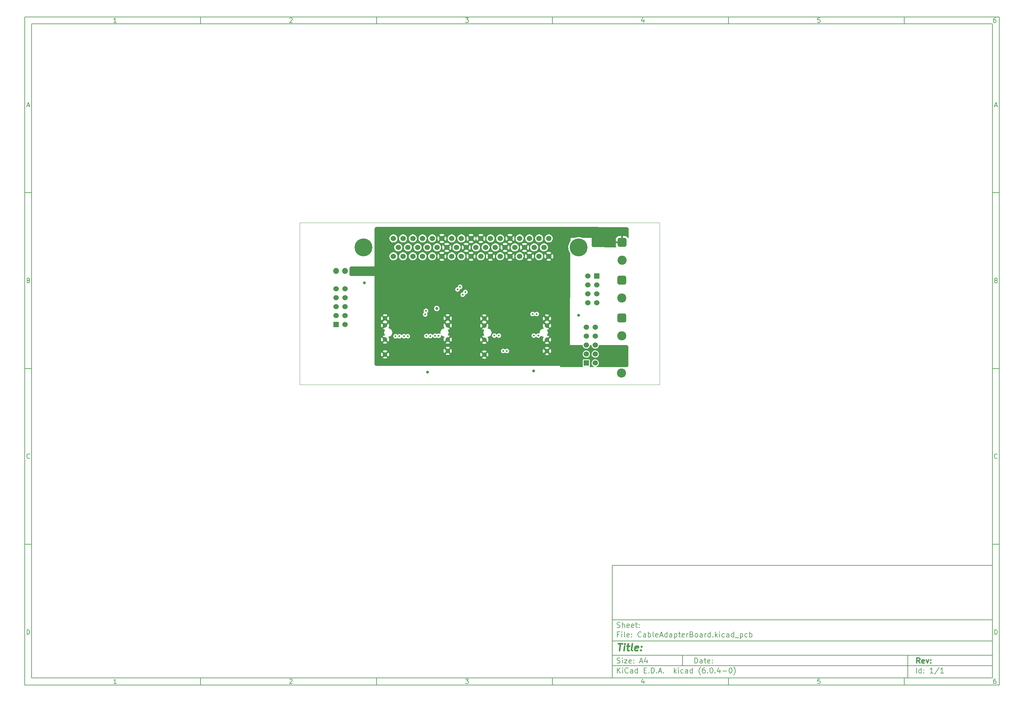
<source format=gbr>
%TF.GenerationSoftware,KiCad,Pcbnew,(6.0.4-0)*%
%TF.CreationDate,2023-08-06T12:43:48-07:00*%
%TF.ProjectId,CableAdapterBoard,4361626c-6541-4646-9170-746572426f61,rev?*%
%TF.SameCoordinates,Original*%
%TF.FileFunction,Copper,L6,Bot*%
%TF.FilePolarity,Positive*%
%FSLAX46Y46*%
G04 Gerber Fmt 4.6, Leading zero omitted, Abs format (unit mm)*
G04 Created by KiCad (PCBNEW (6.0.4-0)) date 2023-08-06 12:43:48*
%MOMM*%
%LPD*%
G01*
G04 APERTURE LIST*
G04 Aperture macros list*
%AMRoundRect*
0 Rectangle with rounded corners*
0 $1 Rounding radius*
0 $2 $3 $4 $5 $6 $7 $8 $9 X,Y pos of 4 corners*
0 Add a 4 corners polygon primitive as box body*
4,1,4,$2,$3,$4,$5,$6,$7,$8,$9,$2,$3,0*
0 Add four circle primitives for the rounded corners*
1,1,$1+$1,$2,$3*
1,1,$1+$1,$4,$5*
1,1,$1+$1,$6,$7*
1,1,$1+$1,$8,$9*
0 Add four rect primitives between the rounded corners*
20,1,$1+$1,$2,$3,$4,$5,0*
20,1,$1+$1,$4,$5,$6,$7,0*
20,1,$1+$1,$6,$7,$8,$9,0*
20,1,$1+$1,$8,$9,$2,$3,0*%
G04 Aperture macros list end*
%ADD10C,0.100000*%
%ADD11C,0.150000*%
%ADD12C,0.300000*%
%ADD13C,0.400000*%
%TA.AperFunction,Profile*%
%ADD14C,0.100000*%
%TD*%
%TA.AperFunction,ComponentPad*%
%ADD15R,1.700000X1.700000*%
%TD*%
%TA.AperFunction,ComponentPad*%
%ADD16O,1.700000X1.700000*%
%TD*%
%TA.AperFunction,ComponentPad*%
%ADD17C,1.308000*%
%TD*%
%TA.AperFunction,ComponentPad*%
%ADD18R,1.530000X1.530000*%
%TD*%
%TA.AperFunction,ComponentPad*%
%ADD19C,1.530000*%
%TD*%
%TA.AperFunction,ComponentPad*%
%ADD20RoundRect,0.650000X-0.650000X0.650000X-0.650000X-0.650000X0.650000X-0.650000X0.650000X0.650000X0*%
%TD*%
%TA.AperFunction,ComponentPad*%
%ADD21C,2.600000*%
%TD*%
%TA.AperFunction,ComponentPad*%
%ADD22C,1.524000*%
%TD*%
%TA.AperFunction,ComponentPad*%
%ADD23C,5.080000*%
%TD*%
%TA.AperFunction,ViaPad*%
%ADD24C,0.800000*%
%TD*%
%TA.AperFunction,ViaPad*%
%ADD25C,0.520700*%
%TD*%
%TA.AperFunction,Conductor*%
%ADD26C,0.304800*%
%TD*%
G04 APERTURE END LIST*
D10*
D11*
X177002200Y-166007200D02*
X177002200Y-198007200D01*
X285002200Y-198007200D01*
X285002200Y-166007200D01*
X177002200Y-166007200D01*
D10*
D11*
X10000000Y-10000000D02*
X10000000Y-200007200D01*
X287002200Y-200007200D01*
X287002200Y-10000000D01*
X10000000Y-10000000D01*
D10*
D11*
X12000000Y-12000000D02*
X12000000Y-198007200D01*
X285002200Y-198007200D01*
X285002200Y-12000000D01*
X12000000Y-12000000D01*
D10*
D11*
X60000000Y-12000000D02*
X60000000Y-10000000D01*
D10*
D11*
X110000000Y-12000000D02*
X110000000Y-10000000D01*
D10*
D11*
X160000000Y-12000000D02*
X160000000Y-10000000D01*
D10*
D11*
X210000000Y-12000000D02*
X210000000Y-10000000D01*
D10*
D11*
X260000000Y-12000000D02*
X260000000Y-10000000D01*
D10*
D11*
X36065476Y-11588095D02*
X35322619Y-11588095D01*
X35694047Y-11588095D02*
X35694047Y-10288095D01*
X35570238Y-10473809D01*
X35446428Y-10597619D01*
X35322619Y-10659523D01*
D10*
D11*
X85322619Y-10411904D02*
X85384523Y-10350000D01*
X85508333Y-10288095D01*
X85817857Y-10288095D01*
X85941666Y-10350000D01*
X86003571Y-10411904D01*
X86065476Y-10535714D01*
X86065476Y-10659523D01*
X86003571Y-10845238D01*
X85260714Y-11588095D01*
X86065476Y-11588095D01*
D10*
D11*
X135260714Y-10288095D02*
X136065476Y-10288095D01*
X135632142Y-10783333D01*
X135817857Y-10783333D01*
X135941666Y-10845238D01*
X136003571Y-10907142D01*
X136065476Y-11030952D01*
X136065476Y-11340476D01*
X136003571Y-11464285D01*
X135941666Y-11526190D01*
X135817857Y-11588095D01*
X135446428Y-11588095D01*
X135322619Y-11526190D01*
X135260714Y-11464285D01*
D10*
D11*
X185941666Y-10721428D02*
X185941666Y-11588095D01*
X185632142Y-10226190D02*
X185322619Y-11154761D01*
X186127380Y-11154761D01*
D10*
D11*
X236003571Y-10288095D02*
X235384523Y-10288095D01*
X235322619Y-10907142D01*
X235384523Y-10845238D01*
X235508333Y-10783333D01*
X235817857Y-10783333D01*
X235941666Y-10845238D01*
X236003571Y-10907142D01*
X236065476Y-11030952D01*
X236065476Y-11340476D01*
X236003571Y-11464285D01*
X235941666Y-11526190D01*
X235817857Y-11588095D01*
X235508333Y-11588095D01*
X235384523Y-11526190D01*
X235322619Y-11464285D01*
D10*
D11*
X285941666Y-10288095D02*
X285694047Y-10288095D01*
X285570238Y-10350000D01*
X285508333Y-10411904D01*
X285384523Y-10597619D01*
X285322619Y-10845238D01*
X285322619Y-11340476D01*
X285384523Y-11464285D01*
X285446428Y-11526190D01*
X285570238Y-11588095D01*
X285817857Y-11588095D01*
X285941666Y-11526190D01*
X286003571Y-11464285D01*
X286065476Y-11340476D01*
X286065476Y-11030952D01*
X286003571Y-10907142D01*
X285941666Y-10845238D01*
X285817857Y-10783333D01*
X285570238Y-10783333D01*
X285446428Y-10845238D01*
X285384523Y-10907142D01*
X285322619Y-11030952D01*
D10*
D11*
X60000000Y-198007200D02*
X60000000Y-200007200D01*
D10*
D11*
X110000000Y-198007200D02*
X110000000Y-200007200D01*
D10*
D11*
X160000000Y-198007200D02*
X160000000Y-200007200D01*
D10*
D11*
X210000000Y-198007200D02*
X210000000Y-200007200D01*
D10*
D11*
X260000000Y-198007200D02*
X260000000Y-200007200D01*
D10*
D11*
X36065476Y-199595295D02*
X35322619Y-199595295D01*
X35694047Y-199595295D02*
X35694047Y-198295295D01*
X35570238Y-198481009D01*
X35446428Y-198604819D01*
X35322619Y-198666723D01*
D10*
D11*
X85322619Y-198419104D02*
X85384523Y-198357200D01*
X85508333Y-198295295D01*
X85817857Y-198295295D01*
X85941666Y-198357200D01*
X86003571Y-198419104D01*
X86065476Y-198542914D01*
X86065476Y-198666723D01*
X86003571Y-198852438D01*
X85260714Y-199595295D01*
X86065476Y-199595295D01*
D10*
D11*
X135260714Y-198295295D02*
X136065476Y-198295295D01*
X135632142Y-198790533D01*
X135817857Y-198790533D01*
X135941666Y-198852438D01*
X136003571Y-198914342D01*
X136065476Y-199038152D01*
X136065476Y-199347676D01*
X136003571Y-199471485D01*
X135941666Y-199533390D01*
X135817857Y-199595295D01*
X135446428Y-199595295D01*
X135322619Y-199533390D01*
X135260714Y-199471485D01*
D10*
D11*
X185941666Y-198728628D02*
X185941666Y-199595295D01*
X185632142Y-198233390D02*
X185322619Y-199161961D01*
X186127380Y-199161961D01*
D10*
D11*
X236003571Y-198295295D02*
X235384523Y-198295295D01*
X235322619Y-198914342D01*
X235384523Y-198852438D01*
X235508333Y-198790533D01*
X235817857Y-198790533D01*
X235941666Y-198852438D01*
X236003571Y-198914342D01*
X236065476Y-199038152D01*
X236065476Y-199347676D01*
X236003571Y-199471485D01*
X235941666Y-199533390D01*
X235817857Y-199595295D01*
X235508333Y-199595295D01*
X235384523Y-199533390D01*
X235322619Y-199471485D01*
D10*
D11*
X285941666Y-198295295D02*
X285694047Y-198295295D01*
X285570238Y-198357200D01*
X285508333Y-198419104D01*
X285384523Y-198604819D01*
X285322619Y-198852438D01*
X285322619Y-199347676D01*
X285384523Y-199471485D01*
X285446428Y-199533390D01*
X285570238Y-199595295D01*
X285817857Y-199595295D01*
X285941666Y-199533390D01*
X286003571Y-199471485D01*
X286065476Y-199347676D01*
X286065476Y-199038152D01*
X286003571Y-198914342D01*
X285941666Y-198852438D01*
X285817857Y-198790533D01*
X285570238Y-198790533D01*
X285446428Y-198852438D01*
X285384523Y-198914342D01*
X285322619Y-199038152D01*
D10*
D11*
X10000000Y-60000000D02*
X12000000Y-60000000D01*
D10*
D11*
X10000000Y-110000000D02*
X12000000Y-110000000D01*
D10*
D11*
X10000000Y-160000000D02*
X12000000Y-160000000D01*
D10*
D11*
X10690476Y-35216666D02*
X11309523Y-35216666D01*
X10566666Y-35588095D02*
X11000000Y-34288095D01*
X11433333Y-35588095D01*
D10*
D11*
X11092857Y-84907142D02*
X11278571Y-84969047D01*
X11340476Y-85030952D01*
X11402380Y-85154761D01*
X11402380Y-85340476D01*
X11340476Y-85464285D01*
X11278571Y-85526190D01*
X11154761Y-85588095D01*
X10659523Y-85588095D01*
X10659523Y-84288095D01*
X11092857Y-84288095D01*
X11216666Y-84350000D01*
X11278571Y-84411904D01*
X11340476Y-84535714D01*
X11340476Y-84659523D01*
X11278571Y-84783333D01*
X11216666Y-84845238D01*
X11092857Y-84907142D01*
X10659523Y-84907142D01*
D10*
D11*
X11402380Y-135464285D02*
X11340476Y-135526190D01*
X11154761Y-135588095D01*
X11030952Y-135588095D01*
X10845238Y-135526190D01*
X10721428Y-135402380D01*
X10659523Y-135278571D01*
X10597619Y-135030952D01*
X10597619Y-134845238D01*
X10659523Y-134597619D01*
X10721428Y-134473809D01*
X10845238Y-134350000D01*
X11030952Y-134288095D01*
X11154761Y-134288095D01*
X11340476Y-134350000D01*
X11402380Y-134411904D01*
D10*
D11*
X10659523Y-185588095D02*
X10659523Y-184288095D01*
X10969047Y-184288095D01*
X11154761Y-184350000D01*
X11278571Y-184473809D01*
X11340476Y-184597619D01*
X11402380Y-184845238D01*
X11402380Y-185030952D01*
X11340476Y-185278571D01*
X11278571Y-185402380D01*
X11154761Y-185526190D01*
X10969047Y-185588095D01*
X10659523Y-185588095D01*
D10*
D11*
X287002200Y-60000000D02*
X285002200Y-60000000D01*
D10*
D11*
X287002200Y-110000000D02*
X285002200Y-110000000D01*
D10*
D11*
X287002200Y-160000000D02*
X285002200Y-160000000D01*
D10*
D11*
X285692676Y-35216666D02*
X286311723Y-35216666D01*
X285568866Y-35588095D02*
X286002200Y-34288095D01*
X286435533Y-35588095D01*
D10*
D11*
X286095057Y-84907142D02*
X286280771Y-84969047D01*
X286342676Y-85030952D01*
X286404580Y-85154761D01*
X286404580Y-85340476D01*
X286342676Y-85464285D01*
X286280771Y-85526190D01*
X286156961Y-85588095D01*
X285661723Y-85588095D01*
X285661723Y-84288095D01*
X286095057Y-84288095D01*
X286218866Y-84350000D01*
X286280771Y-84411904D01*
X286342676Y-84535714D01*
X286342676Y-84659523D01*
X286280771Y-84783333D01*
X286218866Y-84845238D01*
X286095057Y-84907142D01*
X285661723Y-84907142D01*
D10*
D11*
X286404580Y-135464285D02*
X286342676Y-135526190D01*
X286156961Y-135588095D01*
X286033152Y-135588095D01*
X285847438Y-135526190D01*
X285723628Y-135402380D01*
X285661723Y-135278571D01*
X285599819Y-135030952D01*
X285599819Y-134845238D01*
X285661723Y-134597619D01*
X285723628Y-134473809D01*
X285847438Y-134350000D01*
X286033152Y-134288095D01*
X286156961Y-134288095D01*
X286342676Y-134350000D01*
X286404580Y-134411904D01*
D10*
D11*
X285661723Y-185588095D02*
X285661723Y-184288095D01*
X285971247Y-184288095D01*
X286156961Y-184350000D01*
X286280771Y-184473809D01*
X286342676Y-184597619D01*
X286404580Y-184845238D01*
X286404580Y-185030952D01*
X286342676Y-185278571D01*
X286280771Y-185402380D01*
X286156961Y-185526190D01*
X285971247Y-185588095D01*
X285661723Y-185588095D01*
D10*
D11*
X200434342Y-193785771D02*
X200434342Y-192285771D01*
X200791485Y-192285771D01*
X201005771Y-192357200D01*
X201148628Y-192500057D01*
X201220057Y-192642914D01*
X201291485Y-192928628D01*
X201291485Y-193142914D01*
X201220057Y-193428628D01*
X201148628Y-193571485D01*
X201005771Y-193714342D01*
X200791485Y-193785771D01*
X200434342Y-193785771D01*
X202577200Y-193785771D02*
X202577200Y-193000057D01*
X202505771Y-192857200D01*
X202362914Y-192785771D01*
X202077200Y-192785771D01*
X201934342Y-192857200D01*
X202577200Y-193714342D02*
X202434342Y-193785771D01*
X202077200Y-193785771D01*
X201934342Y-193714342D01*
X201862914Y-193571485D01*
X201862914Y-193428628D01*
X201934342Y-193285771D01*
X202077200Y-193214342D01*
X202434342Y-193214342D01*
X202577200Y-193142914D01*
X203077200Y-192785771D02*
X203648628Y-192785771D01*
X203291485Y-192285771D02*
X203291485Y-193571485D01*
X203362914Y-193714342D01*
X203505771Y-193785771D01*
X203648628Y-193785771D01*
X204720057Y-193714342D02*
X204577200Y-193785771D01*
X204291485Y-193785771D01*
X204148628Y-193714342D01*
X204077200Y-193571485D01*
X204077200Y-193000057D01*
X204148628Y-192857200D01*
X204291485Y-192785771D01*
X204577200Y-192785771D01*
X204720057Y-192857200D01*
X204791485Y-193000057D01*
X204791485Y-193142914D01*
X204077200Y-193285771D01*
X205434342Y-193642914D02*
X205505771Y-193714342D01*
X205434342Y-193785771D01*
X205362914Y-193714342D01*
X205434342Y-193642914D01*
X205434342Y-193785771D01*
X205434342Y-192857200D02*
X205505771Y-192928628D01*
X205434342Y-193000057D01*
X205362914Y-192928628D01*
X205434342Y-192857200D01*
X205434342Y-193000057D01*
D10*
D11*
X177002200Y-194507200D02*
X285002200Y-194507200D01*
D10*
D11*
X178434342Y-196585771D02*
X178434342Y-195085771D01*
X179291485Y-196585771D02*
X178648628Y-195728628D01*
X179291485Y-195085771D02*
X178434342Y-195942914D01*
X179934342Y-196585771D02*
X179934342Y-195585771D01*
X179934342Y-195085771D02*
X179862914Y-195157200D01*
X179934342Y-195228628D01*
X180005771Y-195157200D01*
X179934342Y-195085771D01*
X179934342Y-195228628D01*
X181505771Y-196442914D02*
X181434342Y-196514342D01*
X181220057Y-196585771D01*
X181077200Y-196585771D01*
X180862914Y-196514342D01*
X180720057Y-196371485D01*
X180648628Y-196228628D01*
X180577200Y-195942914D01*
X180577200Y-195728628D01*
X180648628Y-195442914D01*
X180720057Y-195300057D01*
X180862914Y-195157200D01*
X181077200Y-195085771D01*
X181220057Y-195085771D01*
X181434342Y-195157200D01*
X181505771Y-195228628D01*
X182791485Y-196585771D02*
X182791485Y-195800057D01*
X182720057Y-195657200D01*
X182577200Y-195585771D01*
X182291485Y-195585771D01*
X182148628Y-195657200D01*
X182791485Y-196514342D02*
X182648628Y-196585771D01*
X182291485Y-196585771D01*
X182148628Y-196514342D01*
X182077200Y-196371485D01*
X182077200Y-196228628D01*
X182148628Y-196085771D01*
X182291485Y-196014342D01*
X182648628Y-196014342D01*
X182791485Y-195942914D01*
X184148628Y-196585771D02*
X184148628Y-195085771D01*
X184148628Y-196514342D02*
X184005771Y-196585771D01*
X183720057Y-196585771D01*
X183577200Y-196514342D01*
X183505771Y-196442914D01*
X183434342Y-196300057D01*
X183434342Y-195871485D01*
X183505771Y-195728628D01*
X183577200Y-195657200D01*
X183720057Y-195585771D01*
X184005771Y-195585771D01*
X184148628Y-195657200D01*
X186005771Y-195800057D02*
X186505771Y-195800057D01*
X186720057Y-196585771D02*
X186005771Y-196585771D01*
X186005771Y-195085771D01*
X186720057Y-195085771D01*
X187362914Y-196442914D02*
X187434342Y-196514342D01*
X187362914Y-196585771D01*
X187291485Y-196514342D01*
X187362914Y-196442914D01*
X187362914Y-196585771D01*
X188077200Y-196585771D02*
X188077200Y-195085771D01*
X188434342Y-195085771D01*
X188648628Y-195157200D01*
X188791485Y-195300057D01*
X188862914Y-195442914D01*
X188934342Y-195728628D01*
X188934342Y-195942914D01*
X188862914Y-196228628D01*
X188791485Y-196371485D01*
X188648628Y-196514342D01*
X188434342Y-196585771D01*
X188077200Y-196585771D01*
X189577200Y-196442914D02*
X189648628Y-196514342D01*
X189577200Y-196585771D01*
X189505771Y-196514342D01*
X189577200Y-196442914D01*
X189577200Y-196585771D01*
X190220057Y-196157200D02*
X190934342Y-196157200D01*
X190077200Y-196585771D02*
X190577200Y-195085771D01*
X191077200Y-196585771D01*
X191577200Y-196442914D02*
X191648628Y-196514342D01*
X191577200Y-196585771D01*
X191505771Y-196514342D01*
X191577200Y-196442914D01*
X191577200Y-196585771D01*
X194577200Y-196585771D02*
X194577200Y-195085771D01*
X194720057Y-196014342D02*
X195148628Y-196585771D01*
X195148628Y-195585771D02*
X194577200Y-196157200D01*
X195791485Y-196585771D02*
X195791485Y-195585771D01*
X195791485Y-195085771D02*
X195720057Y-195157200D01*
X195791485Y-195228628D01*
X195862914Y-195157200D01*
X195791485Y-195085771D01*
X195791485Y-195228628D01*
X197148628Y-196514342D02*
X197005771Y-196585771D01*
X196720057Y-196585771D01*
X196577200Y-196514342D01*
X196505771Y-196442914D01*
X196434342Y-196300057D01*
X196434342Y-195871485D01*
X196505771Y-195728628D01*
X196577200Y-195657200D01*
X196720057Y-195585771D01*
X197005771Y-195585771D01*
X197148628Y-195657200D01*
X198434342Y-196585771D02*
X198434342Y-195800057D01*
X198362914Y-195657200D01*
X198220057Y-195585771D01*
X197934342Y-195585771D01*
X197791485Y-195657200D01*
X198434342Y-196514342D02*
X198291485Y-196585771D01*
X197934342Y-196585771D01*
X197791485Y-196514342D01*
X197720057Y-196371485D01*
X197720057Y-196228628D01*
X197791485Y-196085771D01*
X197934342Y-196014342D01*
X198291485Y-196014342D01*
X198434342Y-195942914D01*
X199791485Y-196585771D02*
X199791485Y-195085771D01*
X199791485Y-196514342D02*
X199648628Y-196585771D01*
X199362914Y-196585771D01*
X199220057Y-196514342D01*
X199148628Y-196442914D01*
X199077200Y-196300057D01*
X199077200Y-195871485D01*
X199148628Y-195728628D01*
X199220057Y-195657200D01*
X199362914Y-195585771D01*
X199648628Y-195585771D01*
X199791485Y-195657200D01*
X202077200Y-197157200D02*
X202005771Y-197085771D01*
X201862914Y-196871485D01*
X201791485Y-196728628D01*
X201720057Y-196514342D01*
X201648628Y-196157200D01*
X201648628Y-195871485D01*
X201720057Y-195514342D01*
X201791485Y-195300057D01*
X201862914Y-195157200D01*
X202005771Y-194942914D01*
X202077200Y-194871485D01*
X203291485Y-195085771D02*
X203005771Y-195085771D01*
X202862914Y-195157200D01*
X202791485Y-195228628D01*
X202648628Y-195442914D01*
X202577200Y-195728628D01*
X202577200Y-196300057D01*
X202648628Y-196442914D01*
X202720057Y-196514342D01*
X202862914Y-196585771D01*
X203148628Y-196585771D01*
X203291485Y-196514342D01*
X203362914Y-196442914D01*
X203434342Y-196300057D01*
X203434342Y-195942914D01*
X203362914Y-195800057D01*
X203291485Y-195728628D01*
X203148628Y-195657200D01*
X202862914Y-195657200D01*
X202720057Y-195728628D01*
X202648628Y-195800057D01*
X202577200Y-195942914D01*
X204077200Y-196442914D02*
X204148628Y-196514342D01*
X204077200Y-196585771D01*
X204005771Y-196514342D01*
X204077200Y-196442914D01*
X204077200Y-196585771D01*
X205077200Y-195085771D02*
X205220057Y-195085771D01*
X205362914Y-195157200D01*
X205434342Y-195228628D01*
X205505771Y-195371485D01*
X205577200Y-195657200D01*
X205577200Y-196014342D01*
X205505771Y-196300057D01*
X205434342Y-196442914D01*
X205362914Y-196514342D01*
X205220057Y-196585771D01*
X205077200Y-196585771D01*
X204934342Y-196514342D01*
X204862914Y-196442914D01*
X204791485Y-196300057D01*
X204720057Y-196014342D01*
X204720057Y-195657200D01*
X204791485Y-195371485D01*
X204862914Y-195228628D01*
X204934342Y-195157200D01*
X205077200Y-195085771D01*
X206220057Y-196442914D02*
X206291485Y-196514342D01*
X206220057Y-196585771D01*
X206148628Y-196514342D01*
X206220057Y-196442914D01*
X206220057Y-196585771D01*
X207577200Y-195585771D02*
X207577200Y-196585771D01*
X207220057Y-195014342D02*
X206862914Y-196085771D01*
X207791485Y-196085771D01*
X208362914Y-196014342D02*
X209505771Y-196014342D01*
X210505771Y-195085771D02*
X210648628Y-195085771D01*
X210791485Y-195157200D01*
X210862914Y-195228628D01*
X210934342Y-195371485D01*
X211005771Y-195657200D01*
X211005771Y-196014342D01*
X210934342Y-196300057D01*
X210862914Y-196442914D01*
X210791485Y-196514342D01*
X210648628Y-196585771D01*
X210505771Y-196585771D01*
X210362914Y-196514342D01*
X210291485Y-196442914D01*
X210220057Y-196300057D01*
X210148628Y-196014342D01*
X210148628Y-195657200D01*
X210220057Y-195371485D01*
X210291485Y-195228628D01*
X210362914Y-195157200D01*
X210505771Y-195085771D01*
X211505771Y-197157200D02*
X211577200Y-197085771D01*
X211720057Y-196871485D01*
X211791485Y-196728628D01*
X211862914Y-196514342D01*
X211934342Y-196157200D01*
X211934342Y-195871485D01*
X211862914Y-195514342D01*
X211791485Y-195300057D01*
X211720057Y-195157200D01*
X211577200Y-194942914D01*
X211505771Y-194871485D01*
D10*
D11*
X177002200Y-191507200D02*
X285002200Y-191507200D01*
D10*
D12*
X264411485Y-193785771D02*
X263911485Y-193071485D01*
X263554342Y-193785771D02*
X263554342Y-192285771D01*
X264125771Y-192285771D01*
X264268628Y-192357200D01*
X264340057Y-192428628D01*
X264411485Y-192571485D01*
X264411485Y-192785771D01*
X264340057Y-192928628D01*
X264268628Y-193000057D01*
X264125771Y-193071485D01*
X263554342Y-193071485D01*
X265625771Y-193714342D02*
X265482914Y-193785771D01*
X265197200Y-193785771D01*
X265054342Y-193714342D01*
X264982914Y-193571485D01*
X264982914Y-193000057D01*
X265054342Y-192857200D01*
X265197200Y-192785771D01*
X265482914Y-192785771D01*
X265625771Y-192857200D01*
X265697200Y-193000057D01*
X265697200Y-193142914D01*
X264982914Y-193285771D01*
X266197200Y-192785771D02*
X266554342Y-193785771D01*
X266911485Y-192785771D01*
X267482914Y-193642914D02*
X267554342Y-193714342D01*
X267482914Y-193785771D01*
X267411485Y-193714342D01*
X267482914Y-193642914D01*
X267482914Y-193785771D01*
X267482914Y-192857200D02*
X267554342Y-192928628D01*
X267482914Y-193000057D01*
X267411485Y-192928628D01*
X267482914Y-192857200D01*
X267482914Y-193000057D01*
D10*
D11*
X178362914Y-193714342D02*
X178577200Y-193785771D01*
X178934342Y-193785771D01*
X179077200Y-193714342D01*
X179148628Y-193642914D01*
X179220057Y-193500057D01*
X179220057Y-193357200D01*
X179148628Y-193214342D01*
X179077200Y-193142914D01*
X178934342Y-193071485D01*
X178648628Y-193000057D01*
X178505771Y-192928628D01*
X178434342Y-192857200D01*
X178362914Y-192714342D01*
X178362914Y-192571485D01*
X178434342Y-192428628D01*
X178505771Y-192357200D01*
X178648628Y-192285771D01*
X179005771Y-192285771D01*
X179220057Y-192357200D01*
X179862914Y-193785771D02*
X179862914Y-192785771D01*
X179862914Y-192285771D02*
X179791485Y-192357200D01*
X179862914Y-192428628D01*
X179934342Y-192357200D01*
X179862914Y-192285771D01*
X179862914Y-192428628D01*
X180434342Y-192785771D02*
X181220057Y-192785771D01*
X180434342Y-193785771D01*
X181220057Y-193785771D01*
X182362914Y-193714342D02*
X182220057Y-193785771D01*
X181934342Y-193785771D01*
X181791485Y-193714342D01*
X181720057Y-193571485D01*
X181720057Y-193000057D01*
X181791485Y-192857200D01*
X181934342Y-192785771D01*
X182220057Y-192785771D01*
X182362914Y-192857200D01*
X182434342Y-193000057D01*
X182434342Y-193142914D01*
X181720057Y-193285771D01*
X183077200Y-193642914D02*
X183148628Y-193714342D01*
X183077200Y-193785771D01*
X183005771Y-193714342D01*
X183077200Y-193642914D01*
X183077200Y-193785771D01*
X183077200Y-192857200D02*
X183148628Y-192928628D01*
X183077200Y-193000057D01*
X183005771Y-192928628D01*
X183077200Y-192857200D01*
X183077200Y-193000057D01*
X184862914Y-193357200D02*
X185577200Y-193357200D01*
X184720057Y-193785771D02*
X185220057Y-192285771D01*
X185720057Y-193785771D01*
X186862914Y-192785771D02*
X186862914Y-193785771D01*
X186505771Y-192214342D02*
X186148628Y-193285771D01*
X187077200Y-193285771D01*
D10*
D11*
X263434342Y-196585771D02*
X263434342Y-195085771D01*
X264791485Y-196585771D02*
X264791485Y-195085771D01*
X264791485Y-196514342D02*
X264648628Y-196585771D01*
X264362914Y-196585771D01*
X264220057Y-196514342D01*
X264148628Y-196442914D01*
X264077200Y-196300057D01*
X264077200Y-195871485D01*
X264148628Y-195728628D01*
X264220057Y-195657200D01*
X264362914Y-195585771D01*
X264648628Y-195585771D01*
X264791485Y-195657200D01*
X265505771Y-196442914D02*
X265577200Y-196514342D01*
X265505771Y-196585771D01*
X265434342Y-196514342D01*
X265505771Y-196442914D01*
X265505771Y-196585771D01*
X265505771Y-195657200D02*
X265577200Y-195728628D01*
X265505771Y-195800057D01*
X265434342Y-195728628D01*
X265505771Y-195657200D01*
X265505771Y-195800057D01*
X268148628Y-196585771D02*
X267291485Y-196585771D01*
X267720057Y-196585771D02*
X267720057Y-195085771D01*
X267577200Y-195300057D01*
X267434342Y-195442914D01*
X267291485Y-195514342D01*
X269862914Y-195014342D02*
X268577200Y-196942914D01*
X271148628Y-196585771D02*
X270291485Y-196585771D01*
X270720057Y-196585771D02*
X270720057Y-195085771D01*
X270577200Y-195300057D01*
X270434342Y-195442914D01*
X270291485Y-195514342D01*
D10*
D11*
X177002200Y-187507200D02*
X285002200Y-187507200D01*
D10*
D13*
X178714580Y-188211961D02*
X179857438Y-188211961D01*
X179036009Y-190211961D02*
X179286009Y-188211961D01*
X180274104Y-190211961D02*
X180440771Y-188878628D01*
X180524104Y-188211961D02*
X180416961Y-188307200D01*
X180500295Y-188402438D01*
X180607438Y-188307200D01*
X180524104Y-188211961D01*
X180500295Y-188402438D01*
X181107438Y-188878628D02*
X181869342Y-188878628D01*
X181476485Y-188211961D02*
X181262200Y-189926247D01*
X181333628Y-190116723D01*
X181512200Y-190211961D01*
X181702676Y-190211961D01*
X182655057Y-190211961D02*
X182476485Y-190116723D01*
X182405057Y-189926247D01*
X182619342Y-188211961D01*
X184190771Y-190116723D02*
X183988390Y-190211961D01*
X183607438Y-190211961D01*
X183428866Y-190116723D01*
X183357438Y-189926247D01*
X183452676Y-189164342D01*
X183571723Y-188973866D01*
X183774104Y-188878628D01*
X184155057Y-188878628D01*
X184333628Y-188973866D01*
X184405057Y-189164342D01*
X184381247Y-189354819D01*
X183405057Y-189545295D01*
X185155057Y-190021485D02*
X185238390Y-190116723D01*
X185131247Y-190211961D01*
X185047914Y-190116723D01*
X185155057Y-190021485D01*
X185131247Y-190211961D01*
X185286009Y-188973866D02*
X185369342Y-189069104D01*
X185262200Y-189164342D01*
X185178866Y-189069104D01*
X185286009Y-188973866D01*
X185262200Y-189164342D01*
D10*
D11*
X178934342Y-185600057D02*
X178434342Y-185600057D01*
X178434342Y-186385771D02*
X178434342Y-184885771D01*
X179148628Y-184885771D01*
X179720057Y-186385771D02*
X179720057Y-185385771D01*
X179720057Y-184885771D02*
X179648628Y-184957200D01*
X179720057Y-185028628D01*
X179791485Y-184957200D01*
X179720057Y-184885771D01*
X179720057Y-185028628D01*
X180648628Y-186385771D02*
X180505771Y-186314342D01*
X180434342Y-186171485D01*
X180434342Y-184885771D01*
X181791485Y-186314342D02*
X181648628Y-186385771D01*
X181362914Y-186385771D01*
X181220057Y-186314342D01*
X181148628Y-186171485D01*
X181148628Y-185600057D01*
X181220057Y-185457200D01*
X181362914Y-185385771D01*
X181648628Y-185385771D01*
X181791485Y-185457200D01*
X181862914Y-185600057D01*
X181862914Y-185742914D01*
X181148628Y-185885771D01*
X182505771Y-186242914D02*
X182577200Y-186314342D01*
X182505771Y-186385771D01*
X182434342Y-186314342D01*
X182505771Y-186242914D01*
X182505771Y-186385771D01*
X182505771Y-185457200D02*
X182577200Y-185528628D01*
X182505771Y-185600057D01*
X182434342Y-185528628D01*
X182505771Y-185457200D01*
X182505771Y-185600057D01*
X185220057Y-186242914D02*
X185148628Y-186314342D01*
X184934342Y-186385771D01*
X184791485Y-186385771D01*
X184577200Y-186314342D01*
X184434342Y-186171485D01*
X184362914Y-186028628D01*
X184291485Y-185742914D01*
X184291485Y-185528628D01*
X184362914Y-185242914D01*
X184434342Y-185100057D01*
X184577200Y-184957200D01*
X184791485Y-184885771D01*
X184934342Y-184885771D01*
X185148628Y-184957200D01*
X185220057Y-185028628D01*
X186505771Y-186385771D02*
X186505771Y-185600057D01*
X186434342Y-185457200D01*
X186291485Y-185385771D01*
X186005771Y-185385771D01*
X185862914Y-185457200D01*
X186505771Y-186314342D02*
X186362914Y-186385771D01*
X186005771Y-186385771D01*
X185862914Y-186314342D01*
X185791485Y-186171485D01*
X185791485Y-186028628D01*
X185862914Y-185885771D01*
X186005771Y-185814342D01*
X186362914Y-185814342D01*
X186505771Y-185742914D01*
X187220057Y-186385771D02*
X187220057Y-184885771D01*
X187220057Y-185457200D02*
X187362914Y-185385771D01*
X187648628Y-185385771D01*
X187791485Y-185457200D01*
X187862914Y-185528628D01*
X187934342Y-185671485D01*
X187934342Y-186100057D01*
X187862914Y-186242914D01*
X187791485Y-186314342D01*
X187648628Y-186385771D01*
X187362914Y-186385771D01*
X187220057Y-186314342D01*
X188791485Y-186385771D02*
X188648628Y-186314342D01*
X188577200Y-186171485D01*
X188577200Y-184885771D01*
X189934342Y-186314342D02*
X189791485Y-186385771D01*
X189505771Y-186385771D01*
X189362914Y-186314342D01*
X189291485Y-186171485D01*
X189291485Y-185600057D01*
X189362914Y-185457200D01*
X189505771Y-185385771D01*
X189791485Y-185385771D01*
X189934342Y-185457200D01*
X190005771Y-185600057D01*
X190005771Y-185742914D01*
X189291485Y-185885771D01*
X190577200Y-185957200D02*
X191291485Y-185957200D01*
X190434342Y-186385771D02*
X190934342Y-184885771D01*
X191434342Y-186385771D01*
X192577200Y-186385771D02*
X192577200Y-184885771D01*
X192577200Y-186314342D02*
X192434342Y-186385771D01*
X192148628Y-186385771D01*
X192005771Y-186314342D01*
X191934342Y-186242914D01*
X191862914Y-186100057D01*
X191862914Y-185671485D01*
X191934342Y-185528628D01*
X192005771Y-185457200D01*
X192148628Y-185385771D01*
X192434342Y-185385771D01*
X192577200Y-185457200D01*
X193934342Y-186385771D02*
X193934342Y-185600057D01*
X193862914Y-185457200D01*
X193720057Y-185385771D01*
X193434342Y-185385771D01*
X193291485Y-185457200D01*
X193934342Y-186314342D02*
X193791485Y-186385771D01*
X193434342Y-186385771D01*
X193291485Y-186314342D01*
X193220057Y-186171485D01*
X193220057Y-186028628D01*
X193291485Y-185885771D01*
X193434342Y-185814342D01*
X193791485Y-185814342D01*
X193934342Y-185742914D01*
X194648628Y-185385771D02*
X194648628Y-186885771D01*
X194648628Y-185457200D02*
X194791485Y-185385771D01*
X195077200Y-185385771D01*
X195220057Y-185457200D01*
X195291485Y-185528628D01*
X195362914Y-185671485D01*
X195362914Y-186100057D01*
X195291485Y-186242914D01*
X195220057Y-186314342D01*
X195077200Y-186385771D01*
X194791485Y-186385771D01*
X194648628Y-186314342D01*
X195791485Y-185385771D02*
X196362914Y-185385771D01*
X196005771Y-184885771D02*
X196005771Y-186171485D01*
X196077200Y-186314342D01*
X196220057Y-186385771D01*
X196362914Y-186385771D01*
X197434342Y-186314342D02*
X197291485Y-186385771D01*
X197005771Y-186385771D01*
X196862914Y-186314342D01*
X196791485Y-186171485D01*
X196791485Y-185600057D01*
X196862914Y-185457200D01*
X197005771Y-185385771D01*
X197291485Y-185385771D01*
X197434342Y-185457200D01*
X197505771Y-185600057D01*
X197505771Y-185742914D01*
X196791485Y-185885771D01*
X198148628Y-186385771D02*
X198148628Y-185385771D01*
X198148628Y-185671485D02*
X198220057Y-185528628D01*
X198291485Y-185457200D01*
X198434342Y-185385771D01*
X198577200Y-185385771D01*
X199577200Y-185600057D02*
X199791485Y-185671485D01*
X199862914Y-185742914D01*
X199934342Y-185885771D01*
X199934342Y-186100057D01*
X199862914Y-186242914D01*
X199791485Y-186314342D01*
X199648628Y-186385771D01*
X199077200Y-186385771D01*
X199077200Y-184885771D01*
X199577200Y-184885771D01*
X199720057Y-184957200D01*
X199791485Y-185028628D01*
X199862914Y-185171485D01*
X199862914Y-185314342D01*
X199791485Y-185457200D01*
X199720057Y-185528628D01*
X199577200Y-185600057D01*
X199077200Y-185600057D01*
X200791485Y-186385771D02*
X200648628Y-186314342D01*
X200577200Y-186242914D01*
X200505771Y-186100057D01*
X200505771Y-185671485D01*
X200577200Y-185528628D01*
X200648628Y-185457200D01*
X200791485Y-185385771D01*
X201005771Y-185385771D01*
X201148628Y-185457200D01*
X201220057Y-185528628D01*
X201291485Y-185671485D01*
X201291485Y-186100057D01*
X201220057Y-186242914D01*
X201148628Y-186314342D01*
X201005771Y-186385771D01*
X200791485Y-186385771D01*
X202577200Y-186385771D02*
X202577200Y-185600057D01*
X202505771Y-185457200D01*
X202362914Y-185385771D01*
X202077200Y-185385771D01*
X201934342Y-185457200D01*
X202577200Y-186314342D02*
X202434342Y-186385771D01*
X202077200Y-186385771D01*
X201934342Y-186314342D01*
X201862914Y-186171485D01*
X201862914Y-186028628D01*
X201934342Y-185885771D01*
X202077200Y-185814342D01*
X202434342Y-185814342D01*
X202577200Y-185742914D01*
X203291485Y-186385771D02*
X203291485Y-185385771D01*
X203291485Y-185671485D02*
X203362914Y-185528628D01*
X203434342Y-185457200D01*
X203577200Y-185385771D01*
X203720057Y-185385771D01*
X204862914Y-186385771D02*
X204862914Y-184885771D01*
X204862914Y-186314342D02*
X204720057Y-186385771D01*
X204434342Y-186385771D01*
X204291485Y-186314342D01*
X204220057Y-186242914D01*
X204148628Y-186100057D01*
X204148628Y-185671485D01*
X204220057Y-185528628D01*
X204291485Y-185457200D01*
X204434342Y-185385771D01*
X204720057Y-185385771D01*
X204862914Y-185457200D01*
X205577200Y-186242914D02*
X205648628Y-186314342D01*
X205577200Y-186385771D01*
X205505771Y-186314342D01*
X205577200Y-186242914D01*
X205577200Y-186385771D01*
X206291485Y-186385771D02*
X206291485Y-184885771D01*
X206434342Y-185814342D02*
X206862914Y-186385771D01*
X206862914Y-185385771D02*
X206291485Y-185957200D01*
X207505771Y-186385771D02*
X207505771Y-185385771D01*
X207505771Y-184885771D02*
X207434342Y-184957200D01*
X207505771Y-185028628D01*
X207577200Y-184957200D01*
X207505771Y-184885771D01*
X207505771Y-185028628D01*
X208862914Y-186314342D02*
X208720057Y-186385771D01*
X208434342Y-186385771D01*
X208291485Y-186314342D01*
X208220057Y-186242914D01*
X208148628Y-186100057D01*
X208148628Y-185671485D01*
X208220057Y-185528628D01*
X208291485Y-185457200D01*
X208434342Y-185385771D01*
X208720057Y-185385771D01*
X208862914Y-185457200D01*
X210148628Y-186385771D02*
X210148628Y-185600057D01*
X210077200Y-185457200D01*
X209934342Y-185385771D01*
X209648628Y-185385771D01*
X209505771Y-185457200D01*
X210148628Y-186314342D02*
X210005771Y-186385771D01*
X209648628Y-186385771D01*
X209505771Y-186314342D01*
X209434342Y-186171485D01*
X209434342Y-186028628D01*
X209505771Y-185885771D01*
X209648628Y-185814342D01*
X210005771Y-185814342D01*
X210148628Y-185742914D01*
X211505771Y-186385771D02*
X211505771Y-184885771D01*
X211505771Y-186314342D02*
X211362914Y-186385771D01*
X211077200Y-186385771D01*
X210934342Y-186314342D01*
X210862914Y-186242914D01*
X210791485Y-186100057D01*
X210791485Y-185671485D01*
X210862914Y-185528628D01*
X210934342Y-185457200D01*
X211077200Y-185385771D01*
X211362914Y-185385771D01*
X211505771Y-185457200D01*
X211862914Y-186528628D02*
X213005771Y-186528628D01*
X213362914Y-185385771D02*
X213362914Y-186885771D01*
X213362914Y-185457200D02*
X213505771Y-185385771D01*
X213791485Y-185385771D01*
X213934342Y-185457200D01*
X214005771Y-185528628D01*
X214077200Y-185671485D01*
X214077200Y-186100057D01*
X214005771Y-186242914D01*
X213934342Y-186314342D01*
X213791485Y-186385771D01*
X213505771Y-186385771D01*
X213362914Y-186314342D01*
X215362914Y-186314342D02*
X215220057Y-186385771D01*
X214934342Y-186385771D01*
X214791485Y-186314342D01*
X214720057Y-186242914D01*
X214648628Y-186100057D01*
X214648628Y-185671485D01*
X214720057Y-185528628D01*
X214791485Y-185457200D01*
X214934342Y-185385771D01*
X215220057Y-185385771D01*
X215362914Y-185457200D01*
X216005771Y-186385771D02*
X216005771Y-184885771D01*
X216005771Y-185457200D02*
X216148628Y-185385771D01*
X216434342Y-185385771D01*
X216577200Y-185457200D01*
X216648628Y-185528628D01*
X216720057Y-185671485D01*
X216720057Y-186100057D01*
X216648628Y-186242914D01*
X216577200Y-186314342D01*
X216434342Y-186385771D01*
X216148628Y-186385771D01*
X216005771Y-186314342D01*
D10*
D11*
X177002200Y-181507200D02*
X285002200Y-181507200D01*
D10*
D11*
X178362914Y-183614342D02*
X178577200Y-183685771D01*
X178934342Y-183685771D01*
X179077200Y-183614342D01*
X179148628Y-183542914D01*
X179220057Y-183400057D01*
X179220057Y-183257200D01*
X179148628Y-183114342D01*
X179077200Y-183042914D01*
X178934342Y-182971485D01*
X178648628Y-182900057D01*
X178505771Y-182828628D01*
X178434342Y-182757200D01*
X178362914Y-182614342D01*
X178362914Y-182471485D01*
X178434342Y-182328628D01*
X178505771Y-182257200D01*
X178648628Y-182185771D01*
X179005771Y-182185771D01*
X179220057Y-182257200D01*
X179862914Y-183685771D02*
X179862914Y-182185771D01*
X180505771Y-183685771D02*
X180505771Y-182900057D01*
X180434342Y-182757200D01*
X180291485Y-182685771D01*
X180077200Y-182685771D01*
X179934342Y-182757200D01*
X179862914Y-182828628D01*
X181791485Y-183614342D02*
X181648628Y-183685771D01*
X181362914Y-183685771D01*
X181220057Y-183614342D01*
X181148628Y-183471485D01*
X181148628Y-182900057D01*
X181220057Y-182757200D01*
X181362914Y-182685771D01*
X181648628Y-182685771D01*
X181791485Y-182757200D01*
X181862914Y-182900057D01*
X181862914Y-183042914D01*
X181148628Y-183185771D01*
X183077200Y-183614342D02*
X182934342Y-183685771D01*
X182648628Y-183685771D01*
X182505771Y-183614342D01*
X182434342Y-183471485D01*
X182434342Y-182900057D01*
X182505771Y-182757200D01*
X182648628Y-182685771D01*
X182934342Y-182685771D01*
X183077200Y-182757200D01*
X183148628Y-182900057D01*
X183148628Y-183042914D01*
X182434342Y-183185771D01*
X183577200Y-182685771D02*
X184148628Y-182685771D01*
X183791485Y-182185771D02*
X183791485Y-183471485D01*
X183862914Y-183614342D01*
X184005771Y-183685771D01*
X184148628Y-183685771D01*
X184648628Y-183542914D02*
X184720057Y-183614342D01*
X184648628Y-183685771D01*
X184577200Y-183614342D01*
X184648628Y-183542914D01*
X184648628Y-183685771D01*
X184648628Y-182757200D02*
X184720057Y-182828628D01*
X184648628Y-182900057D01*
X184577200Y-182828628D01*
X184648628Y-182757200D01*
X184648628Y-182900057D01*
D10*
D12*
D10*
D11*
D10*
D11*
D10*
D11*
D10*
D11*
D10*
D11*
X197002200Y-191507200D02*
X197002200Y-194507200D01*
D10*
D11*
X261002200Y-191507200D02*
X261002200Y-198007200D01*
D14*
X190480000Y-68510000D02*
X190480000Y-114600000D01*
X190480000Y-114600000D02*
X88130000Y-114600000D01*
X88130000Y-114600000D02*
X88130000Y-68510000D01*
X88130000Y-68510000D02*
X162400000Y-68510000D01*
X162400000Y-68510000D02*
X190480000Y-68510000D01*
D15*
%TO.P,JP1,1,A*%
%TO.N,DGND*%
X103610000Y-82200000D03*
D16*
%TO.P,JP1,2,C*%
%TO.N,/d-sub-shield*%
X101070000Y-82200000D03*
%TO.P,JP1,3,B*%
%TO.N,AGND*%
X98530000Y-82200000D03*
%TD*%
D17*
%TO.P,J21,S1,SHIELD*%
%TO.N,DGND*%
X158425000Y-105040000D03*
%TO.P,J21,S2,SHIELD*%
X158425000Y-101800000D03*
%TO.P,J21,S3,SHIELD*%
X158425000Y-97800000D03*
%TO.P,J21,S4,SHIELD*%
X158425000Y-95770000D03*
%TO.P,J21,S5,SHIELD*%
X140625000Y-95770000D03*
%TO.P,J21,S6,SHIELD*%
X140625000Y-97800000D03*
%TO.P,J21,S7,SHIELD*%
X140625000Y-101800000D03*
%TO.P,J21,S8,SHIELD*%
X140625000Y-106040000D03*
%TD*%
D18*
%TO.P,J2,01,01*%
%TO.N,AGND*%
X169595000Y-108422500D03*
D19*
%TO.P,J2,02,02*%
%TO.N,unconnected-(J2-Pad02)*%
X169595000Y-105882500D03*
%TO.P,J2,03,03*%
%TO.N,unconnected-(J2-Pad03)*%
X169595000Y-103342500D03*
%TO.P,J2,04,04*%
%TO.N,unconnected-(J2-Pad04)*%
X169595000Y-100802500D03*
%TO.P,J2,05,05*%
%TO.N,AGND*%
X169595000Y-98262500D03*
%TO.P,J2,06,06*%
%TO.N,unconnected-(J2-Pad06)*%
X172135000Y-108422500D03*
%TO.P,J2,07,07*%
%TO.N,unconnected-(J2-Pad07)*%
X172135000Y-105882500D03*
%TO.P,J2,08,08*%
%TO.N,unconnected-(J2-Pad08)*%
X172135000Y-103342500D03*
%TO.P,J2,09,09*%
%TO.N,/VDD2_Sense*%
X172135000Y-100802500D03*
%TO.P,J2,10,10*%
%TO.N,/VDD1_Sense*%
X172135000Y-98262500D03*
%TD*%
D20*
%TO.P,TP4,1,1*%
%TO.N,DGND*%
X179600000Y-106220000D03*
D21*
%TO.P,TP4,2,2*%
%TO.N,/VDD2_Sense*%
X179600000Y-111300000D03*
%TD*%
D18*
%TO.P,J3,01,01*%
%TO.N,AGND*%
X98495000Y-97497500D03*
D19*
%TO.P,J3,02,02*%
X98495000Y-94957500D03*
%TO.P,J3,03,03*%
X98495000Y-92417500D03*
%TO.P,J3,04,04*%
X98495000Y-89877500D03*
%TO.P,J3,05,05*%
X98495000Y-87337500D03*
%TO.P,J3,06,06*%
%TO.N,/HS_Vdiff*%
X101035000Y-97497500D03*
%TO.P,J3,07,07*%
%TO.N,unconnected-(J3-Pad07)*%
X101035000Y-94957500D03*
%TO.P,J3,08,08*%
%TO.N,/ADC_MON_VIN_P*%
X101035000Y-92417500D03*
%TO.P,J3,09,09*%
%TO.N,/ADC_MON_VCOM*%
X101035000Y-89877500D03*
%TO.P,J3,10,10*%
%TO.N,/ADC_MON_VIN_N*%
X101035000Y-87337500D03*
%TD*%
D20*
%TO.P,TP2,1,1*%
%TO.N,AGND*%
X179720000Y-84890000D03*
D21*
%TO.P,TP2,2,2*%
%TO.N,/VDD1*%
X179720000Y-89970000D03*
%TD*%
D20*
%TO.P,TP3,1,1*%
%TO.N,DGND*%
X179770000Y-74100000D03*
D21*
%TO.P,TP3,2,2*%
%TO.N,/VDD2*%
X179770000Y-79180000D03*
%TD*%
D17*
%TO.P,J31,S1,SHIELD*%
%TO.N,DGND*%
X130225000Y-104990000D03*
%TO.P,J31,S2,SHIELD*%
X130225000Y-101750000D03*
%TO.P,J31,S3,SHIELD*%
X130225000Y-97750000D03*
%TO.P,J31,S4,SHIELD*%
X130225000Y-95720000D03*
%TO.P,J31,S5,SHIELD*%
X112425000Y-95720000D03*
%TO.P,J31,S6,SHIELD*%
X112425000Y-97750000D03*
%TO.P,J31,S7,SHIELD*%
X112425000Y-101750000D03*
%TO.P,J31,S8,SHIELD*%
X112425000Y-105990000D03*
%TD*%
D18*
%TO.P,J1,01,01*%
%TO.N,AGND*%
X172595000Y-83665000D03*
D19*
%TO.P,J1,02,02*%
X172595000Y-86205000D03*
%TO.P,J1,03,03*%
X172595000Y-88745000D03*
%TO.P,J1,04,04*%
X172595000Y-91285000D03*
%TO.P,J1,05,05*%
%TO.N,/VDD2*%
X170055000Y-83665000D03*
%TO.P,J1,06,06*%
X170055000Y-86205000D03*
%TO.P,J1,07,07*%
%TO.N,/VDD1*%
X170055000Y-88745000D03*
%TO.P,J1,08,08*%
X170055000Y-91285000D03*
%TD*%
D22*
%TO.P,DSUB1,1,1*%
%TO.N,DGND*%
X158938600Y-78086500D03*
%TO.P,DSUB1,2,2*%
%TO.N,/RD_CLK_P*%
X156195400Y-78086500D03*
%TO.P,DSUB1,3,3*%
%TO.N,DGND*%
X153426800Y-78086500D03*
%TO.P,DSUB1,4,4*%
%TO.N,/DATA_OUT_1_P*%
X150658200Y-78086500D03*
%TO.P,DSUB1,5,5*%
%TO.N,DGND*%
X147915000Y-78086500D03*
%TO.P,DSUB1,6,6*%
%TO.N,/DATA_OUT_0_P*%
X145146400Y-78086500D03*
%TO.P,DSUB1,7,7*%
%TO.N,DGND*%
X142377800Y-78086500D03*
%TO.P,DSUB1,8,8*%
%TO.N,/ASIC_SR0_P*%
X139634600Y-78086500D03*
%TO.P,DSUB1,9,9*%
%TO.N,DGND*%
X136866000Y-78086500D03*
%TO.P,DSUB1,10,10*%
%TO.N,/WORD_CLK_0_N*%
X134097400Y-78086500D03*
%TO.P,DSUB1,11,11*%
%TO.N,/WORD_CLK_0_P*%
X131354200Y-78086500D03*
%TO.P,DSUB1,12,12*%
%TO.N,DGND*%
X128585600Y-78086500D03*
%TO.P,DSUB1,13,13*%
%TO.N,AGND*%
X125817000Y-78086500D03*
%TO.P,DSUB1,14,14*%
%TO.N,/HS_Vdiff*%
X123073800Y-78086500D03*
%TO.P,DSUB1,15,15*%
%TO.N,/VDD1*%
X120305200Y-78086500D03*
%TO.P,DSUB1,16,16*%
X117536600Y-78086500D03*
%TO.P,DSUB1,17,17*%
%TO.N,AGND*%
X114793400Y-78086500D03*
%TO.P,DSUB1,18,18*%
%TO.N,/VDD2*%
X157567000Y-75546500D03*
%TO.P,DSUB1,19,19*%
%TO.N,/RD_CLK_N*%
X154798400Y-75546500D03*
%TO.P,DSUB1,20,20*%
%TO.N,DGND*%
X152055200Y-75546500D03*
%TO.P,DSUB1,21,21*%
%TO.N,/DATA_OUT_1_N*%
X149286600Y-75546500D03*
%TO.P,DSUB1,22,22*%
%TO.N,DGND*%
X146518000Y-75546500D03*
%TO.P,DSUB1,23,23*%
%TO.N,/DATA_OUT_0_N*%
X143749400Y-75546500D03*
%TO.P,DSUB1,24,24*%
%TO.N,/ASIC_GR*%
X141006200Y-75546500D03*
%TO.P,DSUB1,25,25*%
%TO.N,/ASIC_SR0_N*%
X138237600Y-75546500D03*
%TO.P,DSUB1,26,26*%
%TO.N,DGND*%
X135469000Y-75546500D03*
%TO.P,DSUB1,27,27*%
%TO.N,/SACI_CMD_P*%
X132725800Y-75546500D03*
%TO.P,DSUB1,28,28*%
%TO.N,DGND*%
X129957200Y-75546500D03*
%TO.P,DSUB1,29,29*%
%TO.N,/SACI_CLK_P*%
X127188600Y-75546500D03*
%TO.P,DSUB1,30,30*%
%TO.N,/ASIC_SACI_SEL*%
X124445400Y-75546500D03*
%TO.P,DSUB1,31,31*%
%TO.N,AGND*%
X121676800Y-75546500D03*
%TO.P,DSUB1,32,32*%
%TO.N,/ADC_MON_VIN_P*%
X118908200Y-75546500D03*
%TO.P,DSUB1,33,33*%
%TO.N,AGND*%
X116165000Y-75546500D03*
%TO.P,DSUB1,34,34*%
%TO.N,/VDD2*%
X158938600Y-73006500D03*
%TO.P,DSUB1,35,35*%
%TO.N,/ASIC_SampClkEn_P*%
X156195400Y-73006500D03*
%TO.P,DSUB1,36,36*%
%TO.N,/ASIC_SampClkEn_N*%
X153426800Y-73006500D03*
%TO.P,DSUB1,37,37*%
%TO.N,/VDD2_Sense*%
X150658200Y-73006500D03*
%TO.P,DSUB1,38,38*%
%TO.N,DGND*%
X147915000Y-73006500D03*
%TO.P,DSUB1,39,39*%
%TO.N,/SACI_RESP_P*%
X145146400Y-73006500D03*
%TO.P,DSUB1,40,40*%
%TO.N,/SACI_RESP_N*%
X142377800Y-73006500D03*
%TO.P,DSUB1,41,41*%
%TO.N,DGND*%
X139634600Y-73006500D03*
%TO.P,DSUB1,42,42*%
X136866000Y-73006500D03*
%TO.P,DSUB1,43,43*%
%TO.N,/ASIC_PULSE*%
X134097400Y-73006500D03*
%TO.P,DSUB1,44,44*%
%TO.N,/SACI_CMD_N*%
X131354200Y-73006500D03*
%TO.P,DSUB1,45,45*%
%TO.N,DGND*%
X128585600Y-73006500D03*
%TO.P,DSUB1,46,46*%
%TO.N,/SACI_CLK_N*%
X125817000Y-73006500D03*
%TO.P,DSUB1,47,47*%
%TO.N,AGND*%
X123073800Y-73006500D03*
%TO.P,DSUB1,48,48*%
%TO.N,/ADC_MON_VCOM*%
X120305200Y-73006500D03*
%TO.P,DSUB1,49,49*%
%TO.N,/ADC_MON_VIN_N*%
X117536600Y-73006500D03*
%TO.P,DSUB1,50,50*%
%TO.N,/VDD1_Sense*%
X114793400Y-73006500D03*
D23*
%TO.P,DSUB1,M1,M1*%
%TO.N,/d-sub-shield*%
X106309800Y-75546500D03*
%TO.P,DSUB1,M2,M2*%
X167422200Y-75546500D03*
%TD*%
D20*
%TO.P,TP1,1,1*%
%TO.N,AGND*%
X179670000Y-95630000D03*
D21*
%TO.P,TP1,2,2*%
%TO.N,/VDD1_Sense*%
X179670000Y-100710000D03*
%TD*%
D24*
%TO.N,DGND*%
X119840000Y-99900000D03*
X147920000Y-87730000D03*
X162420000Y-95360000D03*
X145980000Y-99900000D03*
X110800000Y-83560000D03*
X125520000Y-87840000D03*
X114000000Y-90600000D03*
X128610000Y-82720000D03*
X140580000Y-86820000D03*
X125910000Y-80150000D03*
X140580000Y-91140000D03*
X117200000Y-87460000D03*
X124520000Y-108170000D03*
X147920000Y-82770000D03*
X154610000Y-108190000D03*
X120390000Y-84110000D03*
X153170000Y-99890000D03*
X122320000Y-99900000D03*
X149560000Y-99890000D03*
X151260000Y-99890000D03*
X147840000Y-99890000D03*
D25*
%TO.N,/RD_CLK_P*%
X144760000Y-100620000D03*
%TO.N,/DATA_OUT_1_P*%
X155510001Y-94499989D03*
%TO.N,/DATA_OUT_0_P*%
X155970000Y-100620000D03*
%TO.N,/ASIC_SR0_P*%
X116480006Y-100819991D03*
%TO.N,/WORD_CLK_0_N*%
X145999987Y-104999993D03*
X133746240Y-86753776D03*
X135239430Y-88246966D03*
%TO.N,/WORD_CLK_0_P*%
X147049998Y-104999993D03*
X134496962Y-88989433D03*
X133003773Y-87496244D03*
D24*
%TO.N,AGND*%
X167390000Y-94890000D03*
X154600000Y-110660000D03*
X106540000Y-85610000D03*
X124450000Y-111020000D03*
D25*
%TO.N,/RD_CLK_N*%
X143460000Y-100630000D03*
%TO.N,/DATA_OUT_1_N*%
X154359991Y-94499989D03*
%TO.N,/DATA_OUT_0_N*%
X154700000Y-100620000D03*
%TO.N,/ASIC_SR0_N*%
X115380008Y-100819991D03*
%TO.N,/SACI_CMD_P*%
X125270006Y-100740007D03*
%TO.N,/SACI_CLK_P*%
X118869993Y-100800002D03*
D24*
%TO.N,/ASIC_SACI_SEL*%
X127125000Y-92925000D03*
D25*
%TO.N,/ASIC_SampClkEn_P*%
X124060001Y-93590008D03*
%TO.N,/ASIC_SampClkEn_N*%
X123820000Y-94620000D03*
%TO.N,/SACI_RESP_P*%
X127650011Y-100670004D03*
%TO.N,/SACI_RESP_N*%
X126629998Y-100670004D03*
%TO.N,/SACI_CMD_N*%
X124170000Y-100730000D03*
%TO.N,/SACI_CLK_N*%
X117780003Y-100800002D03*
%TD*%
D26*
%TO.N,/ASIC_SACI_SEL*%
X124852309Y-75546500D02*
X124445400Y-75546500D01*
%TD*%
%TA.AperFunction,Conductor*%
%TO.N,DGND*%
G36*
X168523076Y-103350002D02*
G01*
X168569569Y-103403658D01*
X168580513Y-103445456D01*
X168586881Y-103521288D01*
X168587397Y-103527430D01*
X168589096Y-103533355D01*
X168634356Y-103691195D01*
X168642506Y-103719619D01*
X168645325Y-103725104D01*
X168731078Y-103891962D01*
X168731081Y-103891967D01*
X168733896Y-103897444D01*
X168858085Y-104054131D01*
X169010342Y-104183712D01*
X169015720Y-104186718D01*
X169015722Y-104186719D01*
X169057794Y-104210232D01*
X169184869Y-104281252D01*
X169375018Y-104343035D01*
X169573546Y-104366708D01*
X169579681Y-104366236D01*
X169579683Y-104366236D01*
X169766750Y-104351843D01*
X169766755Y-104351842D01*
X169772891Y-104351370D01*
X169778823Y-104349714D01*
X169778827Y-104349713D01*
X169869176Y-104324486D01*
X169965460Y-104297603D01*
X170143919Y-104207457D01*
X170174312Y-104183712D01*
X170296619Y-104088155D01*
X170301469Y-104084366D01*
X170432110Y-103933016D01*
X170530866Y-103759174D01*
X170593975Y-103569462D01*
X170605950Y-103474675D01*
X170610304Y-103440208D01*
X170638686Y-103375131D01*
X170697746Y-103335730D01*
X170735310Y-103330000D01*
X170994955Y-103330000D01*
X171063076Y-103350002D01*
X171109569Y-103403658D01*
X171120513Y-103445456D01*
X171126881Y-103521288D01*
X171127397Y-103527430D01*
X171129096Y-103533355D01*
X171174356Y-103691195D01*
X171182506Y-103719619D01*
X171185325Y-103725104D01*
X171271078Y-103891962D01*
X171271081Y-103891967D01*
X171273896Y-103897444D01*
X171398085Y-104054131D01*
X171550342Y-104183712D01*
X171555720Y-104186718D01*
X171555722Y-104186719D01*
X171597794Y-104210232D01*
X171724869Y-104281252D01*
X171915018Y-104343035D01*
X172113546Y-104366708D01*
X172119681Y-104366236D01*
X172119683Y-104366236D01*
X172306750Y-104351843D01*
X172306755Y-104351842D01*
X172312891Y-104351370D01*
X172318823Y-104349714D01*
X172318827Y-104349713D01*
X172409176Y-104324486D01*
X172505460Y-104297603D01*
X172683919Y-104207457D01*
X172714312Y-104183712D01*
X172836619Y-104088155D01*
X172841469Y-104084366D01*
X172972110Y-103933016D01*
X173070866Y-103759174D01*
X173133975Y-103569462D01*
X173145950Y-103474675D01*
X173150304Y-103440208D01*
X173178686Y-103375131D01*
X173237746Y-103335730D01*
X173275310Y-103330000D01*
X181033741Y-103330000D01*
X181050188Y-103331078D01*
X181157034Y-103345145D01*
X181188805Y-103353658D01*
X181280676Y-103391712D01*
X181309162Y-103408159D01*
X181388050Y-103468692D01*
X181411308Y-103491950D01*
X181471841Y-103570838D01*
X181488288Y-103599324D01*
X181526342Y-103691195D01*
X181534855Y-103722966D01*
X181548922Y-103829812D01*
X181550000Y-103846259D01*
X181550000Y-109053741D01*
X181548922Y-109070188D01*
X181534855Y-109177034D01*
X181526342Y-109208805D01*
X181488288Y-109300676D01*
X181471841Y-109329162D01*
X181411308Y-109408050D01*
X181388050Y-109431308D01*
X181309162Y-109491841D01*
X181280676Y-109508288D01*
X181188805Y-109546342D01*
X181157034Y-109554855D01*
X181050188Y-109568922D01*
X181033741Y-109570000D01*
X172653472Y-109570000D01*
X172585351Y-109549998D01*
X172538858Y-109496342D01*
X172528754Y-109426068D01*
X172558248Y-109361488D01*
X172596662Y-109331534D01*
X172678422Y-109290234D01*
X172678424Y-109290233D01*
X172683919Y-109287457D01*
X172700340Y-109274628D01*
X172779774Y-109212567D01*
X172841469Y-109164366D01*
X172936958Y-109053741D01*
X172968086Y-109017678D01*
X172968086Y-109017677D01*
X172972110Y-109013016D01*
X173070866Y-108839174D01*
X173133975Y-108649462D01*
X173159034Y-108451104D01*
X173159433Y-108422500D01*
X173139923Y-108223520D01*
X173082135Y-108032119D01*
X172988272Y-107855587D01*
X172974752Y-107839010D01*
X172865803Y-107705424D01*
X172865800Y-107705421D01*
X172861908Y-107700649D01*
X172855433Y-107695292D01*
X172772111Y-107626363D01*
X172707856Y-107573207D01*
X172531984Y-107478113D01*
X172436487Y-107448552D01*
X172346878Y-107420813D01*
X172346875Y-107420812D01*
X172340991Y-107418991D01*
X172334866Y-107418347D01*
X172334865Y-107418347D01*
X172148280Y-107398736D01*
X172148279Y-107398736D01*
X172142152Y-107398092D01*
X172074961Y-107404207D01*
X171949179Y-107415654D01*
X171949176Y-107415655D01*
X171943040Y-107416213D01*
X171937134Y-107417951D01*
X171937130Y-107417952D01*
X171792989Y-107460375D01*
X171751241Y-107472662D01*
X171574058Y-107565291D01*
X171418242Y-107690571D01*
X171289727Y-107843729D01*
X171286758Y-107849130D01*
X171286757Y-107849131D01*
X171196379Y-108013526D01*
X171196377Y-108013531D01*
X171193407Y-108018933D01*
X171191543Y-108024808D01*
X171191542Y-108024811D01*
X171189224Y-108032119D01*
X171132953Y-108209508D01*
X171110667Y-108408197D01*
X171127397Y-108607430D01*
X171182506Y-108799619D01*
X171185325Y-108805104D01*
X171271078Y-108971962D01*
X171271081Y-108971967D01*
X171273896Y-108977444D01*
X171398085Y-109134131D01*
X171402779Y-109138126D01*
X171485827Y-109208805D01*
X171550342Y-109263712D01*
X171555720Y-109266718D01*
X171555722Y-109266719D01*
X171676129Y-109334012D01*
X171725835Y-109384705D01*
X171740243Y-109454225D01*
X171714780Y-109520498D01*
X171657528Y-109562483D01*
X171614659Y-109570000D01*
X170645235Y-109570000D01*
X170577114Y-109549998D01*
X170530621Y-109496342D01*
X170520517Y-109426068D01*
X170545162Y-109372105D01*
X170543484Y-109370984D01*
X170592839Y-109297120D01*
X170599734Y-109286801D01*
X170614500Y-109212567D01*
X170614499Y-107632434D01*
X170599734Y-107558199D01*
X170543484Y-107474016D01*
X170459301Y-107417766D01*
X170385067Y-107403000D01*
X169595128Y-107403000D01*
X168804934Y-107403001D01*
X168769182Y-107410112D01*
X168742874Y-107415344D01*
X168742872Y-107415345D01*
X168730699Y-107417766D01*
X168720379Y-107424661D01*
X168720378Y-107424662D01*
X168659985Y-107465016D01*
X168646516Y-107474016D01*
X168590266Y-107558199D01*
X168575500Y-107632433D01*
X168575501Y-109212566D01*
X168582612Y-109248318D01*
X168586272Y-109266719D01*
X168590266Y-109286801D01*
X168597161Y-109297120D01*
X168597162Y-109297122D01*
X168646516Y-109370984D01*
X168643676Y-109372881D01*
X168667886Y-109417217D01*
X168662821Y-109488032D01*
X168620274Y-109544868D01*
X168553754Y-109569679D01*
X168544765Y-109570000D01*
X162301589Y-109570000D01*
X162268978Y-109565707D01*
X162256946Y-109562483D01*
X162240109Y-109557972D01*
X162183626Y-109525360D01*
X162174640Y-109516374D01*
X162142028Y-109459890D01*
X162130000Y-109415000D01*
X162130000Y-105868197D01*
X168570667Y-105868197D01*
X168587397Y-106067430D01*
X168642506Y-106259619D01*
X168645325Y-106265104D01*
X168731078Y-106431962D01*
X168731081Y-106431967D01*
X168733896Y-106437444D01*
X168858085Y-106594131D01*
X169010342Y-106723712D01*
X169015720Y-106726718D01*
X169015722Y-106726719D01*
X169057794Y-106750232D01*
X169184869Y-106821252D01*
X169375018Y-106883035D01*
X169573546Y-106906708D01*
X169579681Y-106906236D01*
X169579683Y-106906236D01*
X169766750Y-106891843D01*
X169766755Y-106891842D01*
X169772891Y-106891370D01*
X169778823Y-106889714D01*
X169778827Y-106889713D01*
X169869176Y-106864486D01*
X169965460Y-106837603D01*
X170143919Y-106747457D01*
X170174312Y-106723712D01*
X170296619Y-106628155D01*
X170301469Y-106624366D01*
X170432110Y-106473016D01*
X170530866Y-106299174D01*
X170593975Y-106109462D01*
X170619034Y-105911104D01*
X170619433Y-105882500D01*
X170618031Y-105868197D01*
X171110667Y-105868197D01*
X171127397Y-106067430D01*
X171182506Y-106259619D01*
X171185325Y-106265104D01*
X171271078Y-106431962D01*
X171271081Y-106431967D01*
X171273896Y-106437444D01*
X171398085Y-106594131D01*
X171550342Y-106723712D01*
X171555720Y-106726718D01*
X171555722Y-106726719D01*
X171597794Y-106750232D01*
X171724869Y-106821252D01*
X171915018Y-106883035D01*
X172113546Y-106906708D01*
X172119681Y-106906236D01*
X172119683Y-106906236D01*
X172306750Y-106891843D01*
X172306755Y-106891842D01*
X172312891Y-106891370D01*
X172318823Y-106889714D01*
X172318827Y-106889713D01*
X172409176Y-106864486D01*
X172505460Y-106837603D01*
X172683919Y-106747457D01*
X172714312Y-106723712D01*
X172836619Y-106628155D01*
X172841469Y-106624366D01*
X172972110Y-106473016D01*
X173070866Y-106299174D01*
X173133975Y-106109462D01*
X173159034Y-105911104D01*
X173159433Y-105882500D01*
X173139923Y-105683520D01*
X173082135Y-105492119D01*
X172988272Y-105315587D01*
X172974752Y-105299010D01*
X172865803Y-105165424D01*
X172865800Y-105165421D01*
X172861908Y-105160649D01*
X172855433Y-105155292D01*
X172800505Y-105109852D01*
X172707856Y-105033207D01*
X172531984Y-104938113D01*
X172436488Y-104908552D01*
X172346878Y-104880813D01*
X172346875Y-104880812D01*
X172340991Y-104878991D01*
X172334866Y-104878347D01*
X172334865Y-104878347D01*
X172148280Y-104858736D01*
X172148279Y-104858736D01*
X172142152Y-104858092D01*
X172059616Y-104865604D01*
X171949179Y-104875654D01*
X171949176Y-104875655D01*
X171943040Y-104876213D01*
X171937134Y-104877951D01*
X171937130Y-104877952D01*
X171792989Y-104920375D01*
X171751241Y-104932662D01*
X171574058Y-105025291D01*
X171418242Y-105150571D01*
X171289727Y-105303729D01*
X171286758Y-105309130D01*
X171286757Y-105309131D01*
X171196379Y-105473526D01*
X171196377Y-105473531D01*
X171193407Y-105478933D01*
X171191543Y-105484808D01*
X171191542Y-105484811D01*
X171189224Y-105492119D01*
X171132953Y-105669508D01*
X171110667Y-105868197D01*
X170618031Y-105868197D01*
X170599923Y-105683520D01*
X170542135Y-105492119D01*
X170448272Y-105315587D01*
X170434752Y-105299010D01*
X170325803Y-105165424D01*
X170325800Y-105165421D01*
X170321908Y-105160649D01*
X170315433Y-105155292D01*
X170260505Y-105109852D01*
X170167856Y-105033207D01*
X169991984Y-104938113D01*
X169896488Y-104908552D01*
X169806878Y-104880813D01*
X169806875Y-104880812D01*
X169800991Y-104878991D01*
X169794866Y-104878347D01*
X169794865Y-104878347D01*
X169608280Y-104858736D01*
X169608279Y-104858736D01*
X169602152Y-104858092D01*
X169519616Y-104865604D01*
X169409179Y-104875654D01*
X169409176Y-104875655D01*
X169403040Y-104876213D01*
X169397134Y-104877951D01*
X169397130Y-104877952D01*
X169252989Y-104920375D01*
X169211241Y-104932662D01*
X169034058Y-105025291D01*
X168878242Y-105150571D01*
X168749727Y-105303729D01*
X168746758Y-105309130D01*
X168746757Y-105309131D01*
X168656379Y-105473526D01*
X168656377Y-105473531D01*
X168653407Y-105478933D01*
X168651543Y-105484808D01*
X168651542Y-105484811D01*
X168649224Y-105492119D01*
X168592953Y-105669508D01*
X168570667Y-105868197D01*
X162130000Y-105868197D01*
X162130000Y-103330000D01*
X168454955Y-103330000D01*
X168523076Y-103350002D01*
G37*
%TD.AperFunction*%
%TD*%
%TA.AperFunction,Conductor*%
%TO.N,DGND*%
G36*
X164979999Y-69730002D02*
G01*
X164980007Y-69730002D01*
X164980601Y-69730004D01*
X164981312Y-69730007D01*
X164981481Y-69730008D01*
X181126615Y-69817227D01*
X181142997Y-69818386D01*
X181249392Y-69832928D01*
X181281012Y-69841552D01*
X181372408Y-69879838D01*
X181400736Y-69896327D01*
X181479162Y-69956889D01*
X181502277Y-69980125D01*
X181562429Y-70058864D01*
X181578770Y-70087277D01*
X181616579Y-70178870D01*
X181625038Y-70210534D01*
X181629732Y-70246259D01*
X181639026Y-70317002D01*
X181640100Y-70333384D01*
X181640575Y-72775420D01*
X181620586Y-72843545D01*
X181566940Y-72890048D01*
X181496668Y-72900166D01*
X181432081Y-72870685D01*
X181410798Y-72846903D01*
X181316765Y-72710340D01*
X181309396Y-72701496D01*
X181166952Y-72559301D01*
X181158094Y-72551947D01*
X180992126Y-72438094D01*
X180982083Y-72432481D01*
X180798145Y-72350779D01*
X180787235Y-72347086D01*
X180590871Y-72300124D01*
X180580750Y-72298562D01*
X180491459Y-72292161D01*
X180486946Y-72292000D01*
X180042115Y-72292000D01*
X180026876Y-72296475D01*
X180025671Y-72297865D01*
X180024000Y-72305548D01*
X180024000Y-74228000D01*
X180003998Y-74296121D01*
X179950342Y-74342614D01*
X179898000Y-74354000D01*
X177980116Y-74354000D01*
X177964877Y-74358475D01*
X177963672Y-74359865D01*
X177962001Y-74367548D01*
X177962001Y-74816905D01*
X177962169Y-74821507D01*
X177968844Y-74912746D01*
X177970426Y-74922885D01*
X178017730Y-75119163D01*
X178021440Y-75130061D01*
X178103463Y-75313858D01*
X178109096Y-75323896D01*
X178111600Y-75327533D01*
X178133759Y-75394983D01*
X178115934Y-75463705D01*
X178063785Y-75511882D01*
X178007342Y-75524990D01*
X171676204Y-75500825D01*
X171659785Y-75499688D01*
X171659367Y-75499631D01*
X171553143Y-75485253D01*
X171521452Y-75476644D01*
X171429832Y-75438344D01*
X171401442Y-75421838D01*
X171322833Y-75361160D01*
X171299677Y-75337879D01*
X171239423Y-75258946D01*
X171223068Y-75230465D01*
X171185262Y-75138645D01*
X171176822Y-75106902D01*
X171162962Y-75000191D01*
X171161912Y-74983766D01*
X171163708Y-73827885D01*
X177962000Y-73827885D01*
X177966475Y-73843124D01*
X177967865Y-73844329D01*
X177975548Y-73846000D01*
X179497885Y-73846000D01*
X179513124Y-73841525D01*
X179514329Y-73840135D01*
X179516000Y-73832452D01*
X179516000Y-72310116D01*
X179511525Y-72294877D01*
X179510135Y-72293672D01*
X179502452Y-72292001D01*
X179053096Y-72292001D01*
X179048493Y-72292169D01*
X178957254Y-72298844D01*
X178947115Y-72300426D01*
X178750837Y-72347730D01*
X178739939Y-72351440D01*
X178556142Y-72433463D01*
X178546112Y-72439091D01*
X178380333Y-72553241D01*
X178371496Y-72560604D01*
X178229301Y-72703048D01*
X178221947Y-72711906D01*
X178108094Y-72877874D01*
X178102481Y-72887917D01*
X178020779Y-73071855D01*
X178017086Y-73082765D01*
X177970124Y-73279129D01*
X177968562Y-73289250D01*
X177962161Y-73378541D01*
X177962000Y-73383054D01*
X177962000Y-73827885D01*
X171163708Y-73827885D01*
X171164434Y-73360815D01*
X171164434Y-73360808D01*
X171164440Y-73356667D01*
X171165236Y-72844514D01*
X170648952Y-72847916D01*
X170648949Y-72847916D01*
X170102386Y-72851518D01*
X168605454Y-72861382D01*
X168560092Y-72853253D01*
X168297328Y-72753962D01*
X167970562Y-72671884D01*
X167830083Y-72653390D01*
X167640132Y-72628382D01*
X167640124Y-72628381D01*
X167636528Y-72627908D01*
X167496684Y-72625711D01*
X167303295Y-72622673D01*
X167303291Y-72622673D01*
X167299653Y-72622616D01*
X167296038Y-72622977D01*
X167296033Y-72622977D01*
X167058240Y-72646712D01*
X166964402Y-72656078D01*
X166635219Y-72727852D01*
X166631792Y-72729025D01*
X166631786Y-72729027D01*
X166319898Y-72835810D01*
X166319893Y-72835812D01*
X166316467Y-72836985D01*
X166293550Y-72847916D01*
X166257872Y-72864933D01*
X166204458Y-72877204D01*
X165673889Y-72880701D01*
X165095236Y-72884514D01*
X165093642Y-73387577D01*
X165093642Y-73387579D01*
X165092651Y-73700640D01*
X165092527Y-73739639D01*
X165072310Y-73807696D01*
X165065684Y-73816984D01*
X165019147Y-73876335D01*
X165017254Y-73879424D01*
X165017252Y-73879427D01*
X164974478Y-73949228D01*
X164843109Y-74163603D01*
X164841584Y-74166888D01*
X164841582Y-74166892D01*
X164756190Y-74350855D01*
X164701255Y-74469202D01*
X164687772Y-74509972D01*
X164599106Y-74778071D01*
X164595465Y-74789079D01*
X164594729Y-74792634D01*
X164594728Y-74792637D01*
X164555147Y-74983766D01*
X164527143Y-75118995D01*
X164497193Y-75454578D01*
X164506012Y-75791379D01*
X164553484Y-76124935D01*
X164638980Y-76450823D01*
X164761365Y-76764725D01*
X164763062Y-76767930D01*
X164906849Y-77039497D01*
X164919018Y-77062481D01*
X164921068Y-77065464D01*
X164921070Y-77065467D01*
X165058968Y-77266109D01*
X165081127Y-77337875D01*
X165000413Y-102816249D01*
X165000414Y-102816258D01*
X164980000Y-109260000D01*
X109966259Y-109260000D01*
X109949812Y-109258922D01*
X109842966Y-109244855D01*
X109811195Y-109236342D01*
X109719324Y-109198288D01*
X109690838Y-109181841D01*
X109611950Y-109121308D01*
X109588692Y-109098050D01*
X109528159Y-109019162D01*
X109511712Y-108990676D01*
X109473658Y-108898805D01*
X109465145Y-108867034D01*
X109451078Y-108760188D01*
X109450000Y-108743741D01*
X109450000Y-106970228D01*
X111809132Y-106970228D01*
X111819014Y-106982717D01*
X111863362Y-107012350D01*
X111873472Y-107017840D01*
X112059077Y-107097582D01*
X112070020Y-107101137D01*
X112267042Y-107145719D01*
X112278452Y-107147221D01*
X112480307Y-107155152D01*
X112491789Y-107154550D01*
X112691712Y-107125563D01*
X112702894Y-107122878D01*
X112894185Y-107057943D01*
X112904688Y-107053267D01*
X112963684Y-107020228D01*
X140009132Y-107020228D01*
X140019014Y-107032717D01*
X140063362Y-107062350D01*
X140073472Y-107067840D01*
X140259077Y-107147582D01*
X140270020Y-107151137D01*
X140467042Y-107195719D01*
X140478452Y-107197221D01*
X140680307Y-107205152D01*
X140691789Y-107204550D01*
X140891712Y-107175563D01*
X140902894Y-107172878D01*
X141094185Y-107107943D01*
X141104688Y-107103267D01*
X141232708Y-107031573D01*
X141242570Y-107021497D01*
X141239615Y-107013825D01*
X140637812Y-106412022D01*
X140623868Y-106404408D01*
X140622035Y-106404539D01*
X140615420Y-106408790D01*
X140015328Y-107008882D01*
X140009132Y-107020228D01*
X112963684Y-107020228D01*
X113032708Y-106981573D01*
X113042570Y-106971497D01*
X113039615Y-106963825D01*
X112437812Y-106362022D01*
X112423868Y-106354408D01*
X112422035Y-106354539D01*
X112415420Y-106358790D01*
X111815328Y-106958882D01*
X111809132Y-106970228D01*
X109450000Y-106970228D01*
X109450000Y-105965218D01*
X111258800Y-105965218D01*
X111272011Y-106166789D01*
X111273811Y-106178156D01*
X111323537Y-106373950D01*
X111327375Y-106384788D01*
X111411950Y-106568246D01*
X111417698Y-106578202D01*
X111432042Y-106598499D01*
X111442630Y-106606887D01*
X111455931Y-106599859D01*
X112052978Y-106002812D01*
X112059356Y-105991132D01*
X112789408Y-105991132D01*
X112789539Y-105992965D01*
X112793790Y-105999580D01*
X113394910Y-106600700D01*
X113407290Y-106607460D01*
X113413870Y-106602534D01*
X113488267Y-106469688D01*
X113492943Y-106459185D01*
X113557878Y-106267894D01*
X113560563Y-106256712D01*
X113589846Y-106054749D01*
X113590476Y-106047366D01*
X113591881Y-105993704D01*
X113591638Y-105986305D01*
X113590161Y-105970228D01*
X129609132Y-105970228D01*
X129619014Y-105982717D01*
X129663362Y-106012350D01*
X129673472Y-106017840D01*
X129859077Y-106097582D01*
X129870020Y-106101137D01*
X130067042Y-106145719D01*
X130078452Y-106147221D01*
X130280307Y-106155152D01*
X130291789Y-106154550D01*
X130491712Y-106125563D01*
X130502894Y-106122878D01*
X130694185Y-106057943D01*
X130704688Y-106053267D01*
X130772630Y-106015218D01*
X139458800Y-106015218D01*
X139472011Y-106216789D01*
X139473811Y-106228156D01*
X139523537Y-106423950D01*
X139527375Y-106434788D01*
X139611950Y-106618246D01*
X139617698Y-106628202D01*
X139632042Y-106648499D01*
X139642630Y-106656887D01*
X139655931Y-106649859D01*
X140252978Y-106052812D01*
X140259356Y-106041132D01*
X140989408Y-106041132D01*
X140989539Y-106042965D01*
X140993790Y-106049580D01*
X141594910Y-106650700D01*
X141607290Y-106657460D01*
X141613870Y-106652534D01*
X141688267Y-106519688D01*
X141692943Y-106509185D01*
X141757878Y-106317894D01*
X141760563Y-106306712D01*
X141789846Y-106104749D01*
X141790476Y-106097366D01*
X141791881Y-106043704D01*
X141791638Y-106036305D01*
X141790161Y-106020228D01*
X157809132Y-106020228D01*
X157819014Y-106032717D01*
X157863362Y-106062350D01*
X157873472Y-106067840D01*
X158059077Y-106147582D01*
X158070020Y-106151137D01*
X158267042Y-106195719D01*
X158278452Y-106197221D01*
X158480307Y-106205152D01*
X158491789Y-106204550D01*
X158691712Y-106175563D01*
X158702894Y-106172878D01*
X158894185Y-106107943D01*
X158904688Y-106103267D01*
X159032708Y-106031573D01*
X159042570Y-106021497D01*
X159039615Y-106013825D01*
X158437812Y-105412022D01*
X158423868Y-105404408D01*
X158422035Y-105404539D01*
X158415420Y-105408790D01*
X157815328Y-106008882D01*
X157809132Y-106020228D01*
X141790161Y-106020228D01*
X141772966Y-105833092D01*
X141770868Y-105821771D01*
X141716038Y-105627357D01*
X141711913Y-105616610D01*
X141622567Y-105435438D01*
X141618663Y-105429066D01*
X141608453Y-105421404D01*
X141596033Y-105428177D01*
X140997022Y-106027188D01*
X140989408Y-106041132D01*
X140259356Y-106041132D01*
X140260592Y-106038868D01*
X140260461Y-106037035D01*
X140256210Y-106030420D01*
X139653558Y-105427768D01*
X139641178Y-105421008D01*
X139635212Y-105425474D01*
X139549546Y-105588298D01*
X139545138Y-105598941D01*
X139485235Y-105791857D01*
X139482845Y-105803101D01*
X139459101Y-106003717D01*
X139458800Y-106015218D01*
X130772630Y-106015218D01*
X130832708Y-105981573D01*
X130842570Y-105971497D01*
X130839615Y-105963825D01*
X130237812Y-105362022D01*
X130223868Y-105354408D01*
X130222035Y-105354539D01*
X130215420Y-105358790D01*
X129615328Y-105958882D01*
X129609132Y-105970228D01*
X113590161Y-105970228D01*
X113572966Y-105783092D01*
X113570868Y-105771771D01*
X113516038Y-105577357D01*
X113511913Y-105566610D01*
X113422567Y-105385438D01*
X113418663Y-105379066D01*
X113408453Y-105371404D01*
X113396033Y-105378177D01*
X112797022Y-105977188D01*
X112789408Y-105991132D01*
X112059356Y-105991132D01*
X112060592Y-105988868D01*
X112060461Y-105987035D01*
X112056210Y-105980420D01*
X111453558Y-105377768D01*
X111441178Y-105371008D01*
X111435212Y-105375474D01*
X111349546Y-105538298D01*
X111345138Y-105548941D01*
X111285235Y-105741857D01*
X111282845Y-105753101D01*
X111259101Y-105953717D01*
X111258800Y-105965218D01*
X109450000Y-105965218D01*
X109450000Y-105009277D01*
X111808389Y-105009277D01*
X111811876Y-105017666D01*
X112412188Y-105617978D01*
X112426132Y-105625592D01*
X112427965Y-105625461D01*
X112434580Y-105621210D01*
X113034433Y-105021357D01*
X113041193Y-105008977D01*
X113035163Y-105000922D01*
X112978575Y-104965218D01*
X129058800Y-104965218D01*
X129072011Y-105166789D01*
X129073811Y-105178156D01*
X129123537Y-105373950D01*
X129127375Y-105384788D01*
X129211950Y-105568246D01*
X129217698Y-105578202D01*
X129232042Y-105598499D01*
X129242630Y-105606887D01*
X129255931Y-105599859D01*
X129852978Y-105002812D01*
X129859356Y-104991132D01*
X130589408Y-104991132D01*
X130589539Y-104992965D01*
X130593790Y-104999580D01*
X131194910Y-105600700D01*
X131207290Y-105607460D01*
X131213870Y-105602534D01*
X131288267Y-105469688D01*
X131292943Y-105459185D01*
X131357878Y-105267894D01*
X131360563Y-105256712D01*
X131389189Y-105059277D01*
X140008389Y-105059277D01*
X140011876Y-105067666D01*
X140612188Y-105667978D01*
X140626132Y-105675592D01*
X140627965Y-105675461D01*
X140634580Y-105671210D01*
X141234433Y-105071357D01*
X141241193Y-105058977D01*
X141235163Y-105050922D01*
X141159680Y-105003296D01*
X141149436Y-104998076D01*
X141137269Y-104993222D01*
X145353458Y-104993222D01*
X145359436Y-105047366D01*
X145366578Y-105112055D01*
X145370506Y-105147636D01*
X145373115Y-105154767D01*
X145373116Y-105154769D01*
X145393636Y-105210842D01*
X145423894Y-105293527D01*
X145428131Y-105299833D01*
X145428133Y-105299836D01*
X145440100Y-105317644D01*
X145510541Y-105422471D01*
X145516159Y-105427583D01*
X145532629Y-105442569D01*
X145625445Y-105527025D01*
X145761971Y-105601153D01*
X145912238Y-105640575D01*
X145991375Y-105641818D01*
X146059972Y-105642896D01*
X146059975Y-105642896D01*
X146067571Y-105643015D01*
X146074976Y-105641319D01*
X146074977Y-105641319D01*
X146132249Y-105628202D01*
X146219003Y-105608333D01*
X146357790Y-105538530D01*
X146443705Y-105465152D01*
X146508495Y-105436121D01*
X146578695Y-105446726D01*
X146610335Y-105467769D01*
X146675456Y-105527025D01*
X146811982Y-105601153D01*
X146962249Y-105640575D01*
X147041386Y-105641818D01*
X147109983Y-105642896D01*
X147109986Y-105642896D01*
X147117582Y-105643015D01*
X147124987Y-105641319D01*
X147124988Y-105641319D01*
X147182260Y-105628202D01*
X147269014Y-105608333D01*
X147407801Y-105538530D01*
X147493716Y-105465152D01*
X147520158Y-105442569D01*
X147520160Y-105442566D01*
X147525932Y-105437637D01*
X147533157Y-105427583D01*
X147549809Y-105404408D01*
X147616586Y-105311478D01*
X147674531Y-105167336D01*
X147691290Y-105049580D01*
X147695839Y-105017617D01*
X147695839Y-105017616D01*
X147696180Y-105015218D01*
X157258800Y-105015218D01*
X157272011Y-105216789D01*
X157273811Y-105228156D01*
X157323537Y-105423950D01*
X157327375Y-105434788D01*
X157411950Y-105618246D01*
X157417698Y-105628202D01*
X157432042Y-105648499D01*
X157442630Y-105656887D01*
X157455931Y-105649859D01*
X158052978Y-105052812D01*
X158059356Y-105041132D01*
X158789408Y-105041132D01*
X158789539Y-105042965D01*
X158793790Y-105049580D01*
X159394910Y-105650700D01*
X159407290Y-105657460D01*
X159413870Y-105652534D01*
X159488267Y-105519688D01*
X159492943Y-105509185D01*
X159557878Y-105317894D01*
X159560563Y-105306712D01*
X159589846Y-105104749D01*
X159590476Y-105097366D01*
X159591881Y-105043704D01*
X159591638Y-105036305D01*
X159572966Y-104833092D01*
X159570868Y-104821771D01*
X159516038Y-104627357D01*
X159511913Y-104616610D01*
X159422567Y-104435438D01*
X159418663Y-104429066D01*
X159408453Y-104421404D01*
X159396033Y-104428177D01*
X158797022Y-105027188D01*
X158789408Y-105041132D01*
X158059356Y-105041132D01*
X158060592Y-105038868D01*
X158060461Y-105037035D01*
X158056210Y-105030420D01*
X157453558Y-104427768D01*
X157441178Y-104421008D01*
X157435212Y-104425474D01*
X157349546Y-104588298D01*
X157345138Y-104598941D01*
X157285235Y-104791857D01*
X157282845Y-104803101D01*
X157259101Y-105003717D01*
X157258800Y-105015218D01*
X147696180Y-105015218D01*
X147696420Y-105013534D01*
X147696562Y-104999993D01*
X147695743Y-104993222D01*
X147678811Y-104853307D01*
X147678810Y-104853304D01*
X147677898Y-104845766D01*
X147672146Y-104830542D01*
X147625669Y-104707545D01*
X147622985Y-104700442D01*
X147600673Y-104667978D01*
X147539295Y-104578672D01*
X147539294Y-104578670D01*
X147534993Y-104572413D01*
X147529322Y-104567360D01*
X147424672Y-104474119D01*
X147424668Y-104474116D01*
X147419001Y-104469067D01*
X147281706Y-104396374D01*
X147131034Y-104358527D01*
X147123436Y-104358487D01*
X147123434Y-104358487D01*
X147057182Y-104358141D01*
X146975684Y-104357714D01*
X146968305Y-104359486D01*
X146968301Y-104359486D01*
X146832003Y-104392208D01*
X146831999Y-104392209D01*
X146824624Y-104393980D01*
X146686575Y-104465232D01*
X146607638Y-104534094D01*
X146543159Y-104563800D01*
X146472851Y-104553931D01*
X146440992Y-104533219D01*
X146374661Y-104474119D01*
X146374657Y-104474116D01*
X146368990Y-104469067D01*
X146231695Y-104396374D01*
X146081023Y-104358527D01*
X146073425Y-104358487D01*
X146073423Y-104358487D01*
X146007171Y-104358141D01*
X145925673Y-104357714D01*
X145918294Y-104359486D01*
X145918290Y-104359486D01*
X145781992Y-104392208D01*
X145781988Y-104392209D01*
X145774613Y-104393980D01*
X145636564Y-104465232D01*
X145630844Y-104470222D01*
X145630840Y-104470225D01*
X145525223Y-104562361D01*
X145519496Y-104567357D01*
X145430168Y-104694459D01*
X145427409Y-104701534D01*
X145427408Y-104701537D01*
X145400025Y-104771771D01*
X145373736Y-104839199D01*
X145372745Y-104846726D01*
X145355569Y-104977188D01*
X145353458Y-104993222D01*
X141137269Y-104993222D01*
X140961808Y-104923220D01*
X140950770Y-104919950D01*
X140752650Y-104880542D01*
X140741203Y-104879339D01*
X140539222Y-104876695D01*
X140527742Y-104877598D01*
X140328661Y-104911807D01*
X140317541Y-104914787D01*
X140128019Y-104984705D01*
X140117642Y-104989655D01*
X140017987Y-105048944D01*
X140008389Y-105059277D01*
X131389189Y-105059277D01*
X131389846Y-105054749D01*
X131390476Y-105047366D01*
X131391881Y-104993704D01*
X131391638Y-104986305D01*
X131372966Y-104783092D01*
X131370868Y-104771771D01*
X131316038Y-104577357D01*
X131311913Y-104566610D01*
X131222567Y-104385438D01*
X131218663Y-104379066D01*
X131208453Y-104371404D01*
X131196033Y-104378177D01*
X130597022Y-104977188D01*
X130589408Y-104991132D01*
X129859356Y-104991132D01*
X129860592Y-104988868D01*
X129860461Y-104987035D01*
X129856210Y-104980420D01*
X129253558Y-104377768D01*
X129241178Y-104371008D01*
X129235212Y-104375474D01*
X129149546Y-104538298D01*
X129145138Y-104548941D01*
X129085235Y-104741857D01*
X129082845Y-104753101D01*
X129059101Y-104953717D01*
X129058800Y-104965218D01*
X112978575Y-104965218D01*
X112959680Y-104953296D01*
X112949436Y-104948076D01*
X112761808Y-104873220D01*
X112750770Y-104869950D01*
X112552650Y-104830542D01*
X112541203Y-104829339D01*
X112339222Y-104826695D01*
X112327742Y-104827598D01*
X112128661Y-104861807D01*
X112117541Y-104864787D01*
X111928019Y-104934705D01*
X111917642Y-104939655D01*
X111817987Y-104998944D01*
X111808389Y-105009277D01*
X109450000Y-105009277D01*
X109450000Y-104009277D01*
X129608389Y-104009277D01*
X129611876Y-104017666D01*
X130212188Y-104617978D01*
X130226132Y-104625592D01*
X130227965Y-104625461D01*
X130234580Y-104621210D01*
X130796513Y-104059277D01*
X157808389Y-104059277D01*
X157811876Y-104067666D01*
X158412188Y-104667978D01*
X158426132Y-104675592D01*
X158427965Y-104675461D01*
X158434580Y-104671210D01*
X159034433Y-104071357D01*
X159041193Y-104058977D01*
X159035163Y-104050922D01*
X158959680Y-104003296D01*
X158949436Y-103998076D01*
X158761808Y-103923220D01*
X158750770Y-103919950D01*
X158552650Y-103880542D01*
X158541203Y-103879339D01*
X158339222Y-103876695D01*
X158327742Y-103877598D01*
X158128661Y-103911807D01*
X158117541Y-103914787D01*
X157928019Y-103984705D01*
X157917642Y-103989655D01*
X157817987Y-104048944D01*
X157808389Y-104059277D01*
X130796513Y-104059277D01*
X130834433Y-104021357D01*
X130841193Y-104008977D01*
X130835163Y-104000922D01*
X130759680Y-103953296D01*
X130749436Y-103948076D01*
X130561808Y-103873220D01*
X130550770Y-103869950D01*
X130352650Y-103830542D01*
X130341203Y-103829339D01*
X130139222Y-103826695D01*
X130127742Y-103827598D01*
X129928661Y-103861807D01*
X129917541Y-103864787D01*
X129728019Y-103934705D01*
X129717642Y-103939655D01*
X129617987Y-103998944D01*
X129608389Y-104009277D01*
X109450000Y-104009277D01*
X109450000Y-102730228D01*
X111809132Y-102730228D01*
X111819014Y-102742717D01*
X111863362Y-102772350D01*
X111873472Y-102777840D01*
X112059077Y-102857582D01*
X112070020Y-102861137D01*
X112267042Y-102905719D01*
X112278452Y-102907221D01*
X112480307Y-102915152D01*
X112491789Y-102914550D01*
X112691712Y-102885563D01*
X112702894Y-102882878D01*
X112894185Y-102817943D01*
X112904688Y-102813267D01*
X113032708Y-102741573D01*
X113042570Y-102731497D01*
X113042081Y-102730228D01*
X129609132Y-102730228D01*
X129619014Y-102742717D01*
X129663362Y-102772350D01*
X129673472Y-102777840D01*
X129859077Y-102857582D01*
X129870020Y-102861137D01*
X130067042Y-102905719D01*
X130078452Y-102907221D01*
X130280307Y-102915152D01*
X130291789Y-102914550D01*
X130491712Y-102885563D01*
X130502894Y-102882878D01*
X130694185Y-102817943D01*
X130704688Y-102813267D01*
X130763684Y-102780228D01*
X140009132Y-102780228D01*
X140019014Y-102792717D01*
X140063362Y-102822350D01*
X140073472Y-102827840D01*
X140259077Y-102907582D01*
X140270020Y-102911137D01*
X140467042Y-102955719D01*
X140478452Y-102957221D01*
X140680307Y-102965152D01*
X140691789Y-102964550D01*
X140891712Y-102935563D01*
X140902894Y-102932878D01*
X141094185Y-102867943D01*
X141104688Y-102863267D01*
X141232708Y-102791573D01*
X141242570Y-102781497D01*
X141242081Y-102780228D01*
X157809132Y-102780228D01*
X157819014Y-102792717D01*
X157863362Y-102822350D01*
X157873472Y-102827840D01*
X158059077Y-102907582D01*
X158070020Y-102911137D01*
X158267042Y-102955719D01*
X158278452Y-102957221D01*
X158480307Y-102965152D01*
X158491789Y-102964550D01*
X158691712Y-102935563D01*
X158702894Y-102932878D01*
X158894185Y-102867943D01*
X158904688Y-102863267D01*
X159032708Y-102791573D01*
X159042570Y-102781497D01*
X159039615Y-102773825D01*
X158437812Y-102172022D01*
X158423868Y-102164408D01*
X158422035Y-102164539D01*
X158415420Y-102168790D01*
X157815328Y-102768882D01*
X157809132Y-102780228D01*
X141242081Y-102780228D01*
X141239615Y-102773825D01*
X140637812Y-102172022D01*
X140623868Y-102164408D01*
X140622035Y-102164539D01*
X140615420Y-102168790D01*
X140015328Y-102768882D01*
X140009132Y-102780228D01*
X130763684Y-102780228D01*
X130832708Y-102741573D01*
X130842570Y-102731497D01*
X130839615Y-102723825D01*
X130237812Y-102122022D01*
X130223868Y-102114408D01*
X130222035Y-102114539D01*
X130215420Y-102118790D01*
X129615328Y-102718882D01*
X129609132Y-102730228D01*
X113042081Y-102730228D01*
X113039615Y-102723825D01*
X112437812Y-102122022D01*
X112423868Y-102114408D01*
X112422035Y-102114539D01*
X112415420Y-102118790D01*
X111815328Y-102718882D01*
X111809132Y-102730228D01*
X109450000Y-102730228D01*
X109450000Y-101725218D01*
X111258800Y-101725218D01*
X111272011Y-101926789D01*
X111273811Y-101938156D01*
X111323537Y-102133950D01*
X111327375Y-102144788D01*
X111411950Y-102328246D01*
X111417698Y-102338202D01*
X111432042Y-102358499D01*
X111442630Y-102366887D01*
X111455931Y-102359859D01*
X112052978Y-101762812D01*
X112060592Y-101748868D01*
X112060461Y-101747035D01*
X112056210Y-101740420D01*
X111453558Y-101137768D01*
X111441178Y-101131008D01*
X111435212Y-101135474D01*
X111349546Y-101298298D01*
X111345138Y-101308941D01*
X111285235Y-101501857D01*
X111282845Y-101513101D01*
X111259101Y-101713717D01*
X111258800Y-101725218D01*
X109450000Y-101725218D01*
X109450000Y-100769277D01*
X111808389Y-100769277D01*
X111811876Y-100777666D01*
X113394910Y-102360700D01*
X113407290Y-102367460D01*
X113413870Y-102362534D01*
X113488267Y-102229688D01*
X113492943Y-102219185D01*
X113557878Y-102027894D01*
X113560563Y-102016712D01*
X113589846Y-101814749D01*
X113590476Y-101807366D01*
X113591881Y-101753704D01*
X113591638Y-101746305D01*
X113572966Y-101543092D01*
X113570868Y-101531771D01*
X113516038Y-101337357D01*
X113511913Y-101326610D01*
X113422566Y-101145435D01*
X113416559Y-101135633D01*
X113388643Y-101098248D01*
X113363912Y-101031698D01*
X113379087Y-100962342D01*
X113429350Y-100912200D01*
X113478072Y-100897389D01*
X113536658Y-100892006D01*
X113542220Y-100890437D01*
X113542222Y-100890437D01*
X113640358Y-100862760D01*
X113741228Y-100834312D01*
X113783998Y-100813220D01*
X114733479Y-100813220D01*
X114739758Y-100870093D01*
X114749593Y-100959171D01*
X114750527Y-100967634D01*
X114753136Y-100974765D01*
X114753137Y-100974767D01*
X114759310Y-100991636D01*
X114803915Y-101113525D01*
X114808152Y-101119831D01*
X114808154Y-101119834D01*
X114840882Y-101168537D01*
X114890562Y-101242469D01*
X114896180Y-101247581D01*
X114990719Y-101333604D01*
X115005466Y-101347023D01*
X115141992Y-101421151D01*
X115292259Y-101460573D01*
X115371396Y-101461816D01*
X115439993Y-101462894D01*
X115439996Y-101462894D01*
X115447592Y-101463013D01*
X115454997Y-101461317D01*
X115454998Y-101461317D01*
X115534870Y-101443024D01*
X115599024Y-101428331D01*
X115737811Y-101358528D01*
X115821889Y-101286719D01*
X115849511Y-101263128D01*
X115914301Y-101234097D01*
X115984501Y-101244702D01*
X116016140Y-101265745D01*
X116090717Y-101333604D01*
X116105464Y-101347023D01*
X116241990Y-101421151D01*
X116392257Y-101460573D01*
X116471394Y-101461816D01*
X116539991Y-101462894D01*
X116539994Y-101462894D01*
X116547590Y-101463013D01*
X116554995Y-101461317D01*
X116554996Y-101461317D01*
X116634868Y-101443024D01*
X116699022Y-101428331D01*
X116837809Y-101358528D01*
X116921887Y-101286719D01*
X116950166Y-101262567D01*
X116950168Y-101262564D01*
X116955940Y-101257635D01*
X116960367Y-101251475D01*
X116960370Y-101251471D01*
X117030771Y-101153496D01*
X117035273Y-101147232D01*
X117091267Y-101103584D01*
X117161970Y-101097138D01*
X117224934Y-101129941D01*
X117242176Y-101150482D01*
X117253709Y-101167644D01*
X117290557Y-101222480D01*
X117296175Y-101227592D01*
X117389936Y-101312907D01*
X117405461Y-101327034D01*
X117541987Y-101401162D01*
X117692254Y-101440584D01*
X117771391Y-101441827D01*
X117839988Y-101442905D01*
X117839991Y-101442905D01*
X117847587Y-101443024D01*
X117854992Y-101441328D01*
X117854993Y-101441328D01*
X117926639Y-101424919D01*
X117999019Y-101408342D01*
X118137806Y-101338539D01*
X118244343Y-101247548D01*
X118309132Y-101218517D01*
X118379332Y-101229122D01*
X118410972Y-101250165D01*
X118480056Y-101313026D01*
X118495451Y-101327034D01*
X118631977Y-101401162D01*
X118782244Y-101440584D01*
X118861381Y-101441827D01*
X118929978Y-101442905D01*
X118929981Y-101442905D01*
X118937577Y-101443024D01*
X118944982Y-101441328D01*
X118944983Y-101441328D01*
X119016629Y-101424919D01*
X119089009Y-101408342D01*
X119227796Y-101338539D01*
X119288470Y-101286719D01*
X119340153Y-101242578D01*
X119340155Y-101242575D01*
X119345927Y-101237646D01*
X119353152Y-101227592D01*
X119357773Y-101221160D01*
X119436581Y-101111487D01*
X119494526Y-100967345D01*
X119515063Y-100823045D01*
X119515834Y-100817626D01*
X119515834Y-100817625D01*
X119516415Y-100813543D01*
X119516482Y-100807186D01*
X119516514Y-100804136D01*
X119516514Y-100804131D01*
X119516557Y-100800002D01*
X119512839Y-100769277D01*
X119507267Y-100723229D01*
X123523471Y-100723229D01*
X123530876Y-100790303D01*
X123538876Y-100862760D01*
X123540519Y-100877643D01*
X123543128Y-100884774D01*
X123543129Y-100884776D01*
X123559621Y-100929843D01*
X123593907Y-101023534D01*
X123598144Y-101029840D01*
X123598146Y-101029843D01*
X123616828Y-101057644D01*
X123680554Y-101152478D01*
X123686172Y-101157590D01*
X123789347Y-101251471D01*
X123795458Y-101257032D01*
X123931984Y-101331160D01*
X124082251Y-101370582D01*
X124161388Y-101371825D01*
X124229985Y-101372903D01*
X124229988Y-101372903D01*
X124237584Y-101373022D01*
X124244989Y-101371326D01*
X124244990Y-101371326D01*
X124335284Y-101350646D01*
X124389016Y-101338340D01*
X124527803Y-101268537D01*
X124633835Y-101177978D01*
X124698623Y-101148947D01*
X124768823Y-101159552D01*
X124800462Y-101180594D01*
X124816772Y-101195435D01*
X124888499Y-101260701D01*
X124895464Y-101267039D01*
X125031990Y-101341167D01*
X125182257Y-101380589D01*
X125261394Y-101381832D01*
X125329991Y-101382910D01*
X125329994Y-101382910D01*
X125337590Y-101383029D01*
X125344995Y-101381333D01*
X125344996Y-101381333D01*
X125400356Y-101368654D01*
X125489022Y-101348347D01*
X125627809Y-101278544D01*
X125655164Y-101255180D01*
X125740166Y-101182583D01*
X125740168Y-101182580D01*
X125745940Y-101177651D01*
X125836594Y-101051492D01*
X125851298Y-101014915D01*
X125895265Y-100959171D01*
X125962390Y-100936046D01*
X126031361Y-100952883D01*
X126072786Y-100991636D01*
X126140552Y-101092482D01*
X126146170Y-101097594D01*
X126245271Y-101187768D01*
X126255456Y-101197036D01*
X126391982Y-101271164D01*
X126542249Y-101310586D01*
X126621386Y-101311829D01*
X126689983Y-101312907D01*
X126689986Y-101312907D01*
X126697582Y-101313026D01*
X126704987Y-101311330D01*
X126704988Y-101311330D01*
X126812446Y-101286719D01*
X126849014Y-101278344D01*
X126987801Y-101208541D01*
X127058242Y-101148379D01*
X127123032Y-101119348D01*
X127193232Y-101129953D01*
X127224871Y-101150996D01*
X127265733Y-101188177D01*
X127275469Y-101197036D01*
X127411995Y-101271164D01*
X127562262Y-101310586D01*
X127641399Y-101311829D01*
X127709996Y-101312907D01*
X127709999Y-101312907D01*
X127717595Y-101313026D01*
X127725000Y-101311330D01*
X127725001Y-101311330D01*
X127832459Y-101286719D01*
X127869027Y-101278344D01*
X128007814Y-101208541D01*
X128038207Y-101182583D01*
X128120171Y-101112580D01*
X128120173Y-101112577D01*
X128125945Y-101107648D01*
X128133170Y-101097594D01*
X128194429Y-101012342D01*
X128216599Y-100981489D01*
X128274544Y-100837347D01*
X128296433Y-100683545D01*
X128296575Y-100670004D01*
X128297109Y-100670010D01*
X128312692Y-100603664D01*
X128363715Y-100554297D01*
X128433329Y-100540352D01*
X128499431Y-100566257D01*
X128516998Y-100582787D01*
X128525507Y-100592490D01*
X128692426Y-100724078D01*
X128697537Y-100726767D01*
X128697540Y-100726769D01*
X128780661Y-100770501D01*
X128880530Y-100823045D01*
X129032052Y-100870093D01*
X129069614Y-100881756D01*
X129083520Y-100886074D01*
X129089257Y-100886753D01*
X129173618Y-100896738D01*
X129238915Y-100924609D01*
X129278779Y-100983357D01*
X129280553Y-101054332D01*
X129257758Y-101099871D01*
X129249868Y-101109880D01*
X129243597Y-101119536D01*
X129149546Y-101298298D01*
X129145138Y-101308941D01*
X129085235Y-101501857D01*
X129082845Y-101513101D01*
X129059101Y-101713717D01*
X129058800Y-101725218D01*
X129072011Y-101926789D01*
X129073811Y-101938156D01*
X129123537Y-102133950D01*
X129127375Y-102144788D01*
X129211950Y-102328246D01*
X129217698Y-102338202D01*
X129232042Y-102358499D01*
X129242630Y-102366887D01*
X129255931Y-102359859D01*
X129864658Y-101751132D01*
X130589408Y-101751132D01*
X130589539Y-101752965D01*
X130593790Y-101759580D01*
X131194910Y-102360700D01*
X131207290Y-102367460D01*
X131213870Y-102362534D01*
X131288267Y-102229688D01*
X131292943Y-102219185D01*
X131357878Y-102027894D01*
X131360563Y-102016712D01*
X131389846Y-101814749D01*
X131390476Y-101807366D01*
X131391318Y-101775218D01*
X139458800Y-101775218D01*
X139472011Y-101976789D01*
X139473811Y-101988156D01*
X139523537Y-102183950D01*
X139527375Y-102194788D01*
X139611950Y-102378246D01*
X139617698Y-102388202D01*
X139632042Y-102408499D01*
X139642630Y-102416887D01*
X139655931Y-102409859D01*
X140252978Y-101812812D01*
X140260592Y-101798868D01*
X140260461Y-101797035D01*
X140256210Y-101790420D01*
X139653558Y-101187768D01*
X139641178Y-101181008D01*
X139635212Y-101185474D01*
X139549546Y-101348298D01*
X139545138Y-101358941D01*
X139485235Y-101551857D01*
X139482845Y-101563101D01*
X139459101Y-101763717D01*
X139458800Y-101775218D01*
X131391318Y-101775218D01*
X131391881Y-101753704D01*
X131391638Y-101746305D01*
X131372966Y-101543092D01*
X131370868Y-101531771D01*
X131316038Y-101337357D01*
X131311913Y-101326610D01*
X131222567Y-101145438D01*
X131218663Y-101139066D01*
X131208453Y-101131404D01*
X131196033Y-101138177D01*
X130597022Y-101737188D01*
X130589408Y-101751132D01*
X129864658Y-101751132D01*
X130796513Y-100819277D01*
X140008389Y-100819277D01*
X140011876Y-100827666D01*
X141594910Y-102410700D01*
X141607290Y-102417460D01*
X141613870Y-102412534D01*
X141688267Y-102279688D01*
X141692943Y-102269185D01*
X141757878Y-102077894D01*
X141760563Y-102066712D01*
X141789846Y-101864749D01*
X141790476Y-101857366D01*
X141791881Y-101803704D01*
X141791638Y-101796305D01*
X141772966Y-101593092D01*
X141770868Y-101581771D01*
X141716038Y-101387357D01*
X141711913Y-101376610D01*
X141622566Y-101195435D01*
X141616559Y-101185633D01*
X141588643Y-101148248D01*
X141563912Y-101081698D01*
X141579087Y-101012342D01*
X141629350Y-100962200D01*
X141678072Y-100947389D01*
X141736658Y-100942006D01*
X141742220Y-100940437D01*
X141742222Y-100940437D01*
X141862916Y-100906398D01*
X141941228Y-100884312D01*
X142131859Y-100790303D01*
X142145902Y-100779817D01*
X142297541Y-100666582D01*
X142297542Y-100666582D01*
X142302165Y-100663129D01*
X142339048Y-100623229D01*
X142813471Y-100623229D01*
X142818942Y-100672780D01*
X142828455Y-100758944D01*
X142830519Y-100777643D01*
X142833128Y-100784774D01*
X142833129Y-100784776D01*
X142845158Y-100817647D01*
X142883907Y-100923534D01*
X142888144Y-100929840D01*
X142888146Y-100929843D01*
X142922851Y-100981489D01*
X142970554Y-101052478D01*
X142976172Y-101057590D01*
X143078260Y-101150482D01*
X143085458Y-101157032D01*
X143221984Y-101231160D01*
X143372251Y-101270582D01*
X143451388Y-101271825D01*
X143519985Y-101272903D01*
X143519988Y-101272903D01*
X143527584Y-101273022D01*
X143534989Y-101271326D01*
X143534990Y-101271326D01*
X143621682Y-101251471D01*
X143679016Y-101238340D01*
X143817803Y-101168537D01*
X143882214Y-101113525D01*
X143930160Y-101072576D01*
X143930162Y-101072573D01*
X143935934Y-101067644D01*
X143943159Y-101057590D01*
X143997842Y-100981489D01*
X144011799Y-100962066D01*
X144067794Y-100918418D01*
X144138497Y-100911972D01*
X144201462Y-100944775D01*
X144218703Y-100965316D01*
X144220261Y-100967634D01*
X144270554Y-101042478D01*
X144276172Y-101047590D01*
X144372931Y-101135633D01*
X144385458Y-101147032D01*
X144521984Y-101221160D01*
X144672251Y-101260582D01*
X144751388Y-101261825D01*
X144819985Y-101262903D01*
X144819988Y-101262903D01*
X144827584Y-101263022D01*
X144834989Y-101261326D01*
X144834990Y-101261326D01*
X144895148Y-101247548D01*
X144979016Y-101228340D01*
X145117803Y-101158537D01*
X145145158Y-101135173D01*
X145230160Y-101062576D01*
X145230162Y-101062573D01*
X145235934Y-101057644D01*
X145243159Y-101047590D01*
X145286226Y-100987655D01*
X145326588Y-100931485D01*
X145384533Y-100787343D01*
X145405148Y-100642490D01*
X145405841Y-100637624D01*
X145405841Y-100637623D01*
X145406422Y-100633541D01*
X145406564Y-100620000D01*
X145405745Y-100613229D01*
X154053471Y-100613229D01*
X154060046Y-100672780D01*
X154069559Y-100758944D01*
X154070519Y-100767643D01*
X154073128Y-100774774D01*
X154073129Y-100774776D01*
X154090793Y-100823045D01*
X154123907Y-100913534D01*
X154128144Y-100919840D01*
X154128146Y-100919843D01*
X154160261Y-100967634D01*
X154210554Y-101042478D01*
X154216172Y-101047590D01*
X154312931Y-101135633D01*
X154325458Y-101147032D01*
X154461984Y-101221160D01*
X154612251Y-101260582D01*
X154691388Y-101261825D01*
X154759985Y-101262903D01*
X154759988Y-101262903D01*
X154767584Y-101263022D01*
X154774989Y-101261326D01*
X154774990Y-101261326D01*
X154835148Y-101247548D01*
X154919016Y-101228340D01*
X155057803Y-101158537D01*
X155085158Y-101135173D01*
X155170160Y-101062576D01*
X155170162Y-101062573D01*
X155175934Y-101057644D01*
X155180364Y-101051479D01*
X155232824Y-100978473D01*
X155288819Y-100934825D01*
X155359522Y-100928379D01*
X155422487Y-100961182D01*
X155439728Y-100981723D01*
X155451688Y-100999521D01*
X155480554Y-101042478D01*
X155486172Y-101047590D01*
X155582931Y-101135633D01*
X155595458Y-101147032D01*
X155731984Y-101221160D01*
X155882251Y-101260582D01*
X155961388Y-101261825D01*
X156029985Y-101262903D01*
X156029988Y-101262903D01*
X156037584Y-101263022D01*
X156044989Y-101261326D01*
X156044990Y-101261326D01*
X156105148Y-101247548D01*
X156189016Y-101228340D01*
X156327803Y-101158537D01*
X156355158Y-101135173D01*
X156440160Y-101062576D01*
X156440162Y-101062573D01*
X156445934Y-101057644D01*
X156453159Y-101047590D01*
X156496226Y-100987655D01*
X156536588Y-100931485D01*
X156594533Y-100787343D01*
X156595604Y-100779816D01*
X156597569Y-100772484D01*
X156599117Y-100772899D01*
X156624837Y-100716362D01*
X156684507Y-100677892D01*
X156755504Y-100677788D01*
X156798186Y-100699786D01*
X156892426Y-100774078D01*
X156897537Y-100776767D01*
X156897540Y-100776769D01*
X156979692Y-100819991D01*
X157080530Y-100873045D01*
X157283520Y-100936074D01*
X157289257Y-100936753D01*
X157373618Y-100946738D01*
X157438915Y-100974609D01*
X157478779Y-101033357D01*
X157480553Y-101104332D01*
X157457758Y-101149871D01*
X157449868Y-101159880D01*
X157443597Y-101169536D01*
X157349546Y-101348298D01*
X157345138Y-101358941D01*
X157285235Y-101551857D01*
X157282845Y-101563101D01*
X157259101Y-101763717D01*
X157258800Y-101775218D01*
X157272011Y-101976789D01*
X157273811Y-101988156D01*
X157323537Y-102183950D01*
X157327375Y-102194788D01*
X157411950Y-102378246D01*
X157417698Y-102388202D01*
X157432042Y-102408499D01*
X157442630Y-102416887D01*
X157455931Y-102409859D01*
X158064658Y-101801132D01*
X158789408Y-101801132D01*
X158789539Y-101802965D01*
X158793790Y-101809580D01*
X159394910Y-102410700D01*
X159407290Y-102417460D01*
X159413870Y-102412534D01*
X159488267Y-102279688D01*
X159492943Y-102269185D01*
X159557878Y-102077894D01*
X159560563Y-102066712D01*
X159589846Y-101864749D01*
X159590476Y-101857366D01*
X159591881Y-101803704D01*
X159591638Y-101796305D01*
X159572966Y-101593092D01*
X159570868Y-101581771D01*
X159516038Y-101387357D01*
X159511913Y-101376610D01*
X159422567Y-101195438D01*
X159418663Y-101189066D01*
X159408453Y-101181404D01*
X159396033Y-101188177D01*
X158797022Y-101787188D01*
X158789408Y-101801132D01*
X158064658Y-101801132D01*
X159034433Y-100831357D01*
X159041193Y-100818977D01*
X159035163Y-100810922D01*
X158959680Y-100763296D01*
X158949436Y-100758076D01*
X158761808Y-100683220D01*
X158750770Y-100679950D01*
X158563261Y-100642653D01*
X158500351Y-100609746D01*
X158465219Y-100548051D01*
X158469019Y-100477156D01*
X158481280Y-100451839D01*
X158556782Y-100332175D01*
X158556785Y-100332170D01*
X158559864Y-100327290D01*
X158638626Y-100129871D01*
X158639751Y-100124214D01*
X158639753Y-100124208D01*
X158678965Y-99927073D01*
X158678965Y-99927068D01*
X158680092Y-99921405D01*
X158680489Y-99891127D01*
X158682799Y-99714655D01*
X158682875Y-99708873D01*
X158674030Y-99657396D01*
X158647858Y-99505090D01*
X158647858Y-99505089D01*
X158646879Y-99499393D01*
X158573312Y-99299981D01*
X158479541Y-99142365D01*
X158461901Y-99073596D01*
X158484242Y-99006206D01*
X158539469Y-98961592D01*
X158569746Y-98953247D01*
X158691712Y-98935563D01*
X158702894Y-98932878D01*
X158894185Y-98867943D01*
X158904688Y-98863267D01*
X159032708Y-98791573D01*
X159042570Y-98781497D01*
X159039615Y-98773825D01*
X158066922Y-97801132D01*
X158789408Y-97801132D01*
X158789539Y-97802965D01*
X158793790Y-97809580D01*
X159394910Y-98410700D01*
X159407290Y-98417460D01*
X159413870Y-98412534D01*
X159488267Y-98279688D01*
X159492943Y-98269185D01*
X159557878Y-98077894D01*
X159560563Y-98066712D01*
X159589846Y-97864749D01*
X159590476Y-97857366D01*
X159591881Y-97803704D01*
X159591638Y-97796305D01*
X159572966Y-97593092D01*
X159570868Y-97581771D01*
X159516038Y-97387357D01*
X159511913Y-97376610D01*
X159422567Y-97195438D01*
X159418663Y-97189066D01*
X159408453Y-97181404D01*
X159396033Y-97188177D01*
X158797022Y-97787188D01*
X158789408Y-97801132D01*
X158066922Y-97801132D01*
X157453558Y-97187768D01*
X157441178Y-97181008D01*
X157435212Y-97185474D01*
X157349546Y-97348298D01*
X157345138Y-97358941D01*
X157285235Y-97551857D01*
X157282845Y-97563101D01*
X157259101Y-97763717D01*
X157258800Y-97775218D01*
X157272011Y-97976789D01*
X157273811Y-97988156D01*
X157323537Y-98183950D01*
X157327375Y-98194788D01*
X157411949Y-98378244D01*
X157417697Y-98388200D01*
X157464423Y-98454315D01*
X157487404Y-98521490D01*
X157470420Y-98590425D01*
X157418863Y-98639234D01*
X157373056Y-98652507D01*
X157362880Y-98653442D01*
X157319098Y-98657465D01*
X157319097Y-98657465D01*
X157313342Y-98657994D01*
X157307780Y-98659563D01*
X157307778Y-98659563D01*
X157236565Y-98679647D01*
X157108772Y-98715688D01*
X156918141Y-98809697D01*
X156913515Y-98813151D01*
X156913514Y-98813152D01*
X156781343Y-98911849D01*
X156747835Y-98936871D01*
X156679975Y-99010282D01*
X156621448Y-99073596D01*
X156603556Y-99092951D01*
X156600475Y-99097834D01*
X156599548Y-99099304D01*
X156490136Y-99272710D01*
X156411374Y-99470129D01*
X156410249Y-99475786D01*
X156410247Y-99475792D01*
X156371035Y-99672927D01*
X156369908Y-99678595D01*
X156369832Y-99684370D01*
X156369832Y-99684374D01*
X156369436Y-99714655D01*
X156367125Y-99891127D01*
X156366724Y-99891122D01*
X156352802Y-99957380D01*
X156302956Y-100007937D01*
X156233691Y-100023519D01*
X156202156Y-100016618D01*
X156201708Y-100016381D01*
X156051036Y-99978534D01*
X156043438Y-99978494D01*
X156043436Y-99978494D01*
X155977184Y-99978148D01*
X155895686Y-99977721D01*
X155888307Y-99979493D01*
X155888303Y-99979493D01*
X155752005Y-100012215D01*
X155752001Y-100012216D01*
X155744626Y-100013987D01*
X155673676Y-100050607D01*
X155646689Y-100064536D01*
X155606577Y-100085239D01*
X155600855Y-100090231D01*
X155600853Y-100090232D01*
X155503228Y-100175396D01*
X155489509Y-100187364D01*
X155438799Y-100259518D01*
X155438037Y-100260602D01*
X155382502Y-100304833D01*
X155311870Y-100312019D01*
X155248566Y-100279878D01*
X155231110Y-100259518D01*
X155189297Y-100198679D01*
X155189296Y-100198677D01*
X155184995Y-100192420D01*
X155179324Y-100187367D01*
X155074674Y-100094126D01*
X155074670Y-100094123D01*
X155069003Y-100089074D01*
X154953209Y-100027765D01*
X154938417Y-100019933D01*
X154938416Y-100019933D01*
X154931708Y-100016381D01*
X154781036Y-99978534D01*
X154773438Y-99978494D01*
X154773436Y-99978494D01*
X154707184Y-99978148D01*
X154625686Y-99977721D01*
X154618307Y-99979493D01*
X154618303Y-99979493D01*
X154482005Y-100012215D01*
X154482001Y-100012216D01*
X154474626Y-100013987D01*
X154403676Y-100050607D01*
X154376689Y-100064536D01*
X154336577Y-100085239D01*
X154330855Y-100090231D01*
X154330853Y-100090232D01*
X154233228Y-100175396D01*
X154219509Y-100187364D01*
X154130181Y-100314466D01*
X154127422Y-100321541D01*
X154127421Y-100321544D01*
X154086245Y-100427156D01*
X154073749Y-100459206D01*
X154072758Y-100466733D01*
X154056154Y-100592853D01*
X154053471Y-100613229D01*
X145405745Y-100613229D01*
X145388813Y-100473314D01*
X145388812Y-100473311D01*
X145387900Y-100465773D01*
X145384604Y-100457049D01*
X145335671Y-100327552D01*
X145332987Y-100320449D01*
X145327193Y-100312019D01*
X145249297Y-100198679D01*
X145249296Y-100198677D01*
X145244995Y-100192420D01*
X145239324Y-100187367D01*
X145134674Y-100094126D01*
X145134670Y-100094123D01*
X145129003Y-100089074D01*
X145013209Y-100027765D01*
X144998417Y-100019933D01*
X144998416Y-100019933D01*
X144991708Y-100016381D01*
X144841036Y-99978534D01*
X144833438Y-99978494D01*
X144833436Y-99978494D01*
X144767184Y-99978148D01*
X144685686Y-99977721D01*
X144678307Y-99979493D01*
X144678303Y-99979493D01*
X144542005Y-100012215D01*
X144542001Y-100012216D01*
X144534626Y-100013987D01*
X144463676Y-100050607D01*
X144436689Y-100064536D01*
X144396577Y-100085239D01*
X144390855Y-100090231D01*
X144390853Y-100090232D01*
X144293228Y-100175396D01*
X144279509Y-100187364D01*
X144220078Y-100271927D01*
X144209395Y-100287127D01*
X144153861Y-100331359D01*
X144083229Y-100338545D01*
X144019924Y-100306404D01*
X144002468Y-100286044D01*
X143999806Y-100282170D01*
X143969014Y-100237368D01*
X143949297Y-100208679D01*
X143949296Y-100208677D01*
X143944995Y-100202420D01*
X143939324Y-100197367D01*
X143834674Y-100104126D01*
X143834670Y-100104123D01*
X143829003Y-100099074D01*
X143723953Y-100043454D01*
X143698417Y-100029933D01*
X143698416Y-100029933D01*
X143691708Y-100026381D01*
X143541036Y-99988534D01*
X143533438Y-99988494D01*
X143533436Y-99988494D01*
X143467184Y-99988148D01*
X143385686Y-99987721D01*
X143378307Y-99989493D01*
X143378303Y-99989493D01*
X143242005Y-100022215D01*
X143242001Y-100022216D01*
X143234626Y-100023987D01*
X143160552Y-100062219D01*
X143105982Y-100090385D01*
X143096577Y-100095239D01*
X143090855Y-100100231D01*
X143090853Y-100100232D01*
X143000005Y-100179484D01*
X142979509Y-100197364D01*
X142890181Y-100324466D01*
X142887422Y-100331541D01*
X142887421Y-100331544D01*
X142844958Y-100440456D01*
X142833749Y-100469206D01*
X142832758Y-100476733D01*
X142814788Y-100613229D01*
X142813471Y-100623229D01*
X142339048Y-100623229D01*
X142415659Y-100540352D01*
X142442524Y-100511290D01*
X142442526Y-100511288D01*
X142446444Y-100507049D01*
X142559864Y-100327290D01*
X142638626Y-100129871D01*
X142639751Y-100124214D01*
X142639753Y-100124208D01*
X142678965Y-99927073D01*
X142678965Y-99927068D01*
X142680092Y-99921405D01*
X142680489Y-99891127D01*
X142682799Y-99714655D01*
X142682875Y-99708873D01*
X142674030Y-99657396D01*
X142647858Y-99505090D01*
X142647858Y-99505089D01*
X142646879Y-99499393D01*
X142573312Y-99299981D01*
X142554184Y-99267830D01*
X142467591Y-99122279D01*
X142467590Y-99122278D01*
X142464637Y-99117314D01*
X142324493Y-98957510D01*
X142157574Y-98825922D01*
X142152463Y-98823233D01*
X142152460Y-98823231D01*
X142055751Y-98772350D01*
X141969470Y-98726955D01*
X141793544Y-98672329D01*
X141771997Y-98665639D01*
X141766480Y-98663926D01*
X141677899Y-98653442D01*
X141612603Y-98625572D01*
X141572739Y-98566823D01*
X141570965Y-98495849D01*
X141586956Y-98461107D01*
X141586737Y-98460984D01*
X141588282Y-98458225D01*
X141588869Y-98456950D01*
X141589556Y-98455951D01*
X141688267Y-98279688D01*
X141692943Y-98269185D01*
X141757878Y-98077894D01*
X141760563Y-98066712D01*
X141789846Y-97864749D01*
X141790476Y-97857366D01*
X141791881Y-97803704D01*
X141791638Y-97796305D01*
X141772966Y-97593092D01*
X141770868Y-97581771D01*
X141716038Y-97387357D01*
X141711913Y-97376610D01*
X141622567Y-97195438D01*
X141618663Y-97189066D01*
X141608453Y-97181404D01*
X141596033Y-97188177D01*
X140015328Y-98768882D01*
X140009132Y-98780228D01*
X140019014Y-98792717D01*
X140063362Y-98822350D01*
X140073472Y-98827840D01*
X140259077Y-98907582D01*
X140270020Y-98911137D01*
X140467044Y-98955719D01*
X140477884Y-98957146D01*
X140542811Y-98985868D01*
X140581903Y-99045133D01*
X140582748Y-99116125D01*
X140567999Y-99149304D01*
X140493219Y-99267822D01*
X140493215Y-99267830D01*
X140490136Y-99272710D01*
X140411374Y-99470129D01*
X140410249Y-99475786D01*
X140410247Y-99475792D01*
X140371035Y-99672927D01*
X140369908Y-99678595D01*
X140369832Y-99684370D01*
X140369832Y-99684374D01*
X140369436Y-99714655D01*
X140367125Y-99891127D01*
X140368104Y-99896824D01*
X140368104Y-99896825D01*
X140401600Y-100091756D01*
X140403121Y-100100607D01*
X140476688Y-100300019D01*
X140479640Y-100304980D01*
X140479640Y-100304981D01*
X140569898Y-100456692D01*
X140587538Y-100525463D01*
X140565197Y-100592853D01*
X140509969Y-100637467D01*
X140482951Y-100645295D01*
X140328661Y-100671807D01*
X140317541Y-100674787D01*
X140128019Y-100744705D01*
X140117642Y-100749655D01*
X140017987Y-100808944D01*
X140008389Y-100819277D01*
X130796513Y-100819277D01*
X130834433Y-100781357D01*
X130841193Y-100768977D01*
X130835163Y-100760922D01*
X130759680Y-100713296D01*
X130749436Y-100708076D01*
X130561808Y-100633220D01*
X130550770Y-100629950D01*
X130363261Y-100592653D01*
X130300351Y-100559746D01*
X130265219Y-100498051D01*
X130269019Y-100427156D01*
X130281280Y-100401839D01*
X130356782Y-100282175D01*
X130356785Y-100282170D01*
X130359864Y-100277290D01*
X130438626Y-100079871D01*
X130439751Y-100074214D01*
X130439753Y-100074208D01*
X130478965Y-99877073D01*
X130478965Y-99877068D01*
X130480092Y-99871405D01*
X130480489Y-99841127D01*
X130481933Y-99730810D01*
X130482875Y-99658873D01*
X130449521Y-99464765D01*
X130447858Y-99455090D01*
X130447858Y-99455089D01*
X130446879Y-99449393D01*
X130373312Y-99249981D01*
X130279541Y-99092365D01*
X130261901Y-99023596D01*
X130284242Y-98956206D01*
X130339469Y-98911592D01*
X130369746Y-98903247D01*
X130491712Y-98885563D01*
X130502894Y-98882878D01*
X130694185Y-98817943D01*
X130704688Y-98813267D01*
X130832708Y-98741573D01*
X130842570Y-98731497D01*
X130839615Y-98723825D01*
X129866922Y-97751132D01*
X130589408Y-97751132D01*
X130589539Y-97752965D01*
X130593790Y-97759580D01*
X131194910Y-98360700D01*
X131207290Y-98367460D01*
X131213870Y-98362534D01*
X131288267Y-98229688D01*
X131292943Y-98219185D01*
X131357878Y-98027894D01*
X131360563Y-98016712D01*
X131389846Y-97814749D01*
X131390476Y-97807366D01*
X131391318Y-97775218D01*
X139458800Y-97775218D01*
X139472011Y-97976789D01*
X139473811Y-97988156D01*
X139523537Y-98183950D01*
X139527375Y-98194788D01*
X139611950Y-98378246D01*
X139617698Y-98388202D01*
X139632042Y-98408499D01*
X139642630Y-98416887D01*
X139655931Y-98409859D01*
X140252978Y-97812812D01*
X140260592Y-97798868D01*
X140260461Y-97797035D01*
X140256210Y-97790420D01*
X139653558Y-97187768D01*
X139641178Y-97181008D01*
X139635212Y-97185474D01*
X139549546Y-97348298D01*
X139545138Y-97358941D01*
X139485235Y-97551857D01*
X139482845Y-97563101D01*
X139459101Y-97763717D01*
X139458800Y-97775218D01*
X131391318Y-97775218D01*
X131391881Y-97753704D01*
X131391638Y-97746305D01*
X131372966Y-97543092D01*
X131370868Y-97531771D01*
X131316038Y-97337357D01*
X131311913Y-97326610D01*
X131222567Y-97145438D01*
X131218663Y-97139066D01*
X131208453Y-97131404D01*
X131196033Y-97138177D01*
X130597022Y-97737188D01*
X130589408Y-97751132D01*
X129866922Y-97751132D01*
X129253558Y-97137768D01*
X129241178Y-97131008D01*
X129235212Y-97135474D01*
X129149546Y-97298298D01*
X129145138Y-97308941D01*
X129085235Y-97501857D01*
X129082845Y-97513101D01*
X129059101Y-97713717D01*
X129058800Y-97725218D01*
X129072011Y-97926789D01*
X129073811Y-97938156D01*
X129123537Y-98133950D01*
X129127375Y-98144788D01*
X129211949Y-98328244D01*
X129217697Y-98338200D01*
X129264423Y-98404315D01*
X129287404Y-98471490D01*
X129270420Y-98540425D01*
X129218863Y-98589234D01*
X129173056Y-98602507D01*
X129162880Y-98603442D01*
X129119098Y-98607465D01*
X129119097Y-98607465D01*
X129113342Y-98607994D01*
X129107780Y-98609563D01*
X129107778Y-98609563D01*
X129051014Y-98625572D01*
X128908772Y-98665688D01*
X128718141Y-98759697D01*
X128713515Y-98763151D01*
X128713514Y-98763152D01*
X128553182Y-98882878D01*
X128547835Y-98886871D01*
X128482537Y-98957510D01*
X128418366Y-99026930D01*
X128403556Y-99042951D01*
X128400475Y-99047834D01*
X128340830Y-99142366D01*
X128290136Y-99222710D01*
X128211374Y-99420129D01*
X128210249Y-99425786D01*
X128210247Y-99425792D01*
X128181402Y-99570810D01*
X128169908Y-99628595D01*
X128169832Y-99634370D01*
X128169832Y-99634374D01*
X128168931Y-99703175D01*
X128167125Y-99841127D01*
X128168104Y-99846824D01*
X128168104Y-99846825D01*
X128194858Y-100002523D01*
X128186681Y-100073047D01*
X128141674Y-100127955D01*
X128074126Y-100149814D01*
X128011721Y-100135216D01*
X127917863Y-100085522D01*
X127888428Y-100069937D01*
X127888427Y-100069937D01*
X127881719Y-100066385D01*
X127731047Y-100028538D01*
X127723449Y-100028498D01*
X127723447Y-100028498D01*
X127657195Y-100028152D01*
X127575697Y-100027725D01*
X127568318Y-100029497D01*
X127568314Y-100029497D01*
X127432016Y-100062219D01*
X127432012Y-100062220D01*
X127424637Y-100063991D01*
X127286588Y-100135243D01*
X127280866Y-100140235D01*
X127280864Y-100140236D01*
X127222810Y-100190880D01*
X127158328Y-100220588D01*
X127088021Y-100210718D01*
X127056162Y-100190007D01*
X127004672Y-100144130D01*
X127004668Y-100144127D01*
X126999001Y-100139078D01*
X126887177Y-100079871D01*
X126868415Y-100069937D01*
X126868414Y-100069937D01*
X126861706Y-100066385D01*
X126711034Y-100028538D01*
X126703436Y-100028498D01*
X126703434Y-100028498D01*
X126637182Y-100028152D01*
X126555684Y-100027725D01*
X126548305Y-100029497D01*
X126548301Y-100029497D01*
X126412003Y-100062219D01*
X126411999Y-100062220D01*
X126404624Y-100063991D01*
X126266575Y-100135243D01*
X126260853Y-100140235D01*
X126260851Y-100140236D01*
X126172329Y-100217459D01*
X126149507Y-100237368D01*
X126060179Y-100364470D01*
X126057420Y-100371545D01*
X126057419Y-100371548D01*
X126049109Y-100392863D01*
X126005728Y-100449064D01*
X125938849Y-100472891D01*
X125869705Y-100456777D01*
X125827876Y-100418461D01*
X125827004Y-100417192D01*
X125755001Y-100312427D01*
X125749330Y-100307374D01*
X125644680Y-100214133D01*
X125644676Y-100214130D01*
X125639009Y-100209081D01*
X125527072Y-100149814D01*
X125508423Y-100139940D01*
X125508422Y-100139940D01*
X125501714Y-100136388D01*
X125351042Y-100098541D01*
X125343444Y-100098501D01*
X125343442Y-100098501D01*
X125277190Y-100098155D01*
X125195692Y-100097728D01*
X125188313Y-100099500D01*
X125188309Y-100099500D01*
X125052011Y-100132222D01*
X125052007Y-100132223D01*
X125044632Y-100133994D01*
X124993496Y-100160387D01*
X124915025Y-100200889D01*
X124906583Y-100205246D01*
X124900861Y-100210238D01*
X124900859Y-100210239D01*
X124808061Y-100291192D01*
X124743579Y-100320900D01*
X124673272Y-100311030D01*
X124641417Y-100290322D01*
X124539003Y-100199074D01*
X124412740Y-100132222D01*
X124408417Y-100129933D01*
X124408416Y-100129933D01*
X124401708Y-100126381D01*
X124251036Y-100088534D01*
X124243438Y-100088494D01*
X124243436Y-100088494D01*
X124177184Y-100088148D01*
X124095686Y-100087721D01*
X124088307Y-100089493D01*
X124088303Y-100089493D01*
X123952005Y-100122215D01*
X123952001Y-100122216D01*
X123944626Y-100123987D01*
X123894587Y-100149814D01*
X123821835Y-100187364D01*
X123806577Y-100195239D01*
X123800855Y-100200231D01*
X123800853Y-100200232D01*
X123707411Y-100281747D01*
X123689509Y-100297364D01*
X123600181Y-100424466D01*
X123597422Y-100431541D01*
X123597421Y-100431544D01*
X123565095Y-100514457D01*
X123543749Y-100569206D01*
X123542758Y-100576733D01*
X123524491Y-100715482D01*
X123523471Y-100723229D01*
X119507267Y-100723229D01*
X119498806Y-100653316D01*
X119498805Y-100653313D01*
X119497893Y-100645775D01*
X119493271Y-100633541D01*
X119445664Y-100507554D01*
X119442980Y-100500451D01*
X119419806Y-100466733D01*
X119359290Y-100378681D01*
X119359289Y-100378679D01*
X119354988Y-100372422D01*
X119349317Y-100367369D01*
X119244667Y-100274128D01*
X119244663Y-100274125D01*
X119238996Y-100269076D01*
X119131586Y-100212206D01*
X119108410Y-100199935D01*
X119108409Y-100199935D01*
X119101701Y-100196383D01*
X118951029Y-100158536D01*
X118943431Y-100158496D01*
X118943429Y-100158496D01*
X118877177Y-100158150D01*
X118795679Y-100157723D01*
X118788300Y-100159495D01*
X118788296Y-100159495D01*
X118651998Y-100192217D01*
X118651994Y-100192218D01*
X118644619Y-100193989D01*
X118506570Y-100265241D01*
X118500848Y-100270233D01*
X118500846Y-100270234D01*
X118407434Y-100351723D01*
X118342952Y-100381431D01*
X118272645Y-100371561D01*
X118240790Y-100350853D01*
X118149006Y-100269076D01*
X118041596Y-100212206D01*
X118018420Y-100199935D01*
X118018419Y-100199935D01*
X118011711Y-100196383D01*
X117861039Y-100158536D01*
X117853441Y-100158496D01*
X117853439Y-100158496D01*
X117787187Y-100158150D01*
X117705689Y-100157723D01*
X117698310Y-100159495D01*
X117698306Y-100159495D01*
X117562008Y-100192217D01*
X117562004Y-100192218D01*
X117554629Y-100193989D01*
X117416580Y-100265241D01*
X117410858Y-100270233D01*
X117410856Y-100270234D01*
X117340575Y-100331544D01*
X117299512Y-100367366D01*
X117271874Y-100406692D01*
X117225929Y-100472065D01*
X117170395Y-100516297D01*
X117099763Y-100523483D01*
X117036458Y-100491342D01*
X117019002Y-100470983D01*
X117011977Y-100460762D01*
X116965001Y-100392411D01*
X116959330Y-100387358D01*
X116854680Y-100294117D01*
X116854676Y-100294114D01*
X116849009Y-100289065D01*
X116711714Y-100216372D01*
X116561042Y-100178525D01*
X116553444Y-100178485D01*
X116553442Y-100178485D01*
X116487190Y-100178139D01*
X116405692Y-100177712D01*
X116398313Y-100179484D01*
X116398309Y-100179484D01*
X116262011Y-100212206D01*
X116262007Y-100212207D01*
X116254632Y-100213978D01*
X116175190Y-100254981D01*
X116131967Y-100277290D01*
X116116583Y-100285230D01*
X116110861Y-100290222D01*
X116110859Y-100290223D01*
X116012390Y-100376123D01*
X115947908Y-100405831D01*
X115877601Y-100395961D01*
X115845742Y-100375250D01*
X115754682Y-100294117D01*
X115754678Y-100294114D01*
X115749011Y-100289065D01*
X115611716Y-100216372D01*
X115461044Y-100178525D01*
X115453446Y-100178485D01*
X115453444Y-100178485D01*
X115387192Y-100178139D01*
X115305694Y-100177712D01*
X115298315Y-100179484D01*
X115298311Y-100179484D01*
X115162013Y-100212206D01*
X115162009Y-100212207D01*
X115154634Y-100213978D01*
X115075192Y-100254981D01*
X115031969Y-100277290D01*
X115016585Y-100285230D01*
X115010863Y-100290222D01*
X115010861Y-100290223D01*
X114922431Y-100367366D01*
X114899517Y-100387355D01*
X114810189Y-100514457D01*
X114807430Y-100521532D01*
X114807429Y-100521535D01*
X114767173Y-100624787D01*
X114753757Y-100659197D01*
X114752766Y-100666724D01*
X114734675Y-100804136D01*
X114733479Y-100813220D01*
X113783998Y-100813220D01*
X113931859Y-100740303D01*
X113972440Y-100710000D01*
X114097541Y-100616582D01*
X114097542Y-100616582D01*
X114102165Y-100613129D01*
X114211854Y-100494468D01*
X114242524Y-100461290D01*
X114242526Y-100461288D01*
X114246444Y-100457049D01*
X114270791Y-100418461D01*
X114356785Y-100282170D01*
X114356785Y-100282169D01*
X114359864Y-100277290D01*
X114438626Y-100079871D01*
X114439751Y-100074214D01*
X114439753Y-100074208D01*
X114478965Y-99877073D01*
X114478965Y-99877068D01*
X114480092Y-99871405D01*
X114480489Y-99841127D01*
X114481933Y-99730810D01*
X114482875Y-99658873D01*
X114449521Y-99464765D01*
X114447858Y-99455090D01*
X114447858Y-99455089D01*
X114446879Y-99449393D01*
X114373312Y-99249981D01*
X114354184Y-99217830D01*
X114267591Y-99072279D01*
X114267590Y-99072278D01*
X114264637Y-99067314D01*
X114124493Y-98907510D01*
X113957574Y-98775922D01*
X113952463Y-98773233D01*
X113952460Y-98773231D01*
X113856871Y-98722939D01*
X113769470Y-98676955D01*
X113566480Y-98613926D01*
X113477899Y-98603442D01*
X113412603Y-98575572D01*
X113372739Y-98516823D01*
X113370965Y-98445849D01*
X113386956Y-98411107D01*
X113386737Y-98410984D01*
X113388282Y-98408225D01*
X113388869Y-98406950D01*
X113389556Y-98405951D01*
X113488267Y-98229688D01*
X113492943Y-98219185D01*
X113557878Y-98027894D01*
X113560563Y-98016712D01*
X113589846Y-97814749D01*
X113590476Y-97807366D01*
X113591881Y-97753704D01*
X113591638Y-97746305D01*
X113572966Y-97543092D01*
X113570868Y-97531771D01*
X113516038Y-97337357D01*
X113511913Y-97326610D01*
X113422567Y-97145438D01*
X113418663Y-97139066D01*
X113408453Y-97131404D01*
X113396033Y-97138177D01*
X111815328Y-98718882D01*
X111809132Y-98730228D01*
X111819014Y-98742717D01*
X111863362Y-98772350D01*
X111873472Y-98777840D01*
X112059077Y-98857582D01*
X112070020Y-98861137D01*
X112267044Y-98905719D01*
X112277884Y-98907146D01*
X112342811Y-98935868D01*
X112381903Y-98995133D01*
X112382748Y-99066125D01*
X112367999Y-99099304D01*
X112293219Y-99217822D01*
X112293215Y-99217830D01*
X112290136Y-99222710D01*
X112211374Y-99420129D01*
X112210249Y-99425786D01*
X112210247Y-99425792D01*
X112181402Y-99570810D01*
X112169908Y-99628595D01*
X112169832Y-99634370D01*
X112169832Y-99634374D01*
X112168931Y-99703175D01*
X112167125Y-99841127D01*
X112168104Y-99846824D01*
X112168104Y-99846825D01*
X112197850Y-100019933D01*
X112203121Y-100050607D01*
X112276688Y-100250019D01*
X112279640Y-100254980D01*
X112279640Y-100254981D01*
X112369898Y-100406692D01*
X112387538Y-100475463D01*
X112365197Y-100542853D01*
X112309969Y-100587467D01*
X112282951Y-100595295D01*
X112128661Y-100621807D01*
X112117541Y-100624787D01*
X111928019Y-100694705D01*
X111917642Y-100699655D01*
X111817987Y-100758944D01*
X111808389Y-100769277D01*
X109450000Y-100769277D01*
X109450000Y-97725218D01*
X111258800Y-97725218D01*
X111272011Y-97926789D01*
X111273811Y-97938156D01*
X111323537Y-98133950D01*
X111327375Y-98144788D01*
X111411950Y-98328246D01*
X111417698Y-98338202D01*
X111432042Y-98358499D01*
X111442630Y-98366887D01*
X111455931Y-98359859D01*
X112052978Y-97762812D01*
X112060592Y-97748868D01*
X112060461Y-97747035D01*
X112056210Y-97740420D01*
X111453558Y-97137768D01*
X111441178Y-97131008D01*
X111435212Y-97135474D01*
X111349546Y-97298298D01*
X111345138Y-97308941D01*
X111285235Y-97501857D01*
X111282845Y-97513101D01*
X111259101Y-97713717D01*
X111258800Y-97725218D01*
X109450000Y-97725218D01*
X109450000Y-96767631D01*
X111807705Y-96767631D01*
X111811875Y-96777665D01*
X112412188Y-97377978D01*
X112426132Y-97385592D01*
X112427965Y-97385461D01*
X112434580Y-97381210D01*
X113034433Y-96781357D01*
X113041928Y-96767631D01*
X129607705Y-96767631D01*
X129611875Y-96777665D01*
X130212188Y-97377978D01*
X130226132Y-97385592D01*
X130227965Y-97385461D01*
X130234580Y-97381210D01*
X130798159Y-96817631D01*
X140007705Y-96817631D01*
X140011875Y-96827665D01*
X140612188Y-97427978D01*
X140626132Y-97435592D01*
X140627965Y-97435461D01*
X140634580Y-97431210D01*
X141234433Y-96831357D01*
X141241928Y-96817631D01*
X157807705Y-96817631D01*
X157811875Y-96827665D01*
X158412188Y-97427978D01*
X158426132Y-97435592D01*
X158427965Y-97435461D01*
X158434580Y-97431210D01*
X159034433Y-96831357D01*
X159042047Y-96817413D01*
X159040177Y-96791267D01*
X159042456Y-96756814D01*
X159043210Y-96753158D01*
X159039615Y-96743825D01*
X158437812Y-96142022D01*
X158423868Y-96134408D01*
X158422035Y-96134539D01*
X158415420Y-96138790D01*
X157815328Y-96738882D01*
X157807713Y-96752827D01*
X157809900Y-96783402D01*
X157808246Y-96814612D01*
X157807705Y-96817631D01*
X141241928Y-96817631D01*
X141242047Y-96817413D01*
X141240177Y-96791267D01*
X141242456Y-96756814D01*
X141243210Y-96753158D01*
X141239615Y-96743825D01*
X140637812Y-96142022D01*
X140623868Y-96134408D01*
X140622035Y-96134539D01*
X140615420Y-96138790D01*
X140015328Y-96738882D01*
X140007713Y-96752827D01*
X140009900Y-96783402D01*
X140008246Y-96814612D01*
X140007705Y-96817631D01*
X130798159Y-96817631D01*
X130834433Y-96781357D01*
X130842047Y-96767413D01*
X130840177Y-96741267D01*
X130842456Y-96706814D01*
X130843210Y-96703158D01*
X130839615Y-96693825D01*
X130237812Y-96092022D01*
X130223868Y-96084408D01*
X130222035Y-96084539D01*
X130215420Y-96088790D01*
X129615328Y-96688882D01*
X129607713Y-96702827D01*
X129609900Y-96733402D01*
X129608246Y-96764612D01*
X129607705Y-96767631D01*
X113041928Y-96767631D01*
X113042047Y-96767413D01*
X113040177Y-96741267D01*
X113042456Y-96706814D01*
X113043210Y-96703158D01*
X113039615Y-96693825D01*
X112437812Y-96092022D01*
X112423868Y-96084408D01*
X112422035Y-96084539D01*
X112415420Y-96088790D01*
X111815328Y-96688882D01*
X111807713Y-96702827D01*
X111809900Y-96733402D01*
X111808246Y-96764612D01*
X111807705Y-96767631D01*
X109450000Y-96767631D01*
X109450000Y-95695218D01*
X111258800Y-95695218D01*
X111272011Y-95896789D01*
X111273811Y-95908156D01*
X111323537Y-96103950D01*
X111327375Y-96114788D01*
X111411950Y-96298246D01*
X111417698Y-96308202D01*
X111432042Y-96328499D01*
X111442630Y-96336887D01*
X111455931Y-96329859D01*
X112052978Y-95732812D01*
X112059356Y-95721132D01*
X112789408Y-95721132D01*
X112789539Y-95722965D01*
X112793790Y-95729580D01*
X113394910Y-96330700D01*
X113407290Y-96337460D01*
X113413870Y-96332534D01*
X113488267Y-96199688D01*
X113492943Y-96189185D01*
X113557878Y-95997894D01*
X113560563Y-95986712D01*
X113589846Y-95784749D01*
X113590476Y-95777366D01*
X113591881Y-95723704D01*
X113591638Y-95716305D01*
X113589700Y-95695218D01*
X129058800Y-95695218D01*
X129072011Y-95896789D01*
X129073811Y-95908156D01*
X129123537Y-96103950D01*
X129127375Y-96114788D01*
X129211950Y-96298246D01*
X129217698Y-96308202D01*
X129232042Y-96328499D01*
X129242630Y-96336887D01*
X129255931Y-96329859D01*
X129852978Y-95732812D01*
X129859356Y-95721132D01*
X130589408Y-95721132D01*
X130589539Y-95722965D01*
X130593790Y-95729580D01*
X131194910Y-96330700D01*
X131207290Y-96337460D01*
X131213870Y-96332534D01*
X131288267Y-96199688D01*
X131292943Y-96189185D01*
X131357878Y-95997894D01*
X131360563Y-95986712D01*
X131389846Y-95784749D01*
X131390476Y-95777366D01*
X131391318Y-95745218D01*
X139458800Y-95745218D01*
X139472011Y-95946789D01*
X139473811Y-95958156D01*
X139523537Y-96153950D01*
X139527375Y-96164788D01*
X139611950Y-96348246D01*
X139617698Y-96358202D01*
X139632042Y-96378499D01*
X139642630Y-96386887D01*
X139655931Y-96379859D01*
X140252978Y-95782812D01*
X140259356Y-95771132D01*
X140989408Y-95771132D01*
X140989539Y-95772965D01*
X140993790Y-95779580D01*
X141594910Y-96380700D01*
X141607290Y-96387460D01*
X141613870Y-96382534D01*
X141688267Y-96249688D01*
X141692943Y-96239185D01*
X141757878Y-96047894D01*
X141760563Y-96036712D01*
X141789846Y-95834749D01*
X141790476Y-95827366D01*
X141791881Y-95773704D01*
X141791638Y-95766305D01*
X141789700Y-95745218D01*
X157258800Y-95745218D01*
X157272011Y-95946789D01*
X157273811Y-95958156D01*
X157323537Y-96153950D01*
X157327375Y-96164788D01*
X157411950Y-96348246D01*
X157417698Y-96358202D01*
X157432042Y-96378499D01*
X157442630Y-96386887D01*
X157455931Y-96379859D01*
X158052978Y-95782812D01*
X158059356Y-95771132D01*
X158789408Y-95771132D01*
X158789539Y-95772965D01*
X158793790Y-95779580D01*
X159394910Y-96380700D01*
X159407290Y-96387460D01*
X159413870Y-96382534D01*
X159488267Y-96249688D01*
X159492943Y-96239185D01*
X159557878Y-96047894D01*
X159560563Y-96036712D01*
X159589846Y-95834749D01*
X159590476Y-95827366D01*
X159591881Y-95773704D01*
X159591638Y-95766305D01*
X159572966Y-95563092D01*
X159570868Y-95551771D01*
X159516038Y-95357357D01*
X159511913Y-95346610D01*
X159422567Y-95165438D01*
X159418663Y-95159066D01*
X159408453Y-95151404D01*
X159396033Y-95158177D01*
X158797022Y-95757188D01*
X158789408Y-95771132D01*
X158059356Y-95771132D01*
X158060592Y-95768868D01*
X158060461Y-95767035D01*
X158056210Y-95760420D01*
X157453558Y-95157768D01*
X157441178Y-95151008D01*
X157435212Y-95155474D01*
X157349546Y-95318298D01*
X157345138Y-95328941D01*
X157285235Y-95521857D01*
X157282845Y-95533101D01*
X157259101Y-95733717D01*
X157258800Y-95745218D01*
X141789700Y-95745218D01*
X141772966Y-95563092D01*
X141770868Y-95551771D01*
X141716038Y-95357357D01*
X141711913Y-95346610D01*
X141622567Y-95165438D01*
X141618663Y-95159066D01*
X141608453Y-95151404D01*
X141596033Y-95158177D01*
X140997022Y-95757188D01*
X140989408Y-95771132D01*
X140259356Y-95771132D01*
X140260592Y-95768868D01*
X140260461Y-95767035D01*
X140256210Y-95760420D01*
X139653558Y-95157768D01*
X139641178Y-95151008D01*
X139635212Y-95155474D01*
X139549546Y-95318298D01*
X139545138Y-95328941D01*
X139485235Y-95521857D01*
X139482845Y-95533101D01*
X139459101Y-95733717D01*
X139458800Y-95745218D01*
X131391318Y-95745218D01*
X131391881Y-95723704D01*
X131391638Y-95716305D01*
X131372966Y-95513092D01*
X131370868Y-95501771D01*
X131316038Y-95307357D01*
X131311913Y-95296610D01*
X131222567Y-95115438D01*
X131218663Y-95109066D01*
X131208453Y-95101404D01*
X131196033Y-95108177D01*
X130597022Y-95707188D01*
X130589408Y-95721132D01*
X129859356Y-95721132D01*
X129860592Y-95718868D01*
X129860461Y-95717035D01*
X129856210Y-95710420D01*
X129253558Y-95107768D01*
X129241178Y-95101008D01*
X129235212Y-95105474D01*
X129149546Y-95268298D01*
X129145138Y-95278941D01*
X129085235Y-95471857D01*
X129082845Y-95483101D01*
X129059101Y-95683717D01*
X129058800Y-95695218D01*
X113589700Y-95695218D01*
X113572966Y-95513092D01*
X113570868Y-95501771D01*
X113516038Y-95307357D01*
X113511913Y-95296610D01*
X113422567Y-95115438D01*
X113418663Y-95109066D01*
X113408453Y-95101404D01*
X113396033Y-95108177D01*
X112797022Y-95707188D01*
X112789408Y-95721132D01*
X112059356Y-95721132D01*
X112060592Y-95718868D01*
X112060461Y-95717035D01*
X112056210Y-95710420D01*
X111453558Y-95107768D01*
X111441178Y-95101008D01*
X111435212Y-95105474D01*
X111349546Y-95268298D01*
X111345138Y-95278941D01*
X111285235Y-95471857D01*
X111282845Y-95483101D01*
X111259101Y-95683717D01*
X111258800Y-95695218D01*
X109450000Y-95695218D01*
X109450000Y-94739277D01*
X111808389Y-94739277D01*
X111811876Y-94747666D01*
X112412188Y-95347978D01*
X112426132Y-95355592D01*
X112427965Y-95355461D01*
X112434580Y-95351210D01*
X113034433Y-94751357D01*
X113041193Y-94738977D01*
X113035163Y-94730922D01*
X112959680Y-94683296D01*
X112949436Y-94678076D01*
X112786896Y-94613229D01*
X123173471Y-94613229D01*
X123179154Y-94664705D01*
X123186151Y-94728076D01*
X123190519Y-94767643D01*
X123193128Y-94774774D01*
X123193129Y-94774776D01*
X123200309Y-94794397D01*
X123243907Y-94913534D01*
X123248144Y-94919840D01*
X123248146Y-94919843D01*
X123260101Y-94937633D01*
X123330554Y-95042478D01*
X123336172Y-95047590D01*
X123436239Y-95138643D01*
X123445458Y-95147032D01*
X123581984Y-95221160D01*
X123732251Y-95260582D01*
X123811388Y-95261825D01*
X123879985Y-95262903D01*
X123879988Y-95262903D01*
X123887584Y-95263022D01*
X123894989Y-95261326D01*
X123894990Y-95261326D01*
X123949980Y-95248732D01*
X124039016Y-95228340D01*
X124177803Y-95158537D01*
X124234605Y-95110024D01*
X124290160Y-95062576D01*
X124290162Y-95062573D01*
X124295934Y-95057644D01*
X124303159Y-95047590D01*
X124382157Y-94937651D01*
X124386588Y-94931485D01*
X124394438Y-94911959D01*
X124409192Y-94875256D01*
X124444533Y-94787343D01*
X124451374Y-94739277D01*
X129608389Y-94739277D01*
X129611876Y-94747666D01*
X130212188Y-95347978D01*
X130226132Y-95355592D01*
X130227965Y-95355461D01*
X130234580Y-95351210D01*
X130796513Y-94789277D01*
X140008389Y-94789277D01*
X140011876Y-94797666D01*
X140612188Y-95397978D01*
X140626132Y-95405592D01*
X140627965Y-95405461D01*
X140634580Y-95401210D01*
X141234433Y-94801357D01*
X141241193Y-94788977D01*
X141235163Y-94780922D01*
X141159680Y-94733296D01*
X141149436Y-94728076D01*
X140961808Y-94653220D01*
X140950770Y-94649950D01*
X140752650Y-94610542D01*
X140741203Y-94609339D01*
X140539222Y-94606695D01*
X140527742Y-94607598D01*
X140328661Y-94641807D01*
X140317541Y-94644787D01*
X140128019Y-94714705D01*
X140117642Y-94719655D01*
X140017987Y-94778944D01*
X140008389Y-94789277D01*
X130796513Y-94789277D01*
X130834433Y-94751357D01*
X130841193Y-94738977D01*
X130835163Y-94730922D01*
X130759680Y-94683296D01*
X130749436Y-94678076D01*
X130561808Y-94603220D01*
X130550770Y-94599950D01*
X130352650Y-94560542D01*
X130341203Y-94559339D01*
X130139222Y-94556695D01*
X130127742Y-94557598D01*
X129928661Y-94591807D01*
X129917541Y-94594787D01*
X129728019Y-94664705D01*
X129717642Y-94669655D01*
X129617987Y-94728944D01*
X129608389Y-94739277D01*
X124451374Y-94739277D01*
X124464417Y-94647632D01*
X124465841Y-94637624D01*
X124465841Y-94637623D01*
X124466422Y-94633541D01*
X124466564Y-94620000D01*
X124459223Y-94559339D01*
X124451222Y-94493218D01*
X153713462Y-94493218D01*
X153718662Y-94540319D01*
X153728499Y-94629416D01*
X153730510Y-94647632D01*
X153783898Y-94793523D01*
X153788135Y-94799829D01*
X153788137Y-94799832D01*
X153800104Y-94817640D01*
X153870545Y-94922467D01*
X153876163Y-94927579D01*
X153892633Y-94942565D01*
X153985449Y-95027021D01*
X154121975Y-95101149D01*
X154272242Y-95140571D01*
X154351379Y-95141814D01*
X154419976Y-95142892D01*
X154419979Y-95142892D01*
X154427575Y-95143011D01*
X154434980Y-95141315D01*
X154434981Y-95141315D01*
X154489971Y-95128721D01*
X154579007Y-95108329D01*
X154717794Y-95038526D01*
X154835925Y-94937633D01*
X154840357Y-94931465D01*
X154842212Y-94929448D01*
X154903046Y-94892845D01*
X154974012Y-94894942D01*
X155018615Y-94924599D01*
X155020555Y-94922467D01*
X155135459Y-95027021D01*
X155271985Y-95101149D01*
X155422252Y-95140571D01*
X155501389Y-95141814D01*
X155569986Y-95142892D01*
X155569989Y-95142892D01*
X155577585Y-95143011D01*
X155584990Y-95141315D01*
X155584991Y-95141315D01*
X155639981Y-95128721D01*
X155729017Y-95108329D01*
X155867804Y-95038526D01*
X155980157Y-94942568D01*
X155980161Y-94942565D01*
X155980163Y-94942562D01*
X155985935Y-94937633D01*
X155991817Y-94929448D01*
X156004384Y-94911959D01*
X156076589Y-94811474D01*
X156085512Y-94789277D01*
X157808389Y-94789277D01*
X157811876Y-94797666D01*
X158412188Y-95397978D01*
X158426132Y-95405592D01*
X158427965Y-95405461D01*
X158434580Y-95401210D01*
X159034433Y-94801357D01*
X159041193Y-94788977D01*
X159035163Y-94780922D01*
X158959680Y-94733296D01*
X158949436Y-94728076D01*
X158761808Y-94653220D01*
X158750770Y-94649950D01*
X158552650Y-94610542D01*
X158541203Y-94609339D01*
X158339222Y-94606695D01*
X158327742Y-94607598D01*
X158128661Y-94641807D01*
X158117541Y-94644787D01*
X157928019Y-94714705D01*
X157917642Y-94719655D01*
X157817987Y-94778944D01*
X157808389Y-94789277D01*
X156085512Y-94789277D01*
X156134534Y-94667332D01*
X156149732Y-94560542D01*
X156155842Y-94517613D01*
X156155842Y-94517612D01*
X156156423Y-94513530D01*
X156156565Y-94499989D01*
X156153337Y-94473314D01*
X156138814Y-94353303D01*
X156138813Y-94353300D01*
X156137901Y-94345762D01*
X156126076Y-94314466D01*
X156085672Y-94207541D01*
X156082988Y-94200438D01*
X156074342Y-94187858D01*
X155999298Y-94078668D01*
X155999297Y-94078666D01*
X155994996Y-94072409D01*
X155989324Y-94067355D01*
X155884675Y-93974115D01*
X155884671Y-93974112D01*
X155879004Y-93969063D01*
X155773954Y-93913443D01*
X155748418Y-93899922D01*
X155748417Y-93899922D01*
X155741709Y-93896370D01*
X155591037Y-93858523D01*
X155583439Y-93858483D01*
X155583437Y-93858483D01*
X155517185Y-93858137D01*
X155435687Y-93857710D01*
X155428308Y-93859482D01*
X155428304Y-93859482D01*
X155292006Y-93892204D01*
X155292002Y-93892205D01*
X155284627Y-93893976D01*
X155146578Y-93965228D01*
X155140856Y-93970220D01*
X155140854Y-93970221D01*
X155119558Y-93988799D01*
X155029510Y-94067353D01*
X155027288Y-94070514D01*
X154968202Y-94106918D01*
X154897218Y-94105569D01*
X154845434Y-94071906D01*
X154844986Y-94072409D01*
X154844421Y-94071906D01*
X154787703Y-94021371D01*
X154734665Y-93974115D01*
X154734661Y-93974112D01*
X154728994Y-93969063D01*
X154623944Y-93913443D01*
X154598408Y-93899922D01*
X154598407Y-93899922D01*
X154591699Y-93896370D01*
X154441027Y-93858523D01*
X154433429Y-93858483D01*
X154433427Y-93858483D01*
X154367175Y-93858137D01*
X154285677Y-93857710D01*
X154278298Y-93859482D01*
X154278294Y-93859482D01*
X154141996Y-93892204D01*
X154141992Y-93892205D01*
X154134617Y-93893976D01*
X153996568Y-93965228D01*
X153990846Y-93970220D01*
X153990844Y-93970221D01*
X153969548Y-93988799D01*
X153879500Y-94067353D01*
X153790172Y-94194455D01*
X153787413Y-94201530D01*
X153787412Y-94201533D01*
X153757952Y-94277094D01*
X153733740Y-94339195D01*
X153732749Y-94346722D01*
X153716949Y-94466733D01*
X153713462Y-94493218D01*
X124451222Y-94493218D01*
X124448813Y-94473314D01*
X124448812Y-94473311D01*
X124447900Y-94465773D01*
X124420381Y-94392944D01*
X124395671Y-94327552D01*
X124392987Y-94320449D01*
X124388683Y-94314186D01*
X124382201Y-94304754D01*
X124360101Y-94237285D01*
X124377987Y-94168578D01*
X124414740Y-94130086D01*
X124417804Y-94128545D01*
X124444706Y-94105569D01*
X124530161Y-94032584D01*
X124530163Y-94032581D01*
X124535935Y-94027652D01*
X124626589Y-93901493D01*
X124684534Y-93757351D01*
X124706423Y-93603549D01*
X124706565Y-93590008D01*
X124687901Y-93435781D01*
X124683694Y-93424646D01*
X124635672Y-93297560D01*
X124632988Y-93290457D01*
X124544996Y-93162428D01*
X124539325Y-93157375D01*
X124434675Y-93064134D01*
X124434671Y-93064131D01*
X124429004Y-93059082D01*
X124291709Y-92986389D01*
X124141037Y-92948542D01*
X124133439Y-92948502D01*
X124133437Y-92948502D01*
X124067185Y-92948156D01*
X123985687Y-92947729D01*
X123978308Y-92949501D01*
X123978304Y-92949501D01*
X123842006Y-92982223D01*
X123842002Y-92982224D01*
X123834627Y-92983995D01*
X123696578Y-93055247D01*
X123690856Y-93060239D01*
X123690854Y-93060240D01*
X123585237Y-93152376D01*
X123579510Y-93157372D01*
X123490182Y-93284474D01*
X123433750Y-93429214D01*
X123432759Y-93436741D01*
X123419846Y-93534825D01*
X123413472Y-93583237D01*
X123419474Y-93637597D01*
X123427608Y-93711273D01*
X123430520Y-93737651D01*
X123483908Y-93883542D01*
X123498985Y-93905979D01*
X123520377Y-93973673D01*
X123501774Y-94042189D01*
X123465225Y-94080465D01*
X123463325Y-94081756D01*
X123456577Y-94085239D01*
X123450857Y-94090229D01*
X123450854Y-94090231D01*
X123407051Y-94128443D01*
X123339509Y-94187364D01*
X123250181Y-94314466D01*
X123247422Y-94321541D01*
X123247421Y-94321544D01*
X123216247Y-94401501D01*
X123193749Y-94459206D01*
X123192758Y-94466733D01*
X123174789Y-94603220D01*
X123173471Y-94613229D01*
X112786896Y-94613229D01*
X112761808Y-94603220D01*
X112750770Y-94599950D01*
X112552650Y-94560542D01*
X112541203Y-94559339D01*
X112339222Y-94556695D01*
X112327742Y-94557598D01*
X112128661Y-94591807D01*
X112117541Y-94594787D01*
X111928019Y-94664705D01*
X111917642Y-94669655D01*
X111817987Y-94728944D01*
X111808389Y-94739277D01*
X109450000Y-94739277D01*
X109450000Y-92914020D01*
X126338632Y-92914020D01*
X126355741Y-93088511D01*
X126411083Y-93254876D01*
X126414730Y-93260898D01*
X126414731Y-93260900D01*
X126433295Y-93291552D01*
X126501908Y-93404846D01*
X126506797Y-93409909D01*
X126506798Y-93409910D01*
X126532709Y-93436741D01*
X126623701Y-93530966D01*
X126629593Y-93534821D01*
X126629597Y-93534825D01*
X126703579Y-93583237D01*
X126770410Y-93626970D01*
X126777014Y-93629426D01*
X126928140Y-93685629D01*
X126928142Y-93685629D01*
X126934742Y-93688084D01*
X126941725Y-93689016D01*
X126941726Y-93689016D01*
X127101549Y-93710342D01*
X127101553Y-93710342D01*
X127108530Y-93711273D01*
X127115541Y-93710635D01*
X127115545Y-93710635D01*
X127253105Y-93698115D01*
X127283137Y-93695382D01*
X127289839Y-93693204D01*
X127289841Y-93693204D01*
X127443185Y-93643380D01*
X127443188Y-93643379D01*
X127449884Y-93641203D01*
X127600484Y-93551427D01*
X127605578Y-93546576D01*
X127605582Y-93546573D01*
X127721924Y-93435781D01*
X127727452Y-93430517D01*
X127819780Y-93291552D01*
X127820576Y-93290354D01*
X127820577Y-93290352D01*
X127824477Y-93284482D01*
X127886737Y-93120581D01*
X127896409Y-93051764D01*
X127910587Y-92950883D01*
X127910588Y-92950875D01*
X127911138Y-92946959D01*
X127911445Y-92925000D01*
X127891901Y-92750764D01*
X127888179Y-92740074D01*
X127836557Y-92591835D01*
X127836556Y-92591833D01*
X127834242Y-92585188D01*
X127741332Y-92436501D01*
X127732835Y-92427944D01*
X127622754Y-92317094D01*
X127617789Y-92312094D01*
X127611846Y-92308322D01*
X127611843Y-92308320D01*
X127494590Y-92233909D01*
X127469755Y-92218148D01*
X127442570Y-92208468D01*
X127311220Y-92161696D01*
X127311215Y-92161695D01*
X127304585Y-92159334D01*
X127297597Y-92158501D01*
X127297594Y-92158500D01*
X127177307Y-92144157D01*
X127130490Y-92138574D01*
X127123487Y-92139310D01*
X127123486Y-92139310D01*
X126963122Y-92156165D01*
X126963120Y-92156166D01*
X126956122Y-92156901D01*
X126790148Y-92213403D01*
X126776296Y-92221925D01*
X126646823Y-92301577D01*
X126646820Y-92301579D01*
X126640816Y-92305273D01*
X126635781Y-92310204D01*
X126635778Y-92310206D01*
X126608553Y-92336867D01*
X126515549Y-92427944D01*
X126420572Y-92575319D01*
X126418163Y-92581939D01*
X126418161Y-92581942D01*
X126363015Y-92733455D01*
X126360606Y-92740074D01*
X126359723Y-92747062D01*
X126359723Y-92747063D01*
X126358372Y-92757761D01*
X126338632Y-92914020D01*
X109450000Y-92914020D01*
X109450000Y-88982662D01*
X133850433Y-88982662D01*
X133852955Y-89005506D01*
X133866628Y-89129349D01*
X133867481Y-89137076D01*
X133920869Y-89282967D01*
X133925106Y-89289273D01*
X133925108Y-89289276D01*
X133964848Y-89348415D01*
X134007516Y-89411911D01*
X134013134Y-89417023D01*
X134096393Y-89492782D01*
X134122420Y-89516465D01*
X134258946Y-89590593D01*
X134409213Y-89630015D01*
X134488350Y-89631258D01*
X134556947Y-89632336D01*
X134556950Y-89632336D01*
X134564546Y-89632455D01*
X134571951Y-89630759D01*
X134571952Y-89630759D01*
X134626942Y-89618165D01*
X134715978Y-89597773D01*
X134854765Y-89527970D01*
X134963671Y-89434956D01*
X134967122Y-89432009D01*
X134967124Y-89432006D01*
X134972896Y-89427077D01*
X134980121Y-89417023D01*
X135059119Y-89307084D01*
X135063550Y-89300918D01*
X135121495Y-89156776D01*
X135143384Y-89002974D01*
X135143951Y-89003055D01*
X135168002Y-88939440D01*
X135225027Y-88897148D01*
X135270510Y-88889415D01*
X135299415Y-88889869D01*
X135299418Y-88889869D01*
X135307014Y-88889988D01*
X135314419Y-88888292D01*
X135314420Y-88888292D01*
X135369410Y-88875698D01*
X135458446Y-88855306D01*
X135597233Y-88785503D01*
X135679946Y-88714860D01*
X135709590Y-88689542D01*
X135709592Y-88689539D01*
X135715364Y-88684610D01*
X135806018Y-88558451D01*
X135863963Y-88414309D01*
X135881626Y-88290202D01*
X135885271Y-88264590D01*
X135885271Y-88264589D01*
X135885852Y-88260507D01*
X135885994Y-88246966D01*
X135884889Y-88237838D01*
X135868243Y-88100280D01*
X135868242Y-88100277D01*
X135867330Y-88092739D01*
X135846720Y-88038194D01*
X135815101Y-87954518D01*
X135812417Y-87947415D01*
X135724425Y-87819386D01*
X135718754Y-87814333D01*
X135614104Y-87721092D01*
X135614100Y-87721089D01*
X135608433Y-87716040D01*
X135471138Y-87643347D01*
X135320466Y-87605500D01*
X135312868Y-87605460D01*
X135312866Y-87605460D01*
X135246614Y-87605114D01*
X135165116Y-87604687D01*
X135157737Y-87606459D01*
X135157733Y-87606459D01*
X135021435Y-87639181D01*
X135021431Y-87639182D01*
X135014056Y-87640953D01*
X134984785Y-87656061D01*
X134888510Y-87705752D01*
X134876007Y-87712205D01*
X134870285Y-87717197D01*
X134870283Y-87717198D01*
X134787083Y-87789778D01*
X134758939Y-87814330D01*
X134669611Y-87941432D01*
X134666852Y-87948507D01*
X134666851Y-87948510D01*
X134631885Y-88038194D01*
X134613179Y-88086172D01*
X134612188Y-88093699D01*
X134593211Y-88237838D01*
X134564488Y-88302765D01*
X134505223Y-88341856D01*
X134467631Y-88347389D01*
X134444469Y-88347268D01*
X134422648Y-88347154D01*
X134415269Y-88348926D01*
X134415265Y-88348926D01*
X134278967Y-88381648D01*
X134278963Y-88381649D01*
X134271588Y-88383420D01*
X134133539Y-88454672D01*
X134016471Y-88556797D01*
X133927143Y-88683899D01*
X133924384Y-88690974D01*
X133924383Y-88690977D01*
X133879826Y-88805260D01*
X133870711Y-88828639D01*
X133869720Y-88836166D01*
X133858009Y-88925121D01*
X133850433Y-88982662D01*
X109450000Y-88982662D01*
X109450000Y-87489473D01*
X132357244Y-87489473D01*
X132365768Y-87566680D01*
X132369969Y-87604727D01*
X132374292Y-87643887D01*
X132427680Y-87789778D01*
X132431917Y-87796084D01*
X132431919Y-87796087D01*
X132471659Y-87855226D01*
X132514327Y-87918722D01*
X132519945Y-87923834D01*
X132553667Y-87954518D01*
X132629231Y-88023276D01*
X132765757Y-88097404D01*
X132916024Y-88136826D01*
X132995161Y-88138069D01*
X133063758Y-88139147D01*
X133063761Y-88139147D01*
X133071357Y-88139266D01*
X133078762Y-88137570D01*
X133078763Y-88137570D01*
X133133753Y-88124976D01*
X133222789Y-88104584D01*
X133361576Y-88034781D01*
X133432092Y-87974555D01*
X133473933Y-87938820D01*
X133473935Y-87938817D01*
X133479707Y-87933888D01*
X133486932Y-87923834D01*
X133557487Y-87825645D01*
X133570361Y-87807729D01*
X133628306Y-87663587D01*
X133632685Y-87632821D01*
X133649613Y-87513878D01*
X133649614Y-87513870D01*
X133650195Y-87509785D01*
X133650762Y-87509866D01*
X133674812Y-87446252D01*
X133731837Y-87403958D01*
X133777321Y-87396225D01*
X133806225Y-87396679D01*
X133806228Y-87396679D01*
X133813824Y-87396798D01*
X133821229Y-87395102D01*
X133821230Y-87395102D01*
X133876220Y-87382508D01*
X133965256Y-87362116D01*
X134104043Y-87292313D01*
X134192363Y-87216881D01*
X134216400Y-87196352D01*
X134216402Y-87196349D01*
X134222174Y-87191420D01*
X134312828Y-87065261D01*
X134370773Y-86921119D01*
X134386648Y-86809576D01*
X134392081Y-86771400D01*
X134392081Y-86771399D01*
X134392662Y-86767317D01*
X134392804Y-86753776D01*
X134391985Y-86747005D01*
X134375053Y-86607090D01*
X134375052Y-86607087D01*
X134374140Y-86599549D01*
X134363542Y-86571500D01*
X134321911Y-86461328D01*
X134319227Y-86454225D01*
X134231235Y-86326196D01*
X134225564Y-86321143D01*
X134120914Y-86227902D01*
X134120910Y-86227899D01*
X134115243Y-86222850D01*
X133977948Y-86150157D01*
X133827276Y-86112310D01*
X133819678Y-86112270D01*
X133819676Y-86112270D01*
X133753424Y-86111924D01*
X133671926Y-86111497D01*
X133664547Y-86113269D01*
X133664543Y-86113269D01*
X133528245Y-86145991D01*
X133528241Y-86145992D01*
X133520866Y-86147763D01*
X133382817Y-86219015D01*
X133377095Y-86224007D01*
X133377093Y-86224008D01*
X133329805Y-86265260D01*
X133265749Y-86321140D01*
X133176421Y-86448242D01*
X133173662Y-86455317D01*
X133173661Y-86455320D01*
X133122747Y-86585908D01*
X133119989Y-86592982D01*
X133118998Y-86600509D01*
X133100021Y-86744649D01*
X133071298Y-86809576D01*
X133012033Y-86848667D01*
X132974441Y-86854200D01*
X132951393Y-86854080D01*
X132929459Y-86853965D01*
X132922080Y-86855737D01*
X132922076Y-86855737D01*
X132785778Y-86888459D01*
X132785774Y-86888460D01*
X132778399Y-86890231D01*
X132640350Y-86961483D01*
X132523282Y-87063608D01*
X132433954Y-87190710D01*
X132431195Y-87197785D01*
X132431194Y-87197788D01*
X132394340Y-87292313D01*
X132377522Y-87335450D01*
X132376531Y-87342977D01*
X132368503Y-87403958D01*
X132357244Y-87489473D01*
X109450000Y-87489473D01*
X109450000Y-78056438D01*
X113645395Y-78056438D01*
X113659140Y-78266149D01*
X113710871Y-78469843D01*
X113713290Y-78475090D01*
X113796438Y-78655453D01*
X113796441Y-78655458D01*
X113798857Y-78660699D01*
X113802188Y-78665412D01*
X113802189Y-78665414D01*
X113879138Y-78774293D01*
X113920151Y-78832325D01*
X114070689Y-78978974D01*
X114075485Y-78982179D01*
X114075488Y-78982181D01*
X114145899Y-79029228D01*
X114245431Y-79095733D01*
X114250739Y-79098014D01*
X114250740Y-79098014D01*
X114433222Y-79176414D01*
X114433225Y-79176415D01*
X114438525Y-79178692D01*
X114444154Y-79179966D01*
X114444155Y-79179966D01*
X114637867Y-79223799D01*
X114637873Y-79223800D01*
X114643504Y-79225074D01*
X114649275Y-79225301D01*
X114649277Y-79225301D01*
X114712833Y-79227798D01*
X114853503Y-79233325D01*
X115061488Y-79203169D01*
X115066952Y-79201314D01*
X115066957Y-79201313D01*
X115255024Y-79137473D01*
X115255029Y-79137471D01*
X115260496Y-79135615D01*
X115265557Y-79132781D01*
X115337442Y-79092523D01*
X115443860Y-79032926D01*
X115605441Y-78898541D01*
X115739826Y-78736960D01*
X115842515Y-78553596D01*
X115844371Y-78548129D01*
X115844373Y-78548124D01*
X115908213Y-78360057D01*
X115908214Y-78360052D01*
X115910069Y-78354588D01*
X115940225Y-78146603D01*
X115941799Y-78086500D01*
X115939037Y-78056438D01*
X116388595Y-78056438D01*
X116402340Y-78266149D01*
X116454071Y-78469843D01*
X116456490Y-78475090D01*
X116539638Y-78655453D01*
X116539641Y-78655458D01*
X116542057Y-78660699D01*
X116545388Y-78665412D01*
X116545389Y-78665414D01*
X116622338Y-78774293D01*
X116663351Y-78832325D01*
X116813889Y-78978974D01*
X116818685Y-78982179D01*
X116818688Y-78982181D01*
X116889099Y-79029228D01*
X116988631Y-79095733D01*
X116993939Y-79098014D01*
X116993940Y-79098014D01*
X117176422Y-79176414D01*
X117176425Y-79176415D01*
X117181725Y-79178692D01*
X117187354Y-79179966D01*
X117187355Y-79179966D01*
X117381067Y-79223799D01*
X117381073Y-79223800D01*
X117386704Y-79225074D01*
X117392475Y-79225301D01*
X117392477Y-79225301D01*
X117456033Y-79227798D01*
X117596703Y-79233325D01*
X117804688Y-79203169D01*
X117810152Y-79201314D01*
X117810157Y-79201313D01*
X117998224Y-79137473D01*
X117998229Y-79137471D01*
X118003696Y-79135615D01*
X118008757Y-79132781D01*
X118080642Y-79092523D01*
X118187060Y-79032926D01*
X118348641Y-78898541D01*
X118483026Y-78736960D01*
X118585715Y-78553596D01*
X118587571Y-78548129D01*
X118587573Y-78548124D01*
X118651413Y-78360057D01*
X118651414Y-78360052D01*
X118653269Y-78354588D01*
X118683425Y-78146603D01*
X118684999Y-78086500D01*
X118682237Y-78056438D01*
X119157195Y-78056438D01*
X119170940Y-78266149D01*
X119222671Y-78469843D01*
X119225090Y-78475090D01*
X119308238Y-78655453D01*
X119308241Y-78655458D01*
X119310657Y-78660699D01*
X119313988Y-78665412D01*
X119313989Y-78665414D01*
X119390938Y-78774293D01*
X119431951Y-78832325D01*
X119582489Y-78978974D01*
X119587285Y-78982179D01*
X119587288Y-78982181D01*
X119657699Y-79029228D01*
X119757231Y-79095733D01*
X119762539Y-79098014D01*
X119762540Y-79098014D01*
X119945022Y-79176414D01*
X119945025Y-79176415D01*
X119950325Y-79178692D01*
X119955954Y-79179966D01*
X119955955Y-79179966D01*
X120149667Y-79223799D01*
X120149673Y-79223800D01*
X120155304Y-79225074D01*
X120161075Y-79225301D01*
X120161077Y-79225301D01*
X120224633Y-79227798D01*
X120365303Y-79233325D01*
X120573288Y-79203169D01*
X120578752Y-79201314D01*
X120578757Y-79201313D01*
X120766824Y-79137473D01*
X120766829Y-79137471D01*
X120772296Y-79135615D01*
X120777357Y-79132781D01*
X120849242Y-79092523D01*
X120955660Y-79032926D01*
X121117241Y-78898541D01*
X121251626Y-78736960D01*
X121354315Y-78553596D01*
X121356171Y-78548129D01*
X121356173Y-78548124D01*
X121420013Y-78360057D01*
X121420014Y-78360052D01*
X121421869Y-78354588D01*
X121452025Y-78146603D01*
X121453599Y-78086500D01*
X121450837Y-78056438D01*
X121925795Y-78056438D01*
X121939540Y-78266149D01*
X121991271Y-78469843D01*
X121993690Y-78475090D01*
X122076838Y-78655453D01*
X122076841Y-78655458D01*
X122079257Y-78660699D01*
X122082588Y-78665412D01*
X122082589Y-78665414D01*
X122159538Y-78774293D01*
X122200551Y-78832325D01*
X122351089Y-78978974D01*
X122355885Y-78982179D01*
X122355888Y-78982181D01*
X122426299Y-79029228D01*
X122525831Y-79095733D01*
X122531139Y-79098014D01*
X122531140Y-79098014D01*
X122713622Y-79176414D01*
X122713625Y-79176415D01*
X122718925Y-79178692D01*
X122724554Y-79179966D01*
X122724555Y-79179966D01*
X122918267Y-79223799D01*
X122918273Y-79223800D01*
X122923904Y-79225074D01*
X122929675Y-79225301D01*
X122929677Y-79225301D01*
X122993233Y-79227798D01*
X123133903Y-79233325D01*
X123341888Y-79203169D01*
X123347352Y-79201314D01*
X123347357Y-79201313D01*
X123535424Y-79137473D01*
X123535429Y-79137471D01*
X123540896Y-79135615D01*
X123545957Y-79132781D01*
X123617842Y-79092523D01*
X123724260Y-79032926D01*
X123885841Y-78898541D01*
X124020226Y-78736960D01*
X124122915Y-78553596D01*
X124124771Y-78548129D01*
X124124773Y-78548124D01*
X124188613Y-78360057D01*
X124188614Y-78360052D01*
X124190469Y-78354588D01*
X124220625Y-78146603D01*
X124222199Y-78086500D01*
X124219437Y-78056438D01*
X124668995Y-78056438D01*
X124682740Y-78266149D01*
X124734471Y-78469843D01*
X124736890Y-78475090D01*
X124820038Y-78655453D01*
X124820041Y-78655458D01*
X124822457Y-78660699D01*
X124825788Y-78665412D01*
X124825789Y-78665414D01*
X124902738Y-78774293D01*
X124943751Y-78832325D01*
X125094289Y-78978974D01*
X125099085Y-78982179D01*
X125099088Y-78982181D01*
X125169499Y-79029228D01*
X125269031Y-79095733D01*
X125274339Y-79098014D01*
X125274340Y-79098014D01*
X125456822Y-79176414D01*
X125456825Y-79176415D01*
X125462125Y-79178692D01*
X125467754Y-79179966D01*
X125467755Y-79179966D01*
X125661467Y-79223799D01*
X125661473Y-79223800D01*
X125667104Y-79225074D01*
X125672875Y-79225301D01*
X125672877Y-79225301D01*
X125736433Y-79227798D01*
X125877103Y-79233325D01*
X126085088Y-79203169D01*
X126090552Y-79201314D01*
X126090557Y-79201313D01*
X126255634Y-79145277D01*
X127891377Y-79145277D01*
X127900674Y-79157293D01*
X127943669Y-79187398D01*
X127953155Y-79192876D01*
X128144593Y-79282145D01*
X128154885Y-79285891D01*
X128358909Y-79340559D01*
X128369704Y-79342462D01*
X128580125Y-79360872D01*
X128591075Y-79360872D01*
X128801496Y-79342462D01*
X128812291Y-79340559D01*
X129016315Y-79285891D01*
X129026607Y-79282145D01*
X129218045Y-79192876D01*
X129227531Y-79187398D01*
X129271364Y-79156707D01*
X129279739Y-79146229D01*
X129272671Y-79132781D01*
X128598412Y-78458522D01*
X128584468Y-78450908D01*
X128582635Y-78451039D01*
X128576020Y-78455290D01*
X127897807Y-79133503D01*
X127891377Y-79145277D01*
X126255634Y-79145277D01*
X126278624Y-79137473D01*
X126278629Y-79137471D01*
X126284096Y-79135615D01*
X126289157Y-79132781D01*
X126361042Y-79092523D01*
X126467460Y-79032926D01*
X126629041Y-78898541D01*
X126763426Y-78736960D01*
X126866115Y-78553596D01*
X126867971Y-78548129D01*
X126867973Y-78548124D01*
X126931813Y-78360057D01*
X126931814Y-78360052D01*
X126933669Y-78354588D01*
X126963825Y-78146603D01*
X126965256Y-78091975D01*
X127311228Y-78091975D01*
X127329638Y-78302396D01*
X127331541Y-78313191D01*
X127386209Y-78517215D01*
X127389955Y-78527507D01*
X127479223Y-78718941D01*
X127484703Y-78728432D01*
X127515394Y-78772265D01*
X127525871Y-78780640D01*
X127539318Y-78773572D01*
X128213578Y-78099312D01*
X128219956Y-78087632D01*
X128950008Y-78087632D01*
X128950139Y-78089465D01*
X128954390Y-78096080D01*
X129632603Y-78774293D01*
X129644377Y-78780723D01*
X129656393Y-78771426D01*
X129686497Y-78728432D01*
X129691977Y-78718941D01*
X129781245Y-78527507D01*
X129784991Y-78517215D01*
X129839659Y-78313191D01*
X129841562Y-78302396D01*
X129859972Y-78091975D01*
X129859972Y-78081025D01*
X129857821Y-78056438D01*
X130206195Y-78056438D01*
X130219940Y-78266149D01*
X130271671Y-78469843D01*
X130274090Y-78475090D01*
X130357238Y-78655453D01*
X130357241Y-78655458D01*
X130359657Y-78660699D01*
X130362988Y-78665412D01*
X130362989Y-78665414D01*
X130439938Y-78774293D01*
X130480951Y-78832325D01*
X130631489Y-78978974D01*
X130636285Y-78982179D01*
X130636288Y-78982181D01*
X130706699Y-79029228D01*
X130806231Y-79095733D01*
X130811539Y-79098014D01*
X130811540Y-79098014D01*
X130994022Y-79176414D01*
X130994025Y-79176415D01*
X130999325Y-79178692D01*
X131004954Y-79179966D01*
X131004955Y-79179966D01*
X131198667Y-79223799D01*
X131198673Y-79223800D01*
X131204304Y-79225074D01*
X131210075Y-79225301D01*
X131210077Y-79225301D01*
X131273633Y-79227798D01*
X131414303Y-79233325D01*
X131622288Y-79203169D01*
X131627752Y-79201314D01*
X131627757Y-79201313D01*
X131815824Y-79137473D01*
X131815829Y-79137471D01*
X131821296Y-79135615D01*
X131826357Y-79132781D01*
X131898242Y-79092523D01*
X132004660Y-79032926D01*
X132166241Y-78898541D01*
X132300626Y-78736960D01*
X132403315Y-78553596D01*
X132405171Y-78548129D01*
X132405173Y-78548124D01*
X132469013Y-78360057D01*
X132469014Y-78360052D01*
X132470869Y-78354588D01*
X132501025Y-78146603D01*
X132502599Y-78086500D01*
X132499837Y-78056438D01*
X132949395Y-78056438D01*
X132963140Y-78266149D01*
X133014871Y-78469843D01*
X133017290Y-78475090D01*
X133100438Y-78655453D01*
X133100441Y-78655458D01*
X133102857Y-78660699D01*
X133106188Y-78665412D01*
X133106189Y-78665414D01*
X133183138Y-78774293D01*
X133224151Y-78832325D01*
X133374689Y-78978974D01*
X133379485Y-78982179D01*
X133379488Y-78982181D01*
X133449899Y-79029228D01*
X133549431Y-79095733D01*
X133554739Y-79098014D01*
X133554740Y-79098014D01*
X133737222Y-79176414D01*
X133737225Y-79176415D01*
X133742525Y-79178692D01*
X133748154Y-79179966D01*
X133748155Y-79179966D01*
X133941867Y-79223799D01*
X133941873Y-79223800D01*
X133947504Y-79225074D01*
X133953275Y-79225301D01*
X133953277Y-79225301D01*
X134016833Y-79227798D01*
X134157503Y-79233325D01*
X134365488Y-79203169D01*
X134370952Y-79201314D01*
X134370957Y-79201313D01*
X134536034Y-79145277D01*
X136171777Y-79145277D01*
X136181074Y-79157293D01*
X136224069Y-79187398D01*
X136233555Y-79192876D01*
X136424993Y-79282145D01*
X136435285Y-79285891D01*
X136639309Y-79340559D01*
X136650104Y-79342462D01*
X136860525Y-79360872D01*
X136871475Y-79360872D01*
X137081896Y-79342462D01*
X137092691Y-79340559D01*
X137296715Y-79285891D01*
X137307007Y-79282145D01*
X137498445Y-79192876D01*
X137507931Y-79187398D01*
X137551764Y-79156707D01*
X137560139Y-79146229D01*
X137553071Y-79132781D01*
X136878812Y-78458522D01*
X136864868Y-78450908D01*
X136863035Y-78451039D01*
X136856420Y-78455290D01*
X136178207Y-79133503D01*
X136171777Y-79145277D01*
X134536034Y-79145277D01*
X134559024Y-79137473D01*
X134559029Y-79137471D01*
X134564496Y-79135615D01*
X134569557Y-79132781D01*
X134641442Y-79092523D01*
X134747860Y-79032926D01*
X134909441Y-78898541D01*
X135043826Y-78736960D01*
X135146515Y-78553596D01*
X135148371Y-78548129D01*
X135148373Y-78548124D01*
X135212213Y-78360057D01*
X135212214Y-78360052D01*
X135214069Y-78354588D01*
X135244225Y-78146603D01*
X135245656Y-78091975D01*
X135591628Y-78091975D01*
X135610038Y-78302396D01*
X135611941Y-78313191D01*
X135666609Y-78517215D01*
X135670355Y-78527507D01*
X135759623Y-78718941D01*
X135765103Y-78728432D01*
X135795794Y-78772265D01*
X135806271Y-78780640D01*
X135819718Y-78773572D01*
X136493978Y-78099312D01*
X136500356Y-78087632D01*
X137230408Y-78087632D01*
X137230539Y-78089465D01*
X137234790Y-78096080D01*
X137913003Y-78774293D01*
X137924777Y-78780723D01*
X137936793Y-78771426D01*
X137966897Y-78728432D01*
X137972377Y-78718941D01*
X138061645Y-78527507D01*
X138065391Y-78517215D01*
X138120059Y-78313191D01*
X138121962Y-78302396D01*
X138140372Y-78091975D01*
X138140372Y-78081025D01*
X138138221Y-78056438D01*
X138486595Y-78056438D01*
X138500340Y-78266149D01*
X138552071Y-78469843D01*
X138554490Y-78475090D01*
X138637638Y-78655453D01*
X138637641Y-78655458D01*
X138640057Y-78660699D01*
X138643388Y-78665412D01*
X138643389Y-78665414D01*
X138720338Y-78774293D01*
X138761351Y-78832325D01*
X138911889Y-78978974D01*
X138916685Y-78982179D01*
X138916688Y-78982181D01*
X138987099Y-79029228D01*
X139086631Y-79095733D01*
X139091939Y-79098014D01*
X139091940Y-79098014D01*
X139274422Y-79176414D01*
X139274425Y-79176415D01*
X139279725Y-79178692D01*
X139285354Y-79179966D01*
X139285355Y-79179966D01*
X139479067Y-79223799D01*
X139479073Y-79223800D01*
X139484704Y-79225074D01*
X139490475Y-79225301D01*
X139490477Y-79225301D01*
X139554033Y-79227798D01*
X139694703Y-79233325D01*
X139902688Y-79203169D01*
X139908152Y-79201314D01*
X139908157Y-79201313D01*
X140073234Y-79145277D01*
X141683577Y-79145277D01*
X141692874Y-79157293D01*
X141735869Y-79187398D01*
X141745355Y-79192876D01*
X141936793Y-79282145D01*
X141947085Y-79285891D01*
X142151109Y-79340559D01*
X142161904Y-79342462D01*
X142372325Y-79360872D01*
X142383275Y-79360872D01*
X142593696Y-79342462D01*
X142604491Y-79340559D01*
X142808515Y-79285891D01*
X142818807Y-79282145D01*
X143010245Y-79192876D01*
X143019731Y-79187398D01*
X143063564Y-79156707D01*
X143071939Y-79146229D01*
X143064871Y-79132781D01*
X142390612Y-78458522D01*
X142376668Y-78450908D01*
X142374835Y-78451039D01*
X142368220Y-78455290D01*
X141690007Y-79133503D01*
X141683577Y-79145277D01*
X140073234Y-79145277D01*
X140096224Y-79137473D01*
X140096229Y-79137471D01*
X140101696Y-79135615D01*
X140106757Y-79132781D01*
X140178642Y-79092523D01*
X140285060Y-79032926D01*
X140446641Y-78898541D01*
X140581026Y-78736960D01*
X140683715Y-78553596D01*
X140685571Y-78548129D01*
X140685573Y-78548124D01*
X140749413Y-78360057D01*
X140749414Y-78360052D01*
X140751269Y-78354588D01*
X140781425Y-78146603D01*
X140782856Y-78091975D01*
X141103428Y-78091975D01*
X141121838Y-78302396D01*
X141123741Y-78313191D01*
X141178409Y-78517215D01*
X141182155Y-78527507D01*
X141271423Y-78718941D01*
X141276903Y-78728432D01*
X141307594Y-78772265D01*
X141318071Y-78780640D01*
X141331518Y-78773572D01*
X142005778Y-78099312D01*
X142012156Y-78087632D01*
X142742208Y-78087632D01*
X142742339Y-78089465D01*
X142746590Y-78096080D01*
X143424803Y-78774293D01*
X143436577Y-78780723D01*
X143448593Y-78771426D01*
X143478697Y-78728432D01*
X143484177Y-78718941D01*
X143573445Y-78527507D01*
X143577191Y-78517215D01*
X143631859Y-78313191D01*
X143633762Y-78302396D01*
X143652172Y-78091975D01*
X143652172Y-78081025D01*
X143650021Y-78056438D01*
X143998395Y-78056438D01*
X144012140Y-78266149D01*
X144063871Y-78469843D01*
X144066290Y-78475090D01*
X144149438Y-78655453D01*
X144149441Y-78655458D01*
X144151857Y-78660699D01*
X144155188Y-78665412D01*
X144155189Y-78665414D01*
X144232138Y-78774293D01*
X144273151Y-78832325D01*
X144423689Y-78978974D01*
X144428485Y-78982179D01*
X144428488Y-78982181D01*
X144498899Y-79029228D01*
X144598431Y-79095733D01*
X144603739Y-79098014D01*
X144603740Y-79098014D01*
X144786222Y-79176414D01*
X144786225Y-79176415D01*
X144791525Y-79178692D01*
X144797154Y-79179966D01*
X144797155Y-79179966D01*
X144990867Y-79223799D01*
X144990873Y-79223800D01*
X144996504Y-79225074D01*
X145002275Y-79225301D01*
X145002277Y-79225301D01*
X145065833Y-79227798D01*
X145206503Y-79233325D01*
X145414488Y-79203169D01*
X145419952Y-79201314D01*
X145419957Y-79201313D01*
X145585034Y-79145277D01*
X147220777Y-79145277D01*
X147230074Y-79157293D01*
X147273069Y-79187398D01*
X147282555Y-79192876D01*
X147473993Y-79282145D01*
X147484285Y-79285891D01*
X147688309Y-79340559D01*
X147699104Y-79342462D01*
X147909525Y-79360872D01*
X147920475Y-79360872D01*
X148130896Y-79342462D01*
X148141691Y-79340559D01*
X148345715Y-79285891D01*
X148356007Y-79282145D01*
X148547445Y-79192876D01*
X148556931Y-79187398D01*
X148600764Y-79156707D01*
X148609139Y-79146229D01*
X148602071Y-79132781D01*
X147927812Y-78458522D01*
X147913868Y-78450908D01*
X147912035Y-78451039D01*
X147905420Y-78455290D01*
X147227207Y-79133503D01*
X147220777Y-79145277D01*
X145585034Y-79145277D01*
X145608024Y-79137473D01*
X145608029Y-79137471D01*
X145613496Y-79135615D01*
X145618557Y-79132781D01*
X145690442Y-79092523D01*
X145796860Y-79032926D01*
X145958441Y-78898541D01*
X146092826Y-78736960D01*
X146195515Y-78553596D01*
X146197371Y-78548129D01*
X146197373Y-78548124D01*
X146261213Y-78360057D01*
X146261214Y-78360052D01*
X146263069Y-78354588D01*
X146293225Y-78146603D01*
X146294656Y-78091975D01*
X146640628Y-78091975D01*
X146659038Y-78302396D01*
X146660941Y-78313191D01*
X146715609Y-78517215D01*
X146719355Y-78527507D01*
X146808623Y-78718941D01*
X146814103Y-78728432D01*
X146844794Y-78772265D01*
X146855271Y-78780640D01*
X146868718Y-78773572D01*
X147542978Y-78099312D01*
X147549356Y-78087632D01*
X148279408Y-78087632D01*
X148279539Y-78089465D01*
X148283790Y-78096080D01*
X148962003Y-78774293D01*
X148973777Y-78780723D01*
X148985793Y-78771426D01*
X149015897Y-78728432D01*
X149021377Y-78718941D01*
X149110645Y-78527507D01*
X149114391Y-78517215D01*
X149169059Y-78313191D01*
X149170962Y-78302396D01*
X149189372Y-78091975D01*
X149189372Y-78081025D01*
X149187221Y-78056438D01*
X149510195Y-78056438D01*
X149523940Y-78266149D01*
X149575671Y-78469843D01*
X149578090Y-78475090D01*
X149661238Y-78655453D01*
X149661241Y-78655458D01*
X149663657Y-78660699D01*
X149666988Y-78665412D01*
X149666989Y-78665414D01*
X149743938Y-78774293D01*
X149784951Y-78832325D01*
X149935489Y-78978974D01*
X149940285Y-78982179D01*
X149940288Y-78982181D01*
X150010699Y-79029228D01*
X150110231Y-79095733D01*
X150115539Y-79098014D01*
X150115540Y-79098014D01*
X150298022Y-79176414D01*
X150298025Y-79176415D01*
X150303325Y-79178692D01*
X150308954Y-79179966D01*
X150308955Y-79179966D01*
X150502667Y-79223799D01*
X150502673Y-79223800D01*
X150508304Y-79225074D01*
X150514075Y-79225301D01*
X150514077Y-79225301D01*
X150577633Y-79227798D01*
X150718303Y-79233325D01*
X150926288Y-79203169D01*
X150931752Y-79201314D01*
X150931757Y-79201313D01*
X151096834Y-79145277D01*
X152732577Y-79145277D01*
X152741874Y-79157293D01*
X152784869Y-79187398D01*
X152794355Y-79192876D01*
X152985793Y-79282145D01*
X152996085Y-79285891D01*
X153200109Y-79340559D01*
X153210904Y-79342462D01*
X153421325Y-79360872D01*
X153432275Y-79360872D01*
X153642696Y-79342462D01*
X153653491Y-79340559D01*
X153857515Y-79285891D01*
X153867807Y-79282145D01*
X154059245Y-79192876D01*
X154068731Y-79187398D01*
X154112564Y-79156707D01*
X154120939Y-79146229D01*
X154113871Y-79132781D01*
X153439612Y-78458522D01*
X153425668Y-78450908D01*
X153423835Y-78451039D01*
X153417220Y-78455290D01*
X152739007Y-79133503D01*
X152732577Y-79145277D01*
X151096834Y-79145277D01*
X151119824Y-79137473D01*
X151119829Y-79137471D01*
X151125296Y-79135615D01*
X151130357Y-79132781D01*
X151202242Y-79092523D01*
X151308660Y-79032926D01*
X151470241Y-78898541D01*
X151604626Y-78736960D01*
X151707315Y-78553596D01*
X151709171Y-78548129D01*
X151709173Y-78548124D01*
X151773013Y-78360057D01*
X151773014Y-78360052D01*
X151774869Y-78354588D01*
X151805025Y-78146603D01*
X151806456Y-78091975D01*
X152152428Y-78091975D01*
X152170838Y-78302396D01*
X152172741Y-78313191D01*
X152227409Y-78517215D01*
X152231155Y-78527507D01*
X152320423Y-78718941D01*
X152325903Y-78728432D01*
X152356594Y-78772265D01*
X152367071Y-78780640D01*
X152380518Y-78773572D01*
X153054778Y-78099312D01*
X153061156Y-78087632D01*
X153791208Y-78087632D01*
X153791339Y-78089465D01*
X153795590Y-78096080D01*
X154473803Y-78774293D01*
X154485577Y-78780723D01*
X154497593Y-78771426D01*
X154527697Y-78728432D01*
X154533177Y-78718941D01*
X154622445Y-78527507D01*
X154626191Y-78517215D01*
X154680859Y-78313191D01*
X154682762Y-78302396D01*
X154701172Y-78091975D01*
X154701172Y-78081025D01*
X154699021Y-78056438D01*
X155047395Y-78056438D01*
X155061140Y-78266149D01*
X155112871Y-78469843D01*
X155115290Y-78475090D01*
X155198438Y-78655453D01*
X155198441Y-78655458D01*
X155200857Y-78660699D01*
X155204188Y-78665412D01*
X155204189Y-78665414D01*
X155281138Y-78774293D01*
X155322151Y-78832325D01*
X155472689Y-78978974D01*
X155477485Y-78982179D01*
X155477488Y-78982181D01*
X155547899Y-79029228D01*
X155647431Y-79095733D01*
X155652739Y-79098014D01*
X155652740Y-79098014D01*
X155835222Y-79176414D01*
X155835225Y-79176415D01*
X155840525Y-79178692D01*
X155846154Y-79179966D01*
X155846155Y-79179966D01*
X156039867Y-79223799D01*
X156039873Y-79223800D01*
X156045504Y-79225074D01*
X156051275Y-79225301D01*
X156051277Y-79225301D01*
X156114833Y-79227798D01*
X156255503Y-79233325D01*
X156463488Y-79203169D01*
X156468952Y-79201314D01*
X156468957Y-79201313D01*
X156634034Y-79145277D01*
X158244377Y-79145277D01*
X158253674Y-79157293D01*
X158296669Y-79187398D01*
X158306155Y-79192876D01*
X158497593Y-79282145D01*
X158507885Y-79285891D01*
X158711909Y-79340559D01*
X158722704Y-79342462D01*
X158933125Y-79360872D01*
X158944075Y-79360872D01*
X159154496Y-79342462D01*
X159165291Y-79340559D01*
X159369315Y-79285891D01*
X159379607Y-79282145D01*
X159571045Y-79192876D01*
X159580531Y-79187398D01*
X159624364Y-79156707D01*
X159632739Y-79146229D01*
X159625671Y-79132781D01*
X158951412Y-78458522D01*
X158937468Y-78450908D01*
X158935635Y-78451039D01*
X158929020Y-78455290D01*
X158250807Y-79133503D01*
X158244377Y-79145277D01*
X156634034Y-79145277D01*
X156657024Y-79137473D01*
X156657029Y-79137471D01*
X156662496Y-79135615D01*
X156667557Y-79132781D01*
X156739442Y-79092523D01*
X156845860Y-79032926D01*
X157007441Y-78898541D01*
X157141826Y-78736960D01*
X157244515Y-78553596D01*
X157246371Y-78548129D01*
X157246373Y-78548124D01*
X157310213Y-78360057D01*
X157310214Y-78360052D01*
X157312069Y-78354588D01*
X157342225Y-78146603D01*
X157343656Y-78091975D01*
X157664228Y-78091975D01*
X157682638Y-78302396D01*
X157684541Y-78313191D01*
X157739209Y-78517215D01*
X157742955Y-78527507D01*
X157832223Y-78718941D01*
X157837703Y-78728432D01*
X157868394Y-78772265D01*
X157878871Y-78780640D01*
X157892318Y-78773572D01*
X158566578Y-78099312D01*
X158572956Y-78087632D01*
X159303008Y-78087632D01*
X159303139Y-78089465D01*
X159307390Y-78096080D01*
X159985603Y-78774293D01*
X159997377Y-78780723D01*
X160009393Y-78771426D01*
X160039497Y-78728432D01*
X160044977Y-78718941D01*
X160134245Y-78527507D01*
X160137991Y-78517215D01*
X160192659Y-78313191D01*
X160194562Y-78302396D01*
X160212972Y-78091975D01*
X160212972Y-78081025D01*
X160194562Y-77870604D01*
X160192659Y-77859809D01*
X160137991Y-77655785D01*
X160134245Y-77645493D01*
X160044977Y-77454059D01*
X160039497Y-77444568D01*
X160008806Y-77400735D01*
X159998329Y-77392360D01*
X159984882Y-77399428D01*
X159310622Y-78073688D01*
X159303008Y-78087632D01*
X158572956Y-78087632D01*
X158574192Y-78085368D01*
X158574061Y-78083535D01*
X158569810Y-78076920D01*
X157891597Y-77398707D01*
X157879823Y-77392277D01*
X157867807Y-77401574D01*
X157837703Y-77444568D01*
X157832223Y-77454059D01*
X157742955Y-77645493D01*
X157739209Y-77655785D01*
X157684541Y-77859809D01*
X157682638Y-77870604D01*
X157664228Y-78081025D01*
X157664228Y-78091975D01*
X157343656Y-78091975D01*
X157343799Y-78086500D01*
X157324569Y-77877221D01*
X157267523Y-77674951D01*
X157174571Y-77486463D01*
X157048827Y-77318071D01*
X156894501Y-77175414D01*
X156716762Y-77063269D01*
X156625280Y-77026771D01*
X158244460Y-77026771D01*
X158251528Y-77040218D01*
X158925788Y-77714478D01*
X158939732Y-77722092D01*
X158941565Y-77721961D01*
X158948180Y-77717710D01*
X159626393Y-77039497D01*
X159632823Y-77027723D01*
X159623526Y-77015707D01*
X159580531Y-76985602D01*
X159571045Y-76980124D01*
X159379607Y-76890855D01*
X159369315Y-76887109D01*
X159165291Y-76832441D01*
X159154496Y-76830538D01*
X158944075Y-76812128D01*
X158933125Y-76812128D01*
X158722704Y-76830538D01*
X158711909Y-76832441D01*
X158507885Y-76887109D01*
X158497593Y-76890855D01*
X158306159Y-76980123D01*
X158296668Y-76985603D01*
X158252835Y-77016294D01*
X158244460Y-77026771D01*
X156625280Y-77026771D01*
X156521563Y-76985392D01*
X156515906Y-76984267D01*
X156515900Y-76984265D01*
X156321107Y-76945519D01*
X156321105Y-76945519D01*
X156315440Y-76944392D01*
X156309665Y-76944316D01*
X156309661Y-76944316D01*
X156204401Y-76942938D01*
X156105298Y-76941641D01*
X156099601Y-76942620D01*
X156099600Y-76942620D01*
X155903869Y-76976253D01*
X155898172Y-76977232D01*
X155701001Y-77049972D01*
X155520388Y-77157426D01*
X155362381Y-77295994D01*
X155232272Y-77461037D01*
X155229581Y-77466153D01*
X155229579Y-77466155D01*
X155162301Y-77594030D01*
X155134418Y-77647027D01*
X155072096Y-77847734D01*
X155047395Y-78056438D01*
X154699021Y-78056438D01*
X154682762Y-77870604D01*
X154680859Y-77859809D01*
X154626191Y-77655785D01*
X154622445Y-77645493D01*
X154533177Y-77454059D01*
X154527697Y-77444568D01*
X154497006Y-77400735D01*
X154486529Y-77392360D01*
X154473082Y-77399428D01*
X153798822Y-78073688D01*
X153791208Y-78087632D01*
X153061156Y-78087632D01*
X153062392Y-78085368D01*
X153062261Y-78083535D01*
X153058010Y-78076920D01*
X152379797Y-77398707D01*
X152368023Y-77392277D01*
X152356007Y-77401574D01*
X152325903Y-77444568D01*
X152320423Y-77454059D01*
X152231155Y-77645493D01*
X152227409Y-77655785D01*
X152172741Y-77859809D01*
X152170838Y-77870604D01*
X152152428Y-78081025D01*
X152152428Y-78091975D01*
X151806456Y-78091975D01*
X151806599Y-78086500D01*
X151787369Y-77877221D01*
X151730323Y-77674951D01*
X151637371Y-77486463D01*
X151511627Y-77318071D01*
X151357301Y-77175414D01*
X151179562Y-77063269D01*
X151088080Y-77026771D01*
X152732660Y-77026771D01*
X152739728Y-77040218D01*
X153413988Y-77714478D01*
X153427932Y-77722092D01*
X153429765Y-77721961D01*
X153436380Y-77717710D01*
X154114593Y-77039497D01*
X154121023Y-77027723D01*
X154111726Y-77015707D01*
X154068731Y-76985602D01*
X154059245Y-76980124D01*
X153867807Y-76890855D01*
X153857515Y-76887109D01*
X153653491Y-76832441D01*
X153642696Y-76830538D01*
X153432275Y-76812128D01*
X153421325Y-76812128D01*
X153210904Y-76830538D01*
X153200109Y-76832441D01*
X152996085Y-76887109D01*
X152985793Y-76890855D01*
X152794359Y-76980123D01*
X152784868Y-76985603D01*
X152741035Y-77016294D01*
X152732660Y-77026771D01*
X151088080Y-77026771D01*
X150984363Y-76985392D01*
X150978706Y-76984267D01*
X150978700Y-76984265D01*
X150783907Y-76945519D01*
X150783905Y-76945519D01*
X150778240Y-76944392D01*
X150772465Y-76944316D01*
X150772461Y-76944316D01*
X150667201Y-76942938D01*
X150568098Y-76941641D01*
X150562401Y-76942620D01*
X150562400Y-76942620D01*
X150366669Y-76976253D01*
X150360972Y-76977232D01*
X150163801Y-77049972D01*
X149983188Y-77157426D01*
X149825181Y-77295994D01*
X149695072Y-77461037D01*
X149692381Y-77466153D01*
X149692379Y-77466155D01*
X149625101Y-77594030D01*
X149597218Y-77647027D01*
X149534896Y-77847734D01*
X149510195Y-78056438D01*
X149187221Y-78056438D01*
X149170962Y-77870604D01*
X149169059Y-77859809D01*
X149114391Y-77655785D01*
X149110645Y-77645493D01*
X149021377Y-77454059D01*
X149015897Y-77444568D01*
X148985206Y-77400735D01*
X148974729Y-77392360D01*
X148961282Y-77399428D01*
X148287022Y-78073688D01*
X148279408Y-78087632D01*
X147549356Y-78087632D01*
X147550592Y-78085368D01*
X147550461Y-78083535D01*
X147546210Y-78076920D01*
X146867997Y-77398707D01*
X146856223Y-77392277D01*
X146844207Y-77401574D01*
X146814103Y-77444568D01*
X146808623Y-77454059D01*
X146719355Y-77645493D01*
X146715609Y-77655785D01*
X146660941Y-77859809D01*
X146659038Y-77870604D01*
X146640628Y-78081025D01*
X146640628Y-78091975D01*
X146294656Y-78091975D01*
X146294799Y-78086500D01*
X146275569Y-77877221D01*
X146218523Y-77674951D01*
X146125571Y-77486463D01*
X145999827Y-77318071D01*
X145845501Y-77175414D01*
X145667762Y-77063269D01*
X145576280Y-77026771D01*
X147220860Y-77026771D01*
X147227928Y-77040218D01*
X147902188Y-77714478D01*
X147916132Y-77722092D01*
X147917965Y-77721961D01*
X147924580Y-77717710D01*
X148602793Y-77039497D01*
X148609223Y-77027723D01*
X148599926Y-77015707D01*
X148556931Y-76985602D01*
X148547445Y-76980124D01*
X148356007Y-76890855D01*
X148345715Y-76887109D01*
X148141691Y-76832441D01*
X148130896Y-76830538D01*
X147920475Y-76812128D01*
X147909525Y-76812128D01*
X147699104Y-76830538D01*
X147688309Y-76832441D01*
X147484285Y-76887109D01*
X147473993Y-76890855D01*
X147282559Y-76980123D01*
X147273068Y-76985603D01*
X147229235Y-77016294D01*
X147220860Y-77026771D01*
X145576280Y-77026771D01*
X145472563Y-76985392D01*
X145466906Y-76984267D01*
X145466900Y-76984265D01*
X145272107Y-76945519D01*
X145272105Y-76945519D01*
X145266440Y-76944392D01*
X145260665Y-76944316D01*
X145260661Y-76944316D01*
X145155401Y-76942938D01*
X145056298Y-76941641D01*
X145050601Y-76942620D01*
X145050600Y-76942620D01*
X144854869Y-76976253D01*
X144849172Y-76977232D01*
X144652001Y-77049972D01*
X144471388Y-77157426D01*
X144313381Y-77295994D01*
X144183272Y-77461037D01*
X144180581Y-77466153D01*
X144180579Y-77466155D01*
X144113301Y-77594030D01*
X144085418Y-77647027D01*
X144023096Y-77847734D01*
X143998395Y-78056438D01*
X143650021Y-78056438D01*
X143633762Y-77870604D01*
X143631859Y-77859809D01*
X143577191Y-77655785D01*
X143573445Y-77645493D01*
X143484177Y-77454059D01*
X143478697Y-77444568D01*
X143448006Y-77400735D01*
X143437529Y-77392360D01*
X143424082Y-77399428D01*
X142749822Y-78073688D01*
X142742208Y-78087632D01*
X142012156Y-78087632D01*
X142013392Y-78085368D01*
X142013261Y-78083535D01*
X142009010Y-78076920D01*
X141330797Y-77398707D01*
X141319023Y-77392277D01*
X141307007Y-77401574D01*
X141276903Y-77444568D01*
X141271423Y-77454059D01*
X141182155Y-77645493D01*
X141178409Y-77655785D01*
X141123741Y-77859809D01*
X141121838Y-77870604D01*
X141103428Y-78081025D01*
X141103428Y-78091975D01*
X140782856Y-78091975D01*
X140782999Y-78086500D01*
X140763769Y-77877221D01*
X140706723Y-77674951D01*
X140613771Y-77486463D01*
X140488027Y-77318071D01*
X140333701Y-77175414D01*
X140155962Y-77063269D01*
X140064480Y-77026771D01*
X141683660Y-77026771D01*
X141690728Y-77040218D01*
X142364988Y-77714478D01*
X142378932Y-77722092D01*
X142380765Y-77721961D01*
X142387380Y-77717710D01*
X143065593Y-77039497D01*
X143072023Y-77027723D01*
X143062726Y-77015707D01*
X143019731Y-76985602D01*
X143010245Y-76980124D01*
X142818807Y-76890855D01*
X142808515Y-76887109D01*
X142604491Y-76832441D01*
X142593696Y-76830538D01*
X142383275Y-76812128D01*
X142372325Y-76812128D01*
X142161904Y-76830538D01*
X142151109Y-76832441D01*
X141947085Y-76887109D01*
X141936793Y-76890855D01*
X141745359Y-76980123D01*
X141735868Y-76985603D01*
X141692035Y-77016294D01*
X141683660Y-77026771D01*
X140064480Y-77026771D01*
X139960763Y-76985392D01*
X139955106Y-76984267D01*
X139955100Y-76984265D01*
X139760307Y-76945519D01*
X139760305Y-76945519D01*
X139754640Y-76944392D01*
X139748865Y-76944316D01*
X139748861Y-76944316D01*
X139643601Y-76942938D01*
X139544498Y-76941641D01*
X139538801Y-76942620D01*
X139538800Y-76942620D01*
X139343069Y-76976253D01*
X139337372Y-76977232D01*
X139140201Y-77049972D01*
X138959588Y-77157426D01*
X138801581Y-77295994D01*
X138671472Y-77461037D01*
X138668781Y-77466153D01*
X138668779Y-77466155D01*
X138601501Y-77594030D01*
X138573618Y-77647027D01*
X138511296Y-77847734D01*
X138486595Y-78056438D01*
X138138221Y-78056438D01*
X138121962Y-77870604D01*
X138120059Y-77859809D01*
X138065391Y-77655785D01*
X138061645Y-77645493D01*
X137972377Y-77454059D01*
X137966897Y-77444568D01*
X137936206Y-77400735D01*
X137925729Y-77392360D01*
X137912282Y-77399428D01*
X137238022Y-78073688D01*
X137230408Y-78087632D01*
X136500356Y-78087632D01*
X136501592Y-78085368D01*
X136501461Y-78083535D01*
X136497210Y-78076920D01*
X135818997Y-77398707D01*
X135807223Y-77392277D01*
X135795207Y-77401574D01*
X135765103Y-77444568D01*
X135759623Y-77454059D01*
X135670355Y-77645493D01*
X135666609Y-77655785D01*
X135611941Y-77859809D01*
X135610038Y-77870604D01*
X135591628Y-78081025D01*
X135591628Y-78091975D01*
X135245656Y-78091975D01*
X135245799Y-78086500D01*
X135226569Y-77877221D01*
X135169523Y-77674951D01*
X135076571Y-77486463D01*
X134950827Y-77318071D01*
X134796501Y-77175414D01*
X134618762Y-77063269D01*
X134527280Y-77026771D01*
X136171860Y-77026771D01*
X136178928Y-77040218D01*
X136853188Y-77714478D01*
X136867132Y-77722092D01*
X136868965Y-77721961D01*
X136875580Y-77717710D01*
X137553793Y-77039497D01*
X137560223Y-77027723D01*
X137550926Y-77015707D01*
X137507931Y-76985602D01*
X137498445Y-76980124D01*
X137307007Y-76890855D01*
X137296715Y-76887109D01*
X137092691Y-76832441D01*
X137081896Y-76830538D01*
X136871475Y-76812128D01*
X136860525Y-76812128D01*
X136650104Y-76830538D01*
X136639309Y-76832441D01*
X136435285Y-76887109D01*
X136424993Y-76890855D01*
X136233559Y-76980123D01*
X136224068Y-76985603D01*
X136180235Y-77016294D01*
X136171860Y-77026771D01*
X134527280Y-77026771D01*
X134423563Y-76985392D01*
X134417906Y-76984267D01*
X134417900Y-76984265D01*
X134223107Y-76945519D01*
X134223105Y-76945519D01*
X134217440Y-76944392D01*
X134211665Y-76944316D01*
X134211661Y-76944316D01*
X134106401Y-76942938D01*
X134007298Y-76941641D01*
X134001601Y-76942620D01*
X134001600Y-76942620D01*
X133805869Y-76976253D01*
X133800172Y-76977232D01*
X133603001Y-77049972D01*
X133422388Y-77157426D01*
X133264381Y-77295994D01*
X133134272Y-77461037D01*
X133131581Y-77466153D01*
X133131579Y-77466155D01*
X133064301Y-77594030D01*
X133036418Y-77647027D01*
X132974096Y-77847734D01*
X132949395Y-78056438D01*
X132499837Y-78056438D01*
X132483369Y-77877221D01*
X132426323Y-77674951D01*
X132333371Y-77486463D01*
X132207627Y-77318071D01*
X132053301Y-77175414D01*
X131875562Y-77063269D01*
X131680363Y-76985392D01*
X131674706Y-76984267D01*
X131674700Y-76984265D01*
X131479907Y-76945519D01*
X131479905Y-76945519D01*
X131474240Y-76944392D01*
X131468465Y-76944316D01*
X131468461Y-76944316D01*
X131363201Y-76942938D01*
X131264098Y-76941641D01*
X131258401Y-76942620D01*
X131258400Y-76942620D01*
X131062669Y-76976253D01*
X131056972Y-76977232D01*
X130859801Y-77049972D01*
X130679188Y-77157426D01*
X130521181Y-77295994D01*
X130391072Y-77461037D01*
X130388381Y-77466153D01*
X130388379Y-77466155D01*
X130321101Y-77594030D01*
X130293218Y-77647027D01*
X130230896Y-77847734D01*
X130206195Y-78056438D01*
X129857821Y-78056438D01*
X129841562Y-77870604D01*
X129839659Y-77859809D01*
X129784991Y-77655785D01*
X129781245Y-77645493D01*
X129691977Y-77454059D01*
X129686497Y-77444568D01*
X129655806Y-77400735D01*
X129645329Y-77392360D01*
X129631882Y-77399428D01*
X128957622Y-78073688D01*
X128950008Y-78087632D01*
X128219956Y-78087632D01*
X128221192Y-78085368D01*
X128221061Y-78083535D01*
X128216810Y-78076920D01*
X127538597Y-77398707D01*
X127526823Y-77392277D01*
X127514807Y-77401574D01*
X127484703Y-77444568D01*
X127479223Y-77454059D01*
X127389955Y-77645493D01*
X127386209Y-77655785D01*
X127331541Y-77859809D01*
X127329638Y-77870604D01*
X127311228Y-78081025D01*
X127311228Y-78091975D01*
X126965256Y-78091975D01*
X126965399Y-78086500D01*
X126946169Y-77877221D01*
X126889123Y-77674951D01*
X126796171Y-77486463D01*
X126670427Y-77318071D01*
X126516101Y-77175414D01*
X126338362Y-77063269D01*
X126246880Y-77026771D01*
X127891460Y-77026771D01*
X127898528Y-77040218D01*
X128572788Y-77714478D01*
X128586732Y-77722092D01*
X128588565Y-77721961D01*
X128595180Y-77717710D01*
X129273393Y-77039497D01*
X129279823Y-77027723D01*
X129270526Y-77015707D01*
X129227531Y-76985602D01*
X129218045Y-76980124D01*
X129026607Y-76890855D01*
X129016315Y-76887109D01*
X128812291Y-76832441D01*
X128801496Y-76830538D01*
X128591075Y-76812128D01*
X128580125Y-76812128D01*
X128369704Y-76830538D01*
X128358909Y-76832441D01*
X128154885Y-76887109D01*
X128144593Y-76890855D01*
X127953159Y-76980123D01*
X127943668Y-76985603D01*
X127899835Y-77016294D01*
X127891460Y-77026771D01*
X126246880Y-77026771D01*
X126143163Y-76985392D01*
X126137506Y-76984267D01*
X126137500Y-76984265D01*
X125942707Y-76945519D01*
X125942705Y-76945519D01*
X125937040Y-76944392D01*
X125931265Y-76944316D01*
X125931261Y-76944316D01*
X125826001Y-76942938D01*
X125726898Y-76941641D01*
X125721201Y-76942620D01*
X125721200Y-76942620D01*
X125525469Y-76976253D01*
X125519772Y-76977232D01*
X125322601Y-77049972D01*
X125141988Y-77157426D01*
X124983981Y-77295994D01*
X124853872Y-77461037D01*
X124851181Y-77466153D01*
X124851179Y-77466155D01*
X124783901Y-77594030D01*
X124756018Y-77647027D01*
X124693696Y-77847734D01*
X124668995Y-78056438D01*
X124219437Y-78056438D01*
X124202969Y-77877221D01*
X124145923Y-77674951D01*
X124052971Y-77486463D01*
X123927227Y-77318071D01*
X123772901Y-77175414D01*
X123595162Y-77063269D01*
X123399963Y-76985392D01*
X123394306Y-76984267D01*
X123394300Y-76984265D01*
X123199507Y-76945519D01*
X123199505Y-76945519D01*
X123193840Y-76944392D01*
X123188065Y-76944316D01*
X123188061Y-76944316D01*
X123082801Y-76942938D01*
X122983698Y-76941641D01*
X122978001Y-76942620D01*
X122978000Y-76942620D01*
X122782269Y-76976253D01*
X122776572Y-76977232D01*
X122579401Y-77049972D01*
X122398788Y-77157426D01*
X122240781Y-77295994D01*
X122110672Y-77461037D01*
X122107981Y-77466153D01*
X122107979Y-77466155D01*
X122040701Y-77594030D01*
X122012818Y-77647027D01*
X121950496Y-77847734D01*
X121925795Y-78056438D01*
X121450837Y-78056438D01*
X121434369Y-77877221D01*
X121377323Y-77674951D01*
X121284371Y-77486463D01*
X121158627Y-77318071D01*
X121004301Y-77175414D01*
X120826562Y-77063269D01*
X120631363Y-76985392D01*
X120625706Y-76984267D01*
X120625700Y-76984265D01*
X120430907Y-76945519D01*
X120430905Y-76945519D01*
X120425240Y-76944392D01*
X120419465Y-76944316D01*
X120419461Y-76944316D01*
X120314201Y-76942938D01*
X120215098Y-76941641D01*
X120209401Y-76942620D01*
X120209400Y-76942620D01*
X120013669Y-76976253D01*
X120007972Y-76977232D01*
X119810801Y-77049972D01*
X119630188Y-77157426D01*
X119472181Y-77295994D01*
X119342072Y-77461037D01*
X119339381Y-77466153D01*
X119339379Y-77466155D01*
X119272101Y-77594030D01*
X119244218Y-77647027D01*
X119181896Y-77847734D01*
X119157195Y-78056438D01*
X118682237Y-78056438D01*
X118665769Y-77877221D01*
X118608723Y-77674951D01*
X118515771Y-77486463D01*
X118390027Y-77318071D01*
X118235701Y-77175414D01*
X118057962Y-77063269D01*
X117862763Y-76985392D01*
X117857106Y-76984267D01*
X117857100Y-76984265D01*
X117662307Y-76945519D01*
X117662305Y-76945519D01*
X117656640Y-76944392D01*
X117650865Y-76944316D01*
X117650861Y-76944316D01*
X117545601Y-76942938D01*
X117446498Y-76941641D01*
X117440801Y-76942620D01*
X117440800Y-76942620D01*
X117245069Y-76976253D01*
X117239372Y-76977232D01*
X117042201Y-77049972D01*
X116861588Y-77157426D01*
X116703581Y-77295994D01*
X116573472Y-77461037D01*
X116570781Y-77466153D01*
X116570779Y-77466155D01*
X116503501Y-77594030D01*
X116475618Y-77647027D01*
X116413296Y-77847734D01*
X116388595Y-78056438D01*
X115939037Y-78056438D01*
X115922569Y-77877221D01*
X115865523Y-77674951D01*
X115772571Y-77486463D01*
X115646827Y-77318071D01*
X115492501Y-77175414D01*
X115314762Y-77063269D01*
X115119563Y-76985392D01*
X115113906Y-76984267D01*
X115113900Y-76984265D01*
X114919107Y-76945519D01*
X114919105Y-76945519D01*
X114913440Y-76944392D01*
X114907665Y-76944316D01*
X114907661Y-76944316D01*
X114802401Y-76942938D01*
X114703298Y-76941641D01*
X114697601Y-76942620D01*
X114697600Y-76942620D01*
X114501869Y-76976253D01*
X114496172Y-76977232D01*
X114299001Y-77049972D01*
X114118388Y-77157426D01*
X113960381Y-77295994D01*
X113830272Y-77461037D01*
X113827581Y-77466153D01*
X113827579Y-77466155D01*
X113760301Y-77594030D01*
X113732418Y-77647027D01*
X113670096Y-77847734D01*
X113645395Y-78056438D01*
X109450000Y-78056438D01*
X109450000Y-75516438D01*
X115016995Y-75516438D01*
X115030740Y-75726149D01*
X115082471Y-75929843D01*
X115084890Y-75935090D01*
X115168038Y-76115453D01*
X115168041Y-76115458D01*
X115170457Y-76120699D01*
X115173788Y-76125412D01*
X115173789Y-76125414D01*
X115250738Y-76234293D01*
X115291751Y-76292325D01*
X115442289Y-76438974D01*
X115447085Y-76442179D01*
X115447088Y-76442181D01*
X115460022Y-76450823D01*
X115617031Y-76555733D01*
X115622339Y-76558014D01*
X115622340Y-76558014D01*
X115804822Y-76636414D01*
X115804825Y-76636415D01*
X115810125Y-76638692D01*
X115815754Y-76639966D01*
X115815755Y-76639966D01*
X116009467Y-76683799D01*
X116009473Y-76683800D01*
X116015104Y-76685074D01*
X116020875Y-76685301D01*
X116020877Y-76685301D01*
X116084433Y-76687798D01*
X116225103Y-76693325D01*
X116433088Y-76663169D01*
X116438552Y-76661314D01*
X116438557Y-76661313D01*
X116626624Y-76597473D01*
X116626629Y-76597471D01*
X116632096Y-76595615D01*
X116637157Y-76592781D01*
X116709042Y-76552523D01*
X116815460Y-76492926D01*
X116977041Y-76358541D01*
X117111426Y-76196960D01*
X117214115Y-76013596D01*
X117215971Y-76008129D01*
X117215973Y-76008124D01*
X117279813Y-75820057D01*
X117279814Y-75820052D01*
X117281669Y-75814588D01*
X117311825Y-75606603D01*
X117313399Y-75546500D01*
X117310637Y-75516438D01*
X117760195Y-75516438D01*
X117773940Y-75726149D01*
X117825671Y-75929843D01*
X117828090Y-75935090D01*
X117911238Y-76115453D01*
X117911241Y-76115458D01*
X117913657Y-76120699D01*
X117916988Y-76125412D01*
X117916989Y-76125414D01*
X117993938Y-76234293D01*
X118034951Y-76292325D01*
X118185489Y-76438974D01*
X118190285Y-76442179D01*
X118190288Y-76442181D01*
X118203222Y-76450823D01*
X118360231Y-76555733D01*
X118365539Y-76558014D01*
X118365540Y-76558014D01*
X118548022Y-76636414D01*
X118548025Y-76636415D01*
X118553325Y-76638692D01*
X118558954Y-76639966D01*
X118558955Y-76639966D01*
X118752667Y-76683799D01*
X118752673Y-76683800D01*
X118758304Y-76685074D01*
X118764075Y-76685301D01*
X118764077Y-76685301D01*
X118827633Y-76687798D01*
X118968303Y-76693325D01*
X119176288Y-76663169D01*
X119181752Y-76661314D01*
X119181757Y-76661313D01*
X119369824Y-76597473D01*
X119369829Y-76597471D01*
X119375296Y-76595615D01*
X119380357Y-76592781D01*
X119452242Y-76552523D01*
X119558660Y-76492926D01*
X119720241Y-76358541D01*
X119854626Y-76196960D01*
X119957315Y-76013596D01*
X119959171Y-76008129D01*
X119959173Y-76008124D01*
X120023013Y-75820057D01*
X120023014Y-75820052D01*
X120024869Y-75814588D01*
X120055025Y-75606603D01*
X120056599Y-75546500D01*
X120053837Y-75516438D01*
X120528795Y-75516438D01*
X120542540Y-75726149D01*
X120594271Y-75929843D01*
X120596690Y-75935090D01*
X120679838Y-76115453D01*
X120679841Y-76115458D01*
X120682257Y-76120699D01*
X120685588Y-76125412D01*
X120685589Y-76125414D01*
X120762538Y-76234293D01*
X120803551Y-76292325D01*
X120954089Y-76438974D01*
X120958885Y-76442179D01*
X120958888Y-76442181D01*
X120971822Y-76450823D01*
X121128831Y-76555733D01*
X121134139Y-76558014D01*
X121134140Y-76558014D01*
X121316622Y-76636414D01*
X121316625Y-76636415D01*
X121321925Y-76638692D01*
X121327554Y-76639966D01*
X121327555Y-76639966D01*
X121521267Y-76683799D01*
X121521273Y-76683800D01*
X121526904Y-76685074D01*
X121532675Y-76685301D01*
X121532677Y-76685301D01*
X121596233Y-76687798D01*
X121736903Y-76693325D01*
X121944888Y-76663169D01*
X121950352Y-76661314D01*
X121950357Y-76661313D01*
X122138424Y-76597473D01*
X122138429Y-76597471D01*
X122143896Y-76595615D01*
X122148957Y-76592781D01*
X122220842Y-76552523D01*
X122327260Y-76492926D01*
X122488841Y-76358541D01*
X122623226Y-76196960D01*
X122725915Y-76013596D01*
X122727771Y-76008129D01*
X122727773Y-76008124D01*
X122791613Y-75820057D01*
X122791614Y-75820052D01*
X122793469Y-75814588D01*
X122823625Y-75606603D01*
X122825199Y-75546500D01*
X122822437Y-75516438D01*
X123297395Y-75516438D01*
X123311140Y-75726149D01*
X123362871Y-75929843D01*
X123365290Y-75935090D01*
X123448438Y-76115453D01*
X123448441Y-76115458D01*
X123450857Y-76120699D01*
X123454188Y-76125412D01*
X123454189Y-76125414D01*
X123531138Y-76234293D01*
X123572151Y-76292325D01*
X123722689Y-76438974D01*
X123727485Y-76442179D01*
X123727488Y-76442181D01*
X123740422Y-76450823D01*
X123897431Y-76555733D01*
X123902739Y-76558014D01*
X123902740Y-76558014D01*
X124085222Y-76636414D01*
X124085225Y-76636415D01*
X124090525Y-76638692D01*
X124096154Y-76639966D01*
X124096155Y-76639966D01*
X124289867Y-76683799D01*
X124289873Y-76683800D01*
X124295504Y-76685074D01*
X124301275Y-76685301D01*
X124301277Y-76685301D01*
X124364833Y-76687798D01*
X124505503Y-76693325D01*
X124713488Y-76663169D01*
X124718952Y-76661314D01*
X124718957Y-76661313D01*
X124907024Y-76597473D01*
X124907029Y-76597471D01*
X124912496Y-76595615D01*
X124917557Y-76592781D01*
X124989442Y-76552523D01*
X125095860Y-76492926D01*
X125257441Y-76358541D01*
X125391826Y-76196960D01*
X125494515Y-76013596D01*
X125496371Y-76008129D01*
X125496373Y-76008124D01*
X125560213Y-75820057D01*
X125560214Y-75820052D01*
X125562069Y-75814588D01*
X125592225Y-75606603D01*
X125593799Y-75546500D01*
X125591037Y-75516438D01*
X126040595Y-75516438D01*
X126054340Y-75726149D01*
X126106071Y-75929843D01*
X126108490Y-75935090D01*
X126191638Y-76115453D01*
X126191641Y-76115458D01*
X126194057Y-76120699D01*
X126197388Y-76125412D01*
X126197389Y-76125414D01*
X126274338Y-76234293D01*
X126315351Y-76292325D01*
X126465889Y-76438974D01*
X126470685Y-76442179D01*
X126470688Y-76442181D01*
X126483622Y-76450823D01*
X126640631Y-76555733D01*
X126645939Y-76558014D01*
X126645940Y-76558014D01*
X126828422Y-76636414D01*
X126828425Y-76636415D01*
X126833725Y-76638692D01*
X126839354Y-76639966D01*
X126839355Y-76639966D01*
X127033067Y-76683799D01*
X127033073Y-76683800D01*
X127038704Y-76685074D01*
X127044475Y-76685301D01*
X127044477Y-76685301D01*
X127108033Y-76687798D01*
X127248703Y-76693325D01*
X127456688Y-76663169D01*
X127462152Y-76661314D01*
X127462157Y-76661313D01*
X127627234Y-76605277D01*
X129262977Y-76605277D01*
X129272274Y-76617293D01*
X129315269Y-76647398D01*
X129324755Y-76652876D01*
X129516193Y-76742145D01*
X129526485Y-76745891D01*
X129730509Y-76800559D01*
X129741304Y-76802462D01*
X129951725Y-76820872D01*
X129962675Y-76820872D01*
X130173096Y-76802462D01*
X130183891Y-76800559D01*
X130387915Y-76745891D01*
X130398207Y-76742145D01*
X130589645Y-76652876D01*
X130599131Y-76647398D01*
X130642964Y-76616707D01*
X130651339Y-76606229D01*
X130644271Y-76592781D01*
X129970012Y-75918522D01*
X129956068Y-75910908D01*
X129954235Y-75911039D01*
X129947620Y-75915290D01*
X129269407Y-76593503D01*
X129262977Y-76605277D01*
X127627234Y-76605277D01*
X127650224Y-76597473D01*
X127650229Y-76597471D01*
X127655696Y-76595615D01*
X127660757Y-76592781D01*
X127732642Y-76552523D01*
X127839060Y-76492926D01*
X128000641Y-76358541D01*
X128135026Y-76196960D01*
X128237715Y-76013596D01*
X128239571Y-76008129D01*
X128239573Y-76008124D01*
X128303413Y-75820057D01*
X128303414Y-75820052D01*
X128305269Y-75814588D01*
X128335425Y-75606603D01*
X128336856Y-75551975D01*
X128682828Y-75551975D01*
X128701238Y-75762396D01*
X128703141Y-75773191D01*
X128757809Y-75977215D01*
X128761555Y-75987507D01*
X128850823Y-76178941D01*
X128856303Y-76188432D01*
X128886994Y-76232265D01*
X128897471Y-76240640D01*
X128910918Y-76233572D01*
X129585178Y-75559312D01*
X129591556Y-75547632D01*
X130321608Y-75547632D01*
X130321739Y-75549465D01*
X130325990Y-75556080D01*
X131004203Y-76234293D01*
X131015977Y-76240723D01*
X131027993Y-76231426D01*
X131058097Y-76188432D01*
X131063577Y-76178941D01*
X131152845Y-75987507D01*
X131156591Y-75977215D01*
X131211259Y-75773191D01*
X131213162Y-75762396D01*
X131231572Y-75551975D01*
X131231572Y-75541025D01*
X131229421Y-75516438D01*
X131577795Y-75516438D01*
X131591540Y-75726149D01*
X131643271Y-75929843D01*
X131645690Y-75935090D01*
X131728838Y-76115453D01*
X131728841Y-76115458D01*
X131731257Y-76120699D01*
X131734588Y-76125412D01*
X131734589Y-76125414D01*
X131811538Y-76234293D01*
X131852551Y-76292325D01*
X132003089Y-76438974D01*
X132007885Y-76442179D01*
X132007888Y-76442181D01*
X132020822Y-76450823D01*
X132177831Y-76555733D01*
X132183139Y-76558014D01*
X132183140Y-76558014D01*
X132365622Y-76636414D01*
X132365625Y-76636415D01*
X132370925Y-76638692D01*
X132376554Y-76639966D01*
X132376555Y-76639966D01*
X132570267Y-76683799D01*
X132570273Y-76683800D01*
X132575904Y-76685074D01*
X132581675Y-76685301D01*
X132581677Y-76685301D01*
X132645233Y-76687798D01*
X132785903Y-76693325D01*
X132993888Y-76663169D01*
X132999352Y-76661314D01*
X132999357Y-76661313D01*
X133164434Y-76605277D01*
X134774777Y-76605277D01*
X134784074Y-76617293D01*
X134827069Y-76647398D01*
X134836555Y-76652876D01*
X135027993Y-76742145D01*
X135038285Y-76745891D01*
X135242309Y-76800559D01*
X135253104Y-76802462D01*
X135463525Y-76820872D01*
X135474475Y-76820872D01*
X135684896Y-76802462D01*
X135695691Y-76800559D01*
X135899715Y-76745891D01*
X135910007Y-76742145D01*
X136101445Y-76652876D01*
X136110931Y-76647398D01*
X136154764Y-76616707D01*
X136163139Y-76606229D01*
X136156071Y-76592781D01*
X135481812Y-75918522D01*
X135467868Y-75910908D01*
X135466035Y-75911039D01*
X135459420Y-75915290D01*
X134781207Y-76593503D01*
X134774777Y-76605277D01*
X133164434Y-76605277D01*
X133187424Y-76597473D01*
X133187429Y-76597471D01*
X133192896Y-76595615D01*
X133197957Y-76592781D01*
X133269842Y-76552523D01*
X133376260Y-76492926D01*
X133537841Y-76358541D01*
X133672226Y-76196960D01*
X133774915Y-76013596D01*
X133776771Y-76008129D01*
X133776773Y-76008124D01*
X133840613Y-75820057D01*
X133840614Y-75820052D01*
X133842469Y-75814588D01*
X133872625Y-75606603D01*
X133874056Y-75551975D01*
X134194628Y-75551975D01*
X134213038Y-75762396D01*
X134214941Y-75773191D01*
X134269609Y-75977215D01*
X134273355Y-75987507D01*
X134362623Y-76178941D01*
X134368103Y-76188432D01*
X134398794Y-76232265D01*
X134409271Y-76240640D01*
X134422718Y-76233572D01*
X135096978Y-75559312D01*
X135103356Y-75547632D01*
X135833408Y-75547632D01*
X135833539Y-75549465D01*
X135837790Y-75556080D01*
X136516003Y-76234293D01*
X136527777Y-76240723D01*
X136539793Y-76231426D01*
X136569897Y-76188432D01*
X136575377Y-76178941D01*
X136664645Y-75987507D01*
X136668391Y-75977215D01*
X136723059Y-75773191D01*
X136724962Y-75762396D01*
X136743372Y-75551975D01*
X136743372Y-75541025D01*
X136741221Y-75516438D01*
X137089595Y-75516438D01*
X137103340Y-75726149D01*
X137155071Y-75929843D01*
X137157490Y-75935090D01*
X137240638Y-76115453D01*
X137240641Y-76115458D01*
X137243057Y-76120699D01*
X137246388Y-76125412D01*
X137246389Y-76125414D01*
X137323338Y-76234293D01*
X137364351Y-76292325D01*
X137514889Y-76438974D01*
X137519685Y-76442179D01*
X137519688Y-76442181D01*
X137532622Y-76450823D01*
X137689631Y-76555733D01*
X137694939Y-76558014D01*
X137694940Y-76558014D01*
X137877422Y-76636414D01*
X137877425Y-76636415D01*
X137882725Y-76638692D01*
X137888354Y-76639966D01*
X137888355Y-76639966D01*
X138082067Y-76683799D01*
X138082073Y-76683800D01*
X138087704Y-76685074D01*
X138093475Y-76685301D01*
X138093477Y-76685301D01*
X138157033Y-76687798D01*
X138297703Y-76693325D01*
X138505688Y-76663169D01*
X138511152Y-76661314D01*
X138511157Y-76661313D01*
X138699224Y-76597473D01*
X138699229Y-76597471D01*
X138704696Y-76595615D01*
X138709757Y-76592781D01*
X138781642Y-76552523D01*
X138888060Y-76492926D01*
X139049641Y-76358541D01*
X139184026Y-76196960D01*
X139286715Y-76013596D01*
X139288571Y-76008129D01*
X139288573Y-76008124D01*
X139352413Y-75820057D01*
X139352414Y-75820052D01*
X139354269Y-75814588D01*
X139384425Y-75606603D01*
X139385999Y-75546500D01*
X139383237Y-75516438D01*
X139858195Y-75516438D01*
X139871940Y-75726149D01*
X139923671Y-75929843D01*
X139926090Y-75935090D01*
X140009238Y-76115453D01*
X140009241Y-76115458D01*
X140011657Y-76120699D01*
X140014988Y-76125412D01*
X140014989Y-76125414D01*
X140091938Y-76234293D01*
X140132951Y-76292325D01*
X140283489Y-76438974D01*
X140288285Y-76442179D01*
X140288288Y-76442181D01*
X140301222Y-76450823D01*
X140458231Y-76555733D01*
X140463539Y-76558014D01*
X140463540Y-76558014D01*
X140646022Y-76636414D01*
X140646025Y-76636415D01*
X140651325Y-76638692D01*
X140656954Y-76639966D01*
X140656955Y-76639966D01*
X140850667Y-76683799D01*
X140850673Y-76683800D01*
X140856304Y-76685074D01*
X140862075Y-76685301D01*
X140862077Y-76685301D01*
X140925633Y-76687798D01*
X141066303Y-76693325D01*
X141274288Y-76663169D01*
X141279752Y-76661314D01*
X141279757Y-76661313D01*
X141467824Y-76597473D01*
X141467829Y-76597471D01*
X141473296Y-76595615D01*
X141478357Y-76592781D01*
X141550242Y-76552523D01*
X141656660Y-76492926D01*
X141818241Y-76358541D01*
X141952626Y-76196960D01*
X142055315Y-76013596D01*
X142057171Y-76008129D01*
X142057173Y-76008124D01*
X142121013Y-75820057D01*
X142121014Y-75820052D01*
X142122869Y-75814588D01*
X142153025Y-75606603D01*
X142154599Y-75546500D01*
X142151837Y-75516438D01*
X142601395Y-75516438D01*
X142615140Y-75726149D01*
X142666871Y-75929843D01*
X142669290Y-75935090D01*
X142752438Y-76115453D01*
X142752441Y-76115458D01*
X142754857Y-76120699D01*
X142758188Y-76125412D01*
X142758189Y-76125414D01*
X142835138Y-76234293D01*
X142876151Y-76292325D01*
X143026689Y-76438974D01*
X143031485Y-76442179D01*
X143031488Y-76442181D01*
X143044422Y-76450823D01*
X143201431Y-76555733D01*
X143206739Y-76558014D01*
X143206740Y-76558014D01*
X143389222Y-76636414D01*
X143389225Y-76636415D01*
X143394525Y-76638692D01*
X143400154Y-76639966D01*
X143400155Y-76639966D01*
X143593867Y-76683799D01*
X143593873Y-76683800D01*
X143599504Y-76685074D01*
X143605275Y-76685301D01*
X143605277Y-76685301D01*
X143668833Y-76687798D01*
X143809503Y-76693325D01*
X144017488Y-76663169D01*
X144022952Y-76661314D01*
X144022957Y-76661313D01*
X144188034Y-76605277D01*
X145823777Y-76605277D01*
X145833074Y-76617293D01*
X145876069Y-76647398D01*
X145885555Y-76652876D01*
X146076993Y-76742145D01*
X146087285Y-76745891D01*
X146291309Y-76800559D01*
X146302104Y-76802462D01*
X146512525Y-76820872D01*
X146523475Y-76820872D01*
X146733896Y-76802462D01*
X146744691Y-76800559D01*
X146948715Y-76745891D01*
X146959007Y-76742145D01*
X147150445Y-76652876D01*
X147159931Y-76647398D01*
X147203764Y-76616707D01*
X147212139Y-76606229D01*
X147205071Y-76592781D01*
X146530812Y-75918522D01*
X146516868Y-75910908D01*
X146515035Y-75911039D01*
X146508420Y-75915290D01*
X145830207Y-76593503D01*
X145823777Y-76605277D01*
X144188034Y-76605277D01*
X144211024Y-76597473D01*
X144211029Y-76597471D01*
X144216496Y-76595615D01*
X144221557Y-76592781D01*
X144293442Y-76552523D01*
X144399860Y-76492926D01*
X144561441Y-76358541D01*
X144695826Y-76196960D01*
X144798515Y-76013596D01*
X144800371Y-76008129D01*
X144800373Y-76008124D01*
X144864213Y-75820057D01*
X144864214Y-75820052D01*
X144866069Y-75814588D01*
X144896225Y-75606603D01*
X144897656Y-75551975D01*
X145243628Y-75551975D01*
X145262038Y-75762396D01*
X145263941Y-75773191D01*
X145318609Y-75977215D01*
X145322355Y-75987507D01*
X145411623Y-76178941D01*
X145417103Y-76188432D01*
X145447794Y-76232265D01*
X145458271Y-76240640D01*
X145471718Y-76233572D01*
X146145978Y-75559312D01*
X146152356Y-75547632D01*
X146882408Y-75547632D01*
X146882539Y-75549465D01*
X146886790Y-75556080D01*
X147565003Y-76234293D01*
X147576777Y-76240723D01*
X147588793Y-76231426D01*
X147618897Y-76188432D01*
X147624377Y-76178941D01*
X147713645Y-75987507D01*
X147717391Y-75977215D01*
X147772059Y-75773191D01*
X147773962Y-75762396D01*
X147792372Y-75551975D01*
X147792372Y-75541025D01*
X147790221Y-75516438D01*
X148138595Y-75516438D01*
X148152340Y-75726149D01*
X148204071Y-75929843D01*
X148206490Y-75935090D01*
X148289638Y-76115453D01*
X148289641Y-76115458D01*
X148292057Y-76120699D01*
X148295388Y-76125412D01*
X148295389Y-76125414D01*
X148372338Y-76234293D01*
X148413351Y-76292325D01*
X148563889Y-76438974D01*
X148568685Y-76442179D01*
X148568688Y-76442181D01*
X148581622Y-76450823D01*
X148738631Y-76555733D01*
X148743939Y-76558014D01*
X148743940Y-76558014D01*
X148926422Y-76636414D01*
X148926425Y-76636415D01*
X148931725Y-76638692D01*
X148937354Y-76639966D01*
X148937355Y-76639966D01*
X149131067Y-76683799D01*
X149131073Y-76683800D01*
X149136704Y-76685074D01*
X149142475Y-76685301D01*
X149142477Y-76685301D01*
X149206033Y-76687798D01*
X149346703Y-76693325D01*
X149554688Y-76663169D01*
X149560152Y-76661314D01*
X149560157Y-76661313D01*
X149725234Y-76605277D01*
X151360977Y-76605277D01*
X151370274Y-76617293D01*
X151413269Y-76647398D01*
X151422755Y-76652876D01*
X151614193Y-76742145D01*
X151624485Y-76745891D01*
X151828509Y-76800559D01*
X151839304Y-76802462D01*
X152049725Y-76820872D01*
X152060675Y-76820872D01*
X152271096Y-76802462D01*
X152281891Y-76800559D01*
X152485915Y-76745891D01*
X152496207Y-76742145D01*
X152687645Y-76652876D01*
X152697131Y-76647398D01*
X152740964Y-76616707D01*
X152749339Y-76606229D01*
X152742271Y-76592781D01*
X152068012Y-75918522D01*
X152054068Y-75910908D01*
X152052235Y-75911039D01*
X152045620Y-75915290D01*
X151367407Y-76593503D01*
X151360977Y-76605277D01*
X149725234Y-76605277D01*
X149748224Y-76597473D01*
X149748229Y-76597471D01*
X149753696Y-76595615D01*
X149758757Y-76592781D01*
X149830642Y-76552523D01*
X149937060Y-76492926D01*
X150098641Y-76358541D01*
X150233026Y-76196960D01*
X150335715Y-76013596D01*
X150337571Y-76008129D01*
X150337573Y-76008124D01*
X150401413Y-75820057D01*
X150401414Y-75820052D01*
X150403269Y-75814588D01*
X150433425Y-75606603D01*
X150434856Y-75551975D01*
X150780828Y-75551975D01*
X150799238Y-75762396D01*
X150801141Y-75773191D01*
X150855809Y-75977215D01*
X150859555Y-75987507D01*
X150948823Y-76178941D01*
X150954303Y-76188432D01*
X150984994Y-76232265D01*
X150995471Y-76240640D01*
X151008918Y-76233572D01*
X151683178Y-75559312D01*
X151689556Y-75547632D01*
X152419608Y-75547632D01*
X152419739Y-75549465D01*
X152423990Y-75556080D01*
X153102203Y-76234293D01*
X153113977Y-76240723D01*
X153125993Y-76231426D01*
X153156097Y-76188432D01*
X153161577Y-76178941D01*
X153250845Y-75987507D01*
X153254591Y-75977215D01*
X153309259Y-75773191D01*
X153311162Y-75762396D01*
X153329572Y-75551975D01*
X153329572Y-75541025D01*
X153327421Y-75516438D01*
X153650395Y-75516438D01*
X153664140Y-75726149D01*
X153715871Y-75929843D01*
X153718290Y-75935090D01*
X153801438Y-76115453D01*
X153801441Y-76115458D01*
X153803857Y-76120699D01*
X153807188Y-76125412D01*
X153807189Y-76125414D01*
X153884138Y-76234293D01*
X153925151Y-76292325D01*
X154075689Y-76438974D01*
X154080485Y-76442179D01*
X154080488Y-76442181D01*
X154093422Y-76450823D01*
X154250431Y-76555733D01*
X154255739Y-76558014D01*
X154255740Y-76558014D01*
X154438222Y-76636414D01*
X154438225Y-76636415D01*
X154443525Y-76638692D01*
X154449154Y-76639966D01*
X154449155Y-76639966D01*
X154642867Y-76683799D01*
X154642873Y-76683800D01*
X154648504Y-76685074D01*
X154654275Y-76685301D01*
X154654277Y-76685301D01*
X154717833Y-76687798D01*
X154858503Y-76693325D01*
X155066488Y-76663169D01*
X155071952Y-76661314D01*
X155071957Y-76661313D01*
X155260024Y-76597473D01*
X155260029Y-76597471D01*
X155265496Y-76595615D01*
X155270557Y-76592781D01*
X155342442Y-76552523D01*
X155448860Y-76492926D01*
X155610441Y-76358541D01*
X155744826Y-76196960D01*
X155847515Y-76013596D01*
X155849371Y-76008129D01*
X155849373Y-76008124D01*
X155913213Y-75820057D01*
X155913214Y-75820052D01*
X155915069Y-75814588D01*
X155945225Y-75606603D01*
X155946799Y-75546500D01*
X155944037Y-75516438D01*
X156418995Y-75516438D01*
X156432740Y-75726149D01*
X156484471Y-75929843D01*
X156486890Y-75935090D01*
X156570038Y-76115453D01*
X156570041Y-76115458D01*
X156572457Y-76120699D01*
X156575788Y-76125412D01*
X156575789Y-76125414D01*
X156652738Y-76234293D01*
X156693751Y-76292325D01*
X156844289Y-76438974D01*
X156849085Y-76442179D01*
X156849088Y-76442181D01*
X156862022Y-76450823D01*
X157019031Y-76555733D01*
X157024339Y-76558014D01*
X157024340Y-76558014D01*
X157206822Y-76636414D01*
X157206825Y-76636415D01*
X157212125Y-76638692D01*
X157217754Y-76639966D01*
X157217755Y-76639966D01*
X157411467Y-76683799D01*
X157411473Y-76683800D01*
X157417104Y-76685074D01*
X157422875Y-76685301D01*
X157422877Y-76685301D01*
X157486433Y-76687798D01*
X157627103Y-76693325D01*
X157835088Y-76663169D01*
X157840552Y-76661314D01*
X157840557Y-76661313D01*
X158028624Y-76597473D01*
X158028629Y-76597471D01*
X158034096Y-76595615D01*
X158039157Y-76592781D01*
X158111042Y-76552523D01*
X158217460Y-76492926D01*
X158379041Y-76358541D01*
X158513426Y-76196960D01*
X158616115Y-76013596D01*
X158617971Y-76008129D01*
X158617973Y-76008124D01*
X158681813Y-75820057D01*
X158681814Y-75820052D01*
X158683669Y-75814588D01*
X158713825Y-75606603D01*
X158715399Y-75546500D01*
X158696169Y-75337221D01*
X158639123Y-75134951D01*
X158546171Y-74946463D01*
X158520994Y-74912746D01*
X158423880Y-74782695D01*
X158423879Y-74782694D01*
X158420427Y-74778071D01*
X158266101Y-74635414D01*
X158088362Y-74523269D01*
X157893163Y-74445392D01*
X157887506Y-74444267D01*
X157887500Y-74444265D01*
X157692707Y-74405519D01*
X157692705Y-74405519D01*
X157687040Y-74404392D01*
X157681265Y-74404316D01*
X157681261Y-74404316D01*
X157576001Y-74402938D01*
X157476898Y-74401641D01*
X157471201Y-74402620D01*
X157471200Y-74402620D01*
X157275469Y-74436253D01*
X157269772Y-74437232D01*
X157072601Y-74509972D01*
X156891988Y-74617426D01*
X156733981Y-74755994D01*
X156603872Y-74921037D01*
X156601181Y-74926153D01*
X156601179Y-74926155D01*
X156562227Y-75000191D01*
X156506018Y-75107027D01*
X156443696Y-75307734D01*
X156418995Y-75516438D01*
X155944037Y-75516438D01*
X155927569Y-75337221D01*
X155870523Y-75134951D01*
X155777571Y-74946463D01*
X155752394Y-74912746D01*
X155655280Y-74782695D01*
X155655279Y-74782694D01*
X155651827Y-74778071D01*
X155497501Y-74635414D01*
X155319762Y-74523269D01*
X155124563Y-74445392D01*
X155118906Y-74444267D01*
X155118900Y-74444265D01*
X154924107Y-74405519D01*
X154924105Y-74405519D01*
X154918440Y-74404392D01*
X154912665Y-74404316D01*
X154912661Y-74404316D01*
X154807401Y-74402938D01*
X154708298Y-74401641D01*
X154702601Y-74402620D01*
X154702600Y-74402620D01*
X154506869Y-74436253D01*
X154501172Y-74437232D01*
X154304001Y-74509972D01*
X154123388Y-74617426D01*
X153965381Y-74755994D01*
X153835272Y-74921037D01*
X153832581Y-74926153D01*
X153832579Y-74926155D01*
X153793627Y-75000191D01*
X153737418Y-75107027D01*
X153675096Y-75307734D01*
X153650395Y-75516438D01*
X153327421Y-75516438D01*
X153311162Y-75330604D01*
X153309259Y-75319809D01*
X153254591Y-75115785D01*
X153250845Y-75105493D01*
X153161577Y-74914059D01*
X153156097Y-74904568D01*
X153125406Y-74860735D01*
X153114929Y-74852360D01*
X153101482Y-74859428D01*
X152427222Y-75533688D01*
X152419608Y-75547632D01*
X151689556Y-75547632D01*
X151690792Y-75545368D01*
X151690661Y-75543535D01*
X151686410Y-75536920D01*
X151008197Y-74858707D01*
X150996423Y-74852277D01*
X150984407Y-74861574D01*
X150954303Y-74904568D01*
X150948823Y-74914059D01*
X150859555Y-75105493D01*
X150855809Y-75115785D01*
X150801141Y-75319809D01*
X150799238Y-75330604D01*
X150780828Y-75541025D01*
X150780828Y-75551975D01*
X150434856Y-75551975D01*
X150434999Y-75546500D01*
X150415769Y-75337221D01*
X150358723Y-75134951D01*
X150265771Y-74946463D01*
X150240594Y-74912746D01*
X150143480Y-74782695D01*
X150143479Y-74782694D01*
X150140027Y-74778071D01*
X149985701Y-74635414D01*
X149807962Y-74523269D01*
X149716480Y-74486771D01*
X151361060Y-74486771D01*
X151368128Y-74500218D01*
X152042388Y-75174478D01*
X152056332Y-75182092D01*
X152058165Y-75181961D01*
X152064780Y-75177710D01*
X152742993Y-74499497D01*
X152749423Y-74487723D01*
X152740126Y-74475707D01*
X152697131Y-74445602D01*
X152687645Y-74440124D01*
X152496207Y-74350855D01*
X152485915Y-74347109D01*
X152281891Y-74292441D01*
X152271096Y-74290538D01*
X152060675Y-74272128D01*
X152049725Y-74272128D01*
X151839304Y-74290538D01*
X151828509Y-74292441D01*
X151624485Y-74347109D01*
X151614193Y-74350855D01*
X151422759Y-74440123D01*
X151413268Y-74445603D01*
X151369435Y-74476294D01*
X151361060Y-74486771D01*
X149716480Y-74486771D01*
X149612763Y-74445392D01*
X149607106Y-74444267D01*
X149607100Y-74444265D01*
X149412307Y-74405519D01*
X149412305Y-74405519D01*
X149406640Y-74404392D01*
X149400865Y-74404316D01*
X149400861Y-74404316D01*
X149295601Y-74402938D01*
X149196498Y-74401641D01*
X149190801Y-74402620D01*
X149190800Y-74402620D01*
X148995069Y-74436253D01*
X148989372Y-74437232D01*
X148792201Y-74509972D01*
X148611588Y-74617426D01*
X148453581Y-74755994D01*
X148323472Y-74921037D01*
X148320781Y-74926153D01*
X148320779Y-74926155D01*
X148281827Y-75000191D01*
X148225618Y-75107027D01*
X148163296Y-75307734D01*
X148138595Y-75516438D01*
X147790221Y-75516438D01*
X147773962Y-75330604D01*
X147772059Y-75319809D01*
X147717391Y-75115785D01*
X147713645Y-75105493D01*
X147624377Y-74914059D01*
X147618897Y-74904568D01*
X147588206Y-74860735D01*
X147577729Y-74852360D01*
X147564282Y-74859428D01*
X146890022Y-75533688D01*
X146882408Y-75547632D01*
X146152356Y-75547632D01*
X146153592Y-75545368D01*
X146153461Y-75543535D01*
X146149210Y-75536920D01*
X145470997Y-74858707D01*
X145459223Y-74852277D01*
X145447207Y-74861574D01*
X145417103Y-74904568D01*
X145411623Y-74914059D01*
X145322355Y-75105493D01*
X145318609Y-75115785D01*
X145263941Y-75319809D01*
X145262038Y-75330604D01*
X145243628Y-75541025D01*
X145243628Y-75551975D01*
X144897656Y-75551975D01*
X144897799Y-75546500D01*
X144878569Y-75337221D01*
X144821523Y-75134951D01*
X144728571Y-74946463D01*
X144703394Y-74912746D01*
X144606280Y-74782695D01*
X144606279Y-74782694D01*
X144602827Y-74778071D01*
X144448501Y-74635414D01*
X144270762Y-74523269D01*
X144179280Y-74486771D01*
X145823860Y-74486771D01*
X145830928Y-74500218D01*
X146505188Y-75174478D01*
X1465191
... [51609 chars truncated]
</source>
